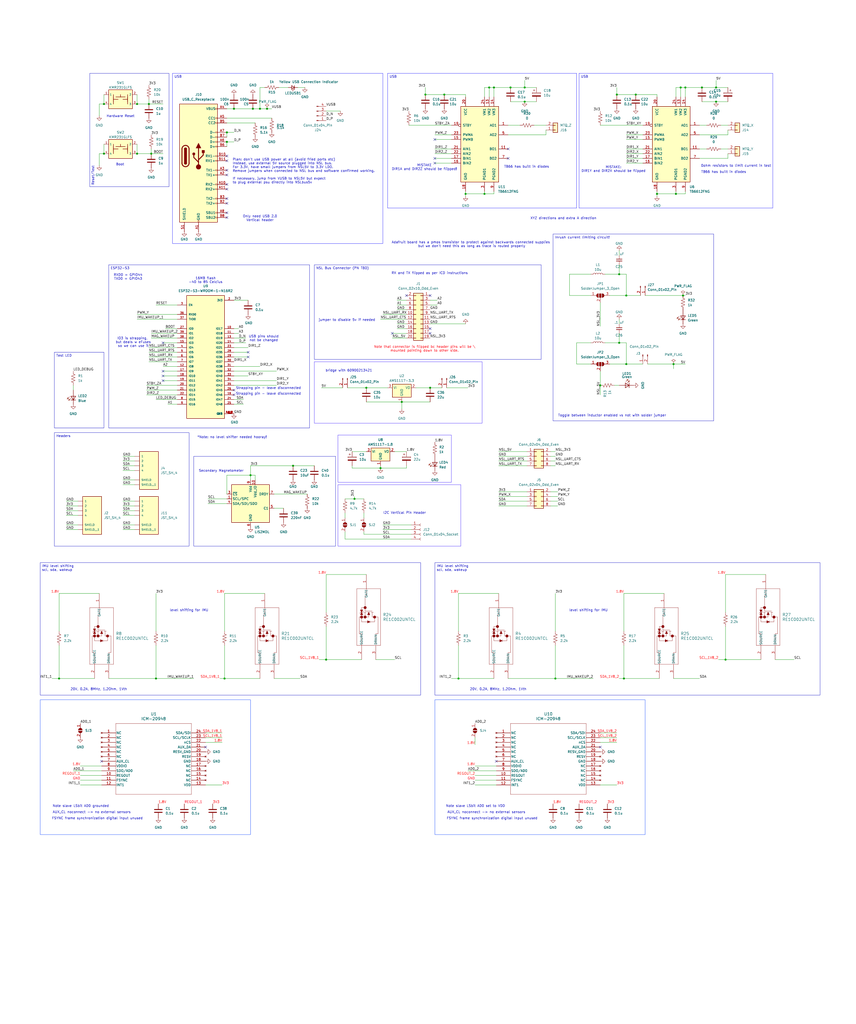
<source format=kicad_sch>
(kicad_sch
	(version 20231120)
	(generator "eeschema")
	(generator_version "8.0")
	(uuid "53aea41b-f065-4f40-b11d-3971277d1f6c")
	(paper "User" 460 550)
	(title_block
		(title "CHARM-Sat")
		(date "2024-11-14")
		(company "Irishsat")
		(comment 1 "The University of Notre Dame")
	)
	(lib_symbols
		(symbol "Connector:Conn_01x02_Pin"
			(pin_names
				(offset 1.016) hide)
			(exclude_from_sim no)
			(in_bom yes)
			(on_board yes)
			(property "Reference" "J"
				(at 0 2.54 0)
				(effects
					(font
						(size 1.27 1.27)
					)
				)
			)
			(property "Value" "Conn_01x02_Pin"
				(at 0 -5.08 0)
				(effects
					(font
						(size 1.27 1.27)
					)
				)
			)
			(property "Footprint" ""
				(at 0 0 0)
				(effects
					(font
						(size 1.27 1.27)
					)
					(hide yes)
				)
			)
			(property "Datasheet" "~"
				(at 0 0 0)
				(effects
					(font
						(size 1.27 1.27)
					)
					(hide yes)
				)
			)
			(property "Description" "Generic connector, single row, 01x02, script generated"
				(at 0 0 0)
				(effects
					(font
						(size 1.27 1.27)
					)
					(hide yes)
				)
			)
			(property "ki_locked" ""
				(at 0 0 0)
				(effects
					(font
						(size 1.27 1.27)
					)
				)
			)
			(property "ki_keywords" "connector"
				(at 0 0 0)
				(effects
					(font
						(size 1.27 1.27)
					)
					(hide yes)
				)
			)
			(property "ki_fp_filters" "Connector*:*_1x??_*"
				(at 0 0 0)
				(effects
					(font
						(size 1.27 1.27)
					)
					(hide yes)
				)
			)
			(symbol "Conn_01x02_Pin_1_1"
				(polyline
					(pts
						(xy 1.27 -2.54) (xy 0.8636 -2.54)
					)
					(stroke
						(width 0.1524)
						(type default)
					)
					(fill
						(type none)
					)
				)
				(polyline
					(pts
						(xy 1.27 0) (xy 0.8636 0)
					)
					(stroke
						(width 0.1524)
						(type default)
					)
					(fill
						(type none)
					)
				)
				(rectangle
					(start 0.8636 -2.413)
					(end 0 -2.667)
					(stroke
						(width 0.1524)
						(type default)
					)
					(fill
						(type outline)
					)
				)
				(rectangle
					(start 0.8636 0.127)
					(end 0 -0.127)
					(stroke
						(width 0.1524)
						(type default)
					)
					(fill
						(type outline)
					)
				)
				(pin passive line
					(at 5.08 0 180)
					(length 3.81)
					(name "Pin_1"
						(effects
							(font
								(size 1.27 1.27)
							)
						)
					)
					(number "1"
						(effects
							(font
								(size 1.27 1.27)
							)
						)
					)
				)
				(pin passive line
					(at 5.08 -2.54 180)
					(length 3.81)
					(name "Pin_2"
						(effects
							(font
								(size 1.27 1.27)
							)
						)
					)
					(number "2"
						(effects
							(font
								(size 1.27 1.27)
							)
						)
					)
				)
			)
		)
		(symbol "Connector:Conn_01x04_Pin"
			(pin_names
				(offset 1.016) hide)
			(exclude_from_sim no)
			(in_bom yes)
			(on_board yes)
			(property "Reference" "J"
				(at 0 5.08 0)
				(effects
					(font
						(size 1.27 1.27)
					)
				)
			)
			(property "Value" "Conn_01x04_Pin"
				(at 0 -7.62 0)
				(effects
					(font
						(size 1.27 1.27)
					)
				)
			)
			(property "Footprint" ""
				(at 0 0 0)
				(effects
					(font
						(size 1.27 1.27)
					)
					(hide yes)
				)
			)
			(property "Datasheet" "~"
				(at 0 0 0)
				(effects
					(font
						(size 1.27 1.27)
					)
					(hide yes)
				)
			)
			(property "Description" "Generic connector, single row, 01x04, script generated"
				(at 0 0 0)
				(effects
					(font
						(size 1.27 1.27)
					)
					(hide yes)
				)
			)
			(property "ki_locked" ""
				(at 0 0 0)
				(effects
					(font
						(size 1.27 1.27)
					)
				)
			)
			(property "ki_keywords" "connector"
				(at 0 0 0)
				(effects
					(font
						(size 1.27 1.27)
					)
					(hide yes)
				)
			)
			(property "ki_fp_filters" "Connector*:*_1x??_*"
				(at 0 0 0)
				(effects
					(font
						(size 1.27 1.27)
					)
					(hide yes)
				)
			)
			(symbol "Conn_01x04_Pin_1_1"
				(polyline
					(pts
						(xy 1.27 -5.08) (xy 0.8636 -5.08)
					)
					(stroke
						(width 0.1524)
						(type default)
					)
					(fill
						(type none)
					)
				)
				(polyline
					(pts
						(xy 1.27 -2.54) (xy 0.8636 -2.54)
					)
					(stroke
						(width 0.1524)
						(type default)
					)
					(fill
						(type none)
					)
				)
				(polyline
					(pts
						(xy 1.27 0) (xy 0.8636 0)
					)
					(stroke
						(width 0.1524)
						(type default)
					)
					(fill
						(type none)
					)
				)
				(polyline
					(pts
						(xy 1.27 2.54) (xy 0.8636 2.54)
					)
					(stroke
						(width 0.1524)
						(type default)
					)
					(fill
						(type none)
					)
				)
				(rectangle
					(start 0.8636 -4.953)
					(end 0 -5.207)
					(stroke
						(width 0.1524)
						(type default)
					)
					(fill
						(type outline)
					)
				)
				(rectangle
					(start 0.8636 -2.413)
					(end 0 -2.667)
					(stroke
						(width 0.1524)
						(type default)
					)
					(fill
						(type outline)
					)
				)
				(rectangle
					(start 0.8636 0.127)
					(end 0 -0.127)
					(stroke
						(width 0.1524)
						(type default)
					)
					(fill
						(type outline)
					)
				)
				(rectangle
					(start 0.8636 2.667)
					(end 0 2.413)
					(stroke
						(width 0.1524)
						(type default)
					)
					(fill
						(type outline)
					)
				)
				(pin passive line
					(at 5.08 2.54 180)
					(length 3.81)
					(name "Pin_1"
						(effects
							(font
								(size 1.27 1.27)
							)
						)
					)
					(number "1"
						(effects
							(font
								(size 1.27 1.27)
							)
						)
					)
				)
				(pin passive line
					(at 5.08 0 180)
					(length 3.81)
					(name "Pin_2"
						(effects
							(font
								(size 1.27 1.27)
							)
						)
					)
					(number "2"
						(effects
							(font
								(size 1.27 1.27)
							)
						)
					)
				)
				(pin passive line
					(at 5.08 -2.54 180)
					(length 3.81)
					(name "Pin_3"
						(effects
							(font
								(size 1.27 1.27)
							)
						)
					)
					(number "3"
						(effects
							(font
								(size 1.27 1.27)
							)
						)
					)
				)
				(pin passive line
					(at 5.08 -5.08 180)
					(length 3.81)
					(name "Pin_4"
						(effects
							(font
								(size 1.27 1.27)
							)
						)
					)
					(number "4"
						(effects
							(font
								(size 1.27 1.27)
							)
						)
					)
				)
			)
		)
		(symbol "Connector:Conn_01x04_Socket"
			(pin_names
				(offset 1.016) hide)
			(exclude_from_sim no)
			(in_bom yes)
			(on_board yes)
			(property "Reference" "J"
				(at 0 5.08 0)
				(effects
					(font
						(size 1.27 1.27)
					)
				)
			)
			(property "Value" "Conn_01x04_Socket"
				(at 0 -7.62 0)
				(effects
					(font
						(size 1.27 1.27)
					)
				)
			)
			(property "Footprint" ""
				(at 0 0 0)
				(effects
					(font
						(size 1.27 1.27)
					)
					(hide yes)
				)
			)
			(property "Datasheet" "~"
				(at 0 0 0)
				(effects
					(font
						(size 1.27 1.27)
					)
					(hide yes)
				)
			)
			(property "Description" "Generic connector, single row, 01x04, script generated"
				(at 0 0 0)
				(effects
					(font
						(size 1.27 1.27)
					)
					(hide yes)
				)
			)
			(property "ki_locked" ""
				(at 0 0 0)
				(effects
					(font
						(size 1.27 1.27)
					)
				)
			)
			(property "ki_keywords" "connector"
				(at 0 0 0)
				(effects
					(font
						(size 1.27 1.27)
					)
					(hide yes)
				)
			)
			(property "ki_fp_filters" "Connector*:*_1x??_*"
				(at 0 0 0)
				(effects
					(font
						(size 1.27 1.27)
					)
					(hide yes)
				)
			)
			(symbol "Conn_01x04_Socket_1_1"
				(arc
					(start 0 -4.572)
					(mid -0.5058 -5.08)
					(end 0 -5.588)
					(stroke
						(width 0.1524)
						(type default)
					)
					(fill
						(type none)
					)
				)
				(arc
					(start 0 -2.032)
					(mid -0.5058 -2.54)
					(end 0 -3.048)
					(stroke
						(width 0.1524)
						(type default)
					)
					(fill
						(type none)
					)
				)
				(polyline
					(pts
						(xy -1.27 -5.08) (xy -0.508 -5.08)
					)
					(stroke
						(width 0.1524)
						(type default)
					)
					(fill
						(type none)
					)
				)
				(polyline
					(pts
						(xy -1.27 -2.54) (xy -0.508 -2.54)
					)
					(stroke
						(width 0.1524)
						(type default)
					)
					(fill
						(type none)
					)
				)
				(polyline
					(pts
						(xy -1.27 0) (xy -0.508 0)
					)
					(stroke
						(width 0.1524)
						(type default)
					)
					(fill
						(type none)
					)
				)
				(polyline
					(pts
						(xy -1.27 2.54) (xy -0.508 2.54)
					)
					(stroke
						(width 0.1524)
						(type default)
					)
					(fill
						(type none)
					)
				)
				(arc
					(start 0 0.508)
					(mid -0.5058 0)
					(end 0 -0.508)
					(stroke
						(width 0.1524)
						(type default)
					)
					(fill
						(type none)
					)
				)
				(arc
					(start 0 3.048)
					(mid -0.5058 2.54)
					(end 0 2.032)
					(stroke
						(width 0.1524)
						(type default)
					)
					(fill
						(type none)
					)
				)
				(pin passive line
					(at -5.08 2.54 0)
					(length 3.81)
					(name "Pin_1"
						(effects
							(font
								(size 1.27 1.27)
							)
						)
					)
					(number "1"
						(effects
							(font
								(size 1.27 1.27)
							)
						)
					)
				)
				(pin passive line
					(at -5.08 0 0)
					(length 3.81)
					(name "Pin_2"
						(effects
							(font
								(size 1.27 1.27)
							)
						)
					)
					(number "2"
						(effects
							(font
								(size 1.27 1.27)
							)
						)
					)
				)
				(pin passive line
					(at -5.08 -2.54 0)
					(length 3.81)
					(name "Pin_3"
						(effects
							(font
								(size 1.27 1.27)
							)
						)
					)
					(number "3"
						(effects
							(font
								(size 1.27 1.27)
							)
						)
					)
				)
				(pin passive line
					(at -5.08 -5.08 0)
					(length 3.81)
					(name "Pin_4"
						(effects
							(font
								(size 1.27 1.27)
							)
						)
					)
					(number "4"
						(effects
							(font
								(size 1.27 1.27)
							)
						)
					)
				)
			)
		)
		(symbol "Connector:USB_C_Receptacle"
			(pin_names
				(offset 1.016)
			)
			(exclude_from_sim no)
			(in_bom yes)
			(on_board yes)
			(property "Reference" "J"
				(at -10.16 29.21 0)
				(effects
					(font
						(size 1.27 1.27)
					)
					(justify left)
				)
			)
			(property "Value" "USB_C_Receptacle"
				(at 10.16 29.21 0)
				(effects
					(font
						(size 1.27 1.27)
					)
					(justify right)
				)
			)
			(property "Footprint" ""
				(at 3.81 0 0)
				(effects
					(font
						(size 1.27 1.27)
					)
					(hide yes)
				)
			)
			(property "Datasheet" "https://www.usb.org/sites/default/files/documents/usb_type-c.zip"
				(at 3.81 0 0)
				(effects
					(font
						(size 1.27 1.27)
					)
					(hide yes)
				)
			)
			(property "Description" "USB Full-Featured Type-C Receptacle connector"
				(at 0 0 0)
				(effects
					(font
						(size 1.27 1.27)
					)
					(hide yes)
				)
			)
			(property "ki_keywords" "usb universal serial bus type-C full-featured"
				(at 0 0 0)
				(effects
					(font
						(size 1.27 1.27)
					)
					(hide yes)
				)
			)
			(property "ki_fp_filters" "USB*C*Receptacle*"
				(at 0 0 0)
				(effects
					(font
						(size 1.27 1.27)
					)
					(hide yes)
				)
			)
			(symbol "USB_C_Receptacle_0_0"
				(rectangle
					(start -0.254 -35.56)
					(end 0.254 -34.544)
					(stroke
						(width 0)
						(type default)
					)
					(fill
						(type none)
					)
				)
				(rectangle
					(start 10.16 -32.766)
					(end 9.144 -33.274)
					(stroke
						(width 0)
						(type default)
					)
					(fill
						(type none)
					)
				)
				(rectangle
					(start 10.16 -30.226)
					(end 9.144 -30.734)
					(stroke
						(width 0)
						(type default)
					)
					(fill
						(type none)
					)
				)
				(rectangle
					(start 10.16 -25.146)
					(end 9.144 -25.654)
					(stroke
						(width 0)
						(type default)
					)
					(fill
						(type none)
					)
				)
				(rectangle
					(start 10.16 -22.606)
					(end 9.144 -23.114)
					(stroke
						(width 0)
						(type default)
					)
					(fill
						(type none)
					)
				)
				(rectangle
					(start 10.16 -17.526)
					(end 9.144 -18.034)
					(stroke
						(width 0)
						(type default)
					)
					(fill
						(type none)
					)
				)
				(rectangle
					(start 10.16 -14.986)
					(end 9.144 -15.494)
					(stroke
						(width 0)
						(type default)
					)
					(fill
						(type none)
					)
				)
				(rectangle
					(start 10.16 -9.906)
					(end 9.144 -10.414)
					(stroke
						(width 0)
						(type default)
					)
					(fill
						(type none)
					)
				)
				(rectangle
					(start 10.16 -7.366)
					(end 9.144 -7.874)
					(stroke
						(width 0)
						(type default)
					)
					(fill
						(type none)
					)
				)
				(rectangle
					(start 10.16 -2.286)
					(end 9.144 -2.794)
					(stroke
						(width 0)
						(type default)
					)
					(fill
						(type none)
					)
				)
				(rectangle
					(start 10.16 0.254)
					(end 9.144 -0.254)
					(stroke
						(width 0)
						(type default)
					)
					(fill
						(type none)
					)
				)
				(rectangle
					(start 10.16 5.334)
					(end 9.144 4.826)
					(stroke
						(width 0)
						(type default)
					)
					(fill
						(type none)
					)
				)
				(rectangle
					(start 10.16 7.874)
					(end 9.144 7.366)
					(stroke
						(width 0)
						(type default)
					)
					(fill
						(type none)
					)
				)
				(rectangle
					(start 10.16 10.414)
					(end 9.144 9.906)
					(stroke
						(width 0)
						(type default)
					)
					(fill
						(type none)
					)
				)
				(rectangle
					(start 10.16 12.954)
					(end 9.144 12.446)
					(stroke
						(width 0)
						(type default)
					)
					(fill
						(type none)
					)
				)
				(rectangle
					(start 10.16 18.034)
					(end 9.144 17.526)
					(stroke
						(width 0)
						(type default)
					)
					(fill
						(type none)
					)
				)
				(rectangle
					(start 10.16 20.574)
					(end 9.144 20.066)
					(stroke
						(width 0)
						(type default)
					)
					(fill
						(type none)
					)
				)
				(rectangle
					(start 10.16 25.654)
					(end 9.144 25.146)
					(stroke
						(width 0)
						(type default)
					)
					(fill
						(type none)
					)
				)
			)
			(symbol "USB_C_Receptacle_0_1"
				(rectangle
					(start -10.16 27.94)
					(end 10.16 -35.56)
					(stroke
						(width 0.254)
						(type default)
					)
					(fill
						(type background)
					)
				)
				(arc
					(start -8.89 -3.81)
					(mid -6.985 -5.7067)
					(end -5.08 -3.81)
					(stroke
						(width 0.508)
						(type default)
					)
					(fill
						(type none)
					)
				)
				(arc
					(start -7.62 -3.81)
					(mid -6.985 -4.4423)
					(end -6.35 -3.81)
					(stroke
						(width 0.254)
						(type default)
					)
					(fill
						(type none)
					)
				)
				(arc
					(start -7.62 -3.81)
					(mid -6.985 -4.4423)
					(end -6.35 -3.81)
					(stroke
						(width 0.254)
						(type default)
					)
					(fill
						(type outline)
					)
				)
				(rectangle
					(start -7.62 -3.81)
					(end -6.35 3.81)
					(stroke
						(width 0.254)
						(type default)
					)
					(fill
						(type outline)
					)
				)
				(arc
					(start -6.35 3.81)
					(mid -6.985 4.4423)
					(end -7.62 3.81)
					(stroke
						(width 0.254)
						(type default)
					)
					(fill
						(type none)
					)
				)
				(arc
					(start -6.35 3.81)
					(mid -6.985 4.4423)
					(end -7.62 3.81)
					(stroke
						(width 0.254)
						(type default)
					)
					(fill
						(type outline)
					)
				)
				(arc
					(start -5.08 3.81)
					(mid -6.985 5.7067)
					(end -8.89 3.81)
					(stroke
						(width 0.508)
						(type default)
					)
					(fill
						(type none)
					)
				)
				(polyline
					(pts
						(xy -8.89 -3.81) (xy -8.89 3.81)
					)
					(stroke
						(width 0.508)
						(type default)
					)
					(fill
						(type none)
					)
				)
				(polyline
					(pts
						(xy -5.08 3.81) (xy -5.08 -3.81)
					)
					(stroke
						(width 0.508)
						(type default)
					)
					(fill
						(type none)
					)
				)
			)
			(symbol "USB_C_Receptacle_1_1"
				(circle
					(center -2.54 1.143)
					(radius 0.635)
					(stroke
						(width 0.254)
						(type default)
					)
					(fill
						(type outline)
					)
				)
				(circle
					(center 0 -5.842)
					(radius 1.27)
					(stroke
						(width 0)
						(type default)
					)
					(fill
						(type outline)
					)
				)
				(polyline
					(pts
						(xy 0 -5.842) (xy 0 4.318)
					)
					(stroke
						(width 0.508)
						(type default)
					)
					(fill
						(type none)
					)
				)
				(polyline
					(pts
						(xy 0 -3.302) (xy -2.54 -0.762) (xy -2.54 0.508)
					)
					(stroke
						(width 0.508)
						(type default)
					)
					(fill
						(type none)
					)
				)
				(polyline
					(pts
						(xy 0 -2.032) (xy 2.54 0.508) (xy 2.54 1.778)
					)
					(stroke
						(width 0.508)
						(type default)
					)
					(fill
						(type none)
					)
				)
				(polyline
					(pts
						(xy -1.27 4.318) (xy 0 6.858) (xy 1.27 4.318) (xy -1.27 4.318)
					)
					(stroke
						(width 0.254)
						(type default)
					)
					(fill
						(type outline)
					)
				)
				(rectangle
					(start 1.905 1.778)
					(end 3.175 3.048)
					(stroke
						(width 0.254)
						(type default)
					)
					(fill
						(type outline)
					)
				)
				(pin passive line
					(at 0 -40.64 90)
					(length 5.08)
					(name "GND"
						(effects
							(font
								(size 1.27 1.27)
							)
						)
					)
					(number "A1"
						(effects
							(font
								(size 1.27 1.27)
							)
						)
					)
				)
				(pin bidirectional line
					(at 15.24 -15.24 180)
					(length 5.08)
					(name "RX2-"
						(effects
							(font
								(size 1.27 1.27)
							)
						)
					)
					(number "A10"
						(effects
							(font
								(size 1.27 1.27)
							)
						)
					)
				)
				(pin bidirectional line
					(at 15.24 -17.78 180)
					(length 5.08)
					(name "RX2+"
						(effects
							(font
								(size 1.27 1.27)
							)
						)
					)
					(number "A11"
						(effects
							(font
								(size 1.27 1.27)
							)
						)
					)
				)
				(pin passive line
					(at 0 -40.64 90)
					(length 5.08) hide
					(name "GND"
						(effects
							(font
								(size 1.27 1.27)
							)
						)
					)
					(number "A12"
						(effects
							(font
								(size 1.27 1.27)
							)
						)
					)
				)
				(pin bidirectional line
					(at 15.24 -10.16 180)
					(length 5.08)
					(name "TX1+"
						(effects
							(font
								(size 1.27 1.27)
							)
						)
					)
					(number "A2"
						(effects
							(font
								(size 1.27 1.27)
							)
						)
					)
				)
				(pin bidirectional line
					(at 15.24 -7.62 180)
					(length 5.08)
					(name "TX1-"
						(effects
							(font
								(size 1.27 1.27)
							)
						)
					)
					(number "A3"
						(effects
							(font
								(size 1.27 1.27)
							)
						)
					)
				)
				(pin passive line
					(at 15.24 25.4 180)
					(length 5.08)
					(name "VBUS"
						(effects
							(font
								(size 1.27 1.27)
							)
						)
					)
					(number "A4"
						(effects
							(font
								(size 1.27 1.27)
							)
						)
					)
				)
				(pin bidirectional line
					(at 15.24 20.32 180)
					(length 5.08)
					(name "CC1"
						(effects
							(font
								(size 1.27 1.27)
							)
						)
					)
					(number "A5"
						(effects
							(font
								(size 1.27 1.27)
							)
						)
					)
				)
				(pin bidirectional line
					(at 15.24 7.62 180)
					(length 5.08)
					(name "D+"
						(effects
							(font
								(size 1.27 1.27)
							)
						)
					)
					(number "A6"
						(effects
							(font
								(size 1.27 1.27)
							)
						)
					)
				)
				(pin bidirectional line
					(at 15.24 12.7 180)
					(length 5.08)
					(name "D-"
						(effects
							(font
								(size 1.27 1.27)
							)
						)
					)
					(number "A7"
						(effects
							(font
								(size 1.27 1.27)
							)
						)
					)
				)
				(pin bidirectional line
					(at 15.24 -30.48 180)
					(length 5.08)
					(name "SBU1"
						(effects
							(font
								(size 1.27 1.27)
							)
						)
					)
					(number "A8"
						(effects
							(font
								(size 1.27 1.27)
							)
						)
					)
				)
				(pin passive line
					(at 15.24 25.4 180)
					(length 5.08) hide
					(name "VBUS"
						(effects
							(font
								(size 1.27 1.27)
							)
						)
					)
					(number "A9"
						(effects
							(font
								(size 1.27 1.27)
							)
						)
					)
				)
				(pin passive line
					(at 0 -40.64 90)
					(length 5.08) hide
					(name "GND"
						(effects
							(font
								(size 1.27 1.27)
							)
						)
					)
					(number "B1"
						(effects
							(font
								(size 1.27 1.27)
							)
						)
					)
				)
				(pin bidirectional line
					(at 15.24 0 180)
					(length 5.08)
					(name "RX1-"
						(effects
							(font
								(size 1.27 1.27)
							)
						)
					)
					(number "B10"
						(effects
							(font
								(size 1.27 1.27)
							)
						)
					)
				)
				(pin bidirectional line
					(at 15.24 -2.54 180)
					(length 5.08)
					(name "RX1+"
						(effects
							(font
								(size 1.27 1.27)
							)
						)
					)
					(number "B11"
						(effects
							(font
								(size 1.27 1.27)
							)
						)
					)
				)
				(pin passive line
					(at 0 -40.64 90)
					(length 5.08) hide
					(name "GND"
						(effects
							(font
								(size 1.27 1.27)
							)
						)
					)
					(number "B12"
						(effects
							(font
								(size 1.27 1.27)
							)
						)
					)
				)
				(pin bidirectional line
					(at 15.24 -25.4 180)
					(length 5.08)
					(name "TX2+"
						(effects
							(font
								(size 1.27 1.27)
							)
						)
					)
					(number "B2"
						(effects
							(font
								(size 1.27 1.27)
							)
						)
					)
				)
				(pin bidirectional line
					(at 15.24 -22.86 180)
					(length 5.08)
					(name "TX2-"
						(effects
							(font
								(size 1.27 1.27)
							)
						)
					)
					(number "B3"
						(effects
							(font
								(size 1.27 1.27)
							)
						)
					)
				)
				(pin passive line
					(at 15.24 25.4 180)
					(length 5.08) hide
					(name "VBUS"
						(effects
							(font
								(size 1.27 1.27)
							)
						)
					)
					(number "B4"
						(effects
							(font
								(size 1.27 1.27)
							)
						)
					)
				)
				(pin bidirectional line
					(at 15.24 17.78 180)
					(length 5.08)
					(name "CC2"
						(effects
							(font
								(size 1.27 1.27)
							)
						)
					)
					(number "B5"
						(effects
							(font
								(size 1.27 1.27)
							)
						)
					)
				)
				(pin bidirectional line
					(at 15.24 5.08 180)
					(length 5.08)
					(name "D+"
						(effects
							(font
								(size 1.27 1.27)
							)
						)
					)
					(number "B6"
						(effects
							(font
								(size 1.27 1.27)
							)
						)
					)
				)
				(pin bidirectional line
					(at 15.24 10.16 180)
					(length 5.08)
					(name "D-"
						(effects
							(font
								(size 1.27 1.27)
							)
						)
					)
					(number "B7"
						(effects
							(font
								(size 1.27 1.27)
							)
						)
					)
				)
				(pin bidirectional line
					(at 15.24 -33.02 180)
					(length 5.08)
					(name "SBU2"
						(effects
							(font
								(size 1.27 1.27)
							)
						)
					)
					(number "B8"
						(effects
							(font
								(size 1.27 1.27)
							)
						)
					)
				)
				(pin passive line
					(at 15.24 25.4 180)
					(length 5.08) hide
					(name "VBUS"
						(effects
							(font
								(size 1.27 1.27)
							)
						)
					)
					(number "B9"
						(effects
							(font
								(size 1.27 1.27)
							)
						)
					)
				)
				(pin passive line
					(at -7.62 -40.64 90)
					(length 5.08)
					(name "SHIELD"
						(effects
							(font
								(size 1.27 1.27)
							)
						)
					)
					(number "S1"
						(effects
							(font
								(size 1.27 1.27)
							)
						)
					)
				)
			)
		)
		(symbol "Connector_Generic:Conn_01x02"
			(pin_names
				(offset 1.016) hide)
			(exclude_from_sim no)
			(in_bom yes)
			(on_board yes)
			(property "Reference" "J"
				(at 0 2.54 0)
				(effects
					(font
						(size 1.27 1.27)
					)
				)
			)
			(property "Value" "Conn_01x02"
				(at 0 -5.08 0)
				(effects
					(font
						(size 1.27 1.27)
					)
				)
			)
			(property "Footprint" ""
				(at 0 0 0)
				(effects
					(font
						(size 1.27 1.27)
					)
					(hide yes)
				)
			)
			(property "Datasheet" "~"
				(at 0 0 0)
				(effects
					(font
						(size 1.27 1.27)
					)
					(hide yes)
				)
			)
			(property "Description" "Generic connector, single row, 01x02, script generated (kicad-library-utils/schlib/autogen/connector/)"
				(at 0 0 0)
				(effects
					(font
						(size 1.27 1.27)
					)
					(hide yes)
				)
			)
			(property "ki_keywords" "connector"
				(at 0 0 0)
				(effects
					(font
						(size 1.27 1.27)
					)
					(hide yes)
				)
			)
			(property "ki_fp_filters" "Connector*:*_1x??_*"
				(at 0 0 0)
				(effects
					(font
						(size 1.27 1.27)
					)
					(hide yes)
				)
			)
			(symbol "Conn_01x02_1_1"
				(rectangle
					(start -1.27 -2.413)
					(end 0 -2.667)
					(stroke
						(width 0.1524)
						(type default)
					)
					(fill
						(type none)
					)
				)
				(rectangle
					(start -1.27 0.127)
					(end 0 -0.127)
					(stroke
						(width 0.1524)
						(type default)
					)
					(fill
						(type none)
					)
				)
				(rectangle
					(start -1.27 1.27)
					(end 1.27 -3.81)
					(stroke
						(width 0.254)
						(type default)
					)
					(fill
						(type background)
					)
				)
				(pin passive line
					(at -5.08 0 0)
					(length 3.81)
					(name "Pin_1"
						(effects
							(font
								(size 1.27 1.27)
							)
						)
					)
					(number "1"
						(effects
							(font
								(size 1.27 1.27)
							)
						)
					)
				)
				(pin passive line
					(at -5.08 -2.54 0)
					(length 3.81)
					(name "Pin_2"
						(effects
							(font
								(size 1.27 1.27)
							)
						)
					)
					(number "2"
						(effects
							(font
								(size 1.27 1.27)
							)
						)
					)
				)
			)
		)
		(symbol "Connector_Generic:Conn_02x04_Odd_Even"
			(pin_names
				(offset 1.016) hide)
			(exclude_from_sim no)
			(in_bom yes)
			(on_board yes)
			(property "Reference" "J"
				(at 1.27 5.08 0)
				(effects
					(font
						(size 1.27 1.27)
					)
				)
			)
			(property "Value" "Conn_02x04_Odd_Even"
				(at 1.27 -7.62 0)
				(effects
					(font
						(size 1.27 1.27)
					)
				)
			)
			(property "Footprint" ""
				(at 0 0 0)
				(effects
					(font
						(size 1.27 1.27)
					)
					(hide yes)
				)
			)
			(property "Datasheet" "~"
				(at 0 0 0)
				(effects
					(font
						(size 1.27 1.27)
					)
					(hide yes)
				)
			)
			(property "Description" "Generic connector, double row, 02x04, odd/even pin numbering scheme (row 1 odd numbers, row 2 even numbers), script generated (kicad-library-utils/schlib/autogen/connector/)"
				(at 0 0 0)
				(effects
					(font
						(size 1.27 1.27)
					)
					(hide yes)
				)
			)
			(property "ki_keywords" "connector"
				(at 0 0 0)
				(effects
					(font
						(size 1.27 1.27)
					)
					(hide yes)
				)
			)
			(property "ki_fp_filters" "Connector*:*_2x??_*"
				(at 0 0 0)
				(effects
					(font
						(size 1.27 1.27)
					)
					(hide yes)
				)
			)
			(symbol "Conn_02x04_Odd_Even_1_1"
				(rectangle
					(start -1.27 -4.953)
					(end 0 -5.207)
					(stroke
						(width 0.1524)
						(type default)
					)
					(fill
						(type none)
					)
				)
				(rectangle
					(start -1.27 -2.413)
					(end 0 -2.667)
					(stroke
						(width 0.1524)
						(type default)
					)
					(fill
						(type none)
					)
				)
				(rectangle
					(start -1.27 0.127)
					(end 0 -0.127)
					(stroke
						(width 0.1524)
						(type default)
					)
					(fill
						(type none)
					)
				)
				(rectangle
					(start -1.27 2.667)
					(end 0 2.413)
					(stroke
						(width 0.1524)
						(type default)
					)
					(fill
						(type none)
					)
				)
				(rectangle
					(start -1.27 3.81)
					(end 3.81 -6.35)
					(stroke
						(width 0.254)
						(type default)
					)
					(fill
						(type background)
					)
				)
				(rectangle
					(start 3.81 -4.953)
					(end 2.54 -5.207)
					(stroke
						(width 0.1524)
						(type default)
					)
					(fill
						(type none)
					)
				)
				(rectangle
					(start 3.81 -2.413)
					(end 2.54 -2.667)
					(stroke
						(width 0.1524)
						(type default)
					)
					(fill
						(type none)
					)
				)
				(rectangle
					(start 3.81 0.127)
					(end 2.54 -0.127)
					(stroke
						(width 0.1524)
						(type default)
					)
					(fill
						(type none)
					)
				)
				(rectangle
					(start 3.81 2.667)
					(end 2.54 2.413)
					(stroke
						(width 0.1524)
						(type default)
					)
					(fill
						(type none)
					)
				)
				(pin passive line
					(at -5.08 2.54 0)
					(length 3.81)
					(name "Pin_1"
						(effects
							(font
								(size 1.27 1.27)
							)
						)
					)
					(number "1"
						(effects
							(font
								(size 1.27 1.27)
							)
						)
					)
				)
				(pin passive line
					(at 7.62 2.54 180)
					(length 3.81)
					(name "Pin_2"
						(effects
							(font
								(size 1.27 1.27)
							)
						)
					)
					(number "2"
						(effects
							(font
								(size 1.27 1.27)
							)
						)
					)
				)
				(pin passive line
					(at -5.08 0 0)
					(length 3.81)
					(name "Pin_3"
						(effects
							(font
								(size 1.27 1.27)
							)
						)
					)
					(number "3"
						(effects
							(font
								(size 1.27 1.27)
							)
						)
					)
				)
				(pin passive line
					(at 7.62 0 180)
					(length 3.81)
					(name "Pin_4"
						(effects
							(font
								(size 1.27 1.27)
							)
						)
					)
					(number "4"
						(effects
							(font
								(size 1.27 1.27)
							)
						)
					)
				)
				(pin passive line
					(at -5.08 -2.54 0)
					(length 3.81)
					(name "Pin_5"
						(effects
							(font
								(size 1.27 1.27)
							)
						)
					)
					(number "5"
						(effects
							(font
								(size 1.27 1.27)
							)
						)
					)
				)
				(pin passive line
					(at 7.62 -2.54 180)
					(length 3.81)
					(name "Pin_6"
						(effects
							(font
								(size 1.27 1.27)
							)
						)
					)
					(number "6"
						(effects
							(font
								(size 1.27 1.27)
							)
						)
					)
				)
				(pin passive line
					(at -5.08 -5.08 0)
					(length 3.81)
					(name "Pin_7"
						(effects
							(font
								(size 1.27 1.27)
							)
						)
					)
					(number "7"
						(effects
							(font
								(size 1.27 1.27)
							)
						)
					)
				)
				(pin passive line
					(at 7.62 -5.08 180)
					(length 3.81)
					(name "Pin_8"
						(effects
							(font
								(size 1.27 1.27)
							)
						)
					)
					(number "8"
						(effects
							(font
								(size 1.27 1.27)
							)
						)
					)
				)
			)
		)
		(symbol "Connector_Generic:Conn_02x10_Odd_Even"
			(pin_names
				(offset 1.016) hide)
			(exclude_from_sim no)
			(in_bom yes)
			(on_board yes)
			(property "Reference" "J"
				(at 1.27 12.7 0)
				(effects
					(font
						(size 1.27 1.27)
					)
				)
			)
			(property "Value" "Conn_02x10_Odd_Even"
				(at 1.27 -15.24 0)
				(effects
					(font
						(size 1.27 1.27)
					)
				)
			)
			(property "Footprint" ""
				(at 0 0 0)
				(effects
					(font
						(size 1.27 1.27)
					)
					(hide yes)
				)
			)
			(property "Datasheet" "~"
				(at 0 0 0)
				(effects
					(font
						(size 1.27 1.27)
					)
					(hide yes)
				)
			)
			(property "Description" "Generic connector, double row, 02x10, odd/even pin numbering scheme (row 1 odd numbers, row 2 even numbers), script generated (kicad-library-utils/schlib/autogen/connector/)"
				(at 0 0 0)
				(effects
					(font
						(size 1.27 1.27)
					)
					(hide yes)
				)
			)
			(property "ki_keywords" "connector"
				(at 0 0 0)
				(effects
					(font
						(size 1.27 1.27)
					)
					(hide yes)
				)
			)
			(property "ki_fp_filters" "Connector*:*_2x??_*"
				(at 0 0 0)
				(effects
					(font
						(size 1.27 1.27)
					)
					(hide yes)
				)
			)
			(symbol "Conn_02x10_Odd_Even_1_1"
				(rectangle
					(start -1.27 -12.573)
					(end 0 -12.827)
					(stroke
						(width 0.1524)
						(type default)
					)
					(fill
						(type none)
					)
				)
				(rectangle
					(start -1.27 -10.033)
					(end 0 -10.287)
					(stroke
						(width 0.1524)
						(type default)
					)
					(fill
						(type none)
					)
				)
				(rectangle
					(start -1.27 -7.493)
					(end 0 -7.747)
					(stroke
						(width 0.1524)
						(type default)
					)
					(fill
						(type none)
					)
				)
				(rectangle
					(start -1.27 -4.953)
					(end 0 -5.207)
					(stroke
						(width 0.1524)
						(type default)
					)
					(fill
						(type none)
					)
				)
				(rectangle
					(start -1.27 -2.413)
					(end 0 -2.667)
					(stroke
						(width 0.1524)
						(type default)
					)
					(fill
						(type none)
					)
				)
				(rectangle
					(start -1.27 0.127)
					(end 0 -0.127)
					(stroke
						(width 0.1524)
						(type default)
					)
					(fill
						(type none)
					)
				)
				(rectangle
					(start -1.27 2.667)
					(end 0 2.413)
					(stroke
						(width 0.1524)
						(type default)
					)
					(fill
						(type none)
					)
				)
				(rectangle
					(start -1.27 5.207)
					(end 0 4.953)
					(stroke
						(width 0.1524)
						(type default)
					)
					(fill
						(type none)
					)
				)
				(rectangle
					(start -1.27 7.747)
					(end 0 7.493)
					(stroke
						(width 0.1524)
						(type default)
					)
					(fill
						(type none)
					)
				)
				(rectangle
					(start -1.27 10.287)
					(end 0 10.033)
					(stroke
						(width 0.1524)
						(type default)
					)
					(fill
						(type none)
					)
				)
				(rectangle
					(start -1.27 11.43)
					(end 3.81 -13.97)
					(stroke
						(width 0.254)
						(type default)
					)
					(fill
						(type background)
					)
				)
				(rectangle
					(start 3.81 -12.573)
					(end 2.54 -12.827)
					(stroke
						(width 0.1524)
						(type default)
					)
					(fill
						(type none)
					)
				)
				(rectangle
					(start 3.81 -10.033)
					(end 2.54 -10.287)
					(stroke
						(width 0.1524)
						(type default)
					)
					(fill
						(type none)
					)
				)
				(rectangle
					(start 3.81 -7.493)
					(end 2.54 -7.747)
					(stroke
						(width 0.1524)
						(type default)
					)
					(fill
						(type none)
					)
				)
				(rectangle
					(start 3.81 -4.953)
					(end 2.54 -5.207)
					(stroke
						(width 0.1524)
						(type default)
					)
					(fill
						(type none)
					)
				)
				(rectangle
					(start 3.81 -2.413)
					(end 2.54 -2.667)
					(stroke
						(width 0.1524)
						(type default)
					)
					(fill
						(type none)
					)
				)
				(rectangle
					(start 3.81 0.127)
					(end 2.54 -0.127)
					(stroke
						(width 0.1524)
						(type default)
					)
					(fill
						(type none)
					)
				)
				(rectangle
					(start 3.81 2.667)
					(end 2.54 2.413)
					(stroke
						(width 0.1524)
						(type default)
					)
					(fill
						(type none)
					)
				)
				(rectangle
					(start 3.81 5.207)
					(end 2.54 4.953)
					(stroke
						(width 0.1524)
						(type default)
					)
					(fill
						(type none)
					)
				)
				(rectangle
					(start 3.81 7.747)
					(end 2.54 7.493)
					(stroke
						(width 0.1524)
						(type default)
					)
					(fill
						(type none)
					)
				)
				(rectangle
					(start 3.81 10.287)
					(end 2.54 10.033)
					(stroke
						(width 0.1524)
						(type default)
					)
					(fill
						(type none)
					)
				)
				(pin passive line
					(at -5.08 10.16 0)
					(length 3.81)
					(name "Pin_1"
						(effects
							(font
								(size 1.27 1.27)
							)
						)
					)
					(number "1"
						(effects
							(font
								(size 1.27 1.27)
							)
						)
					)
				)
				(pin passive line
					(at 7.62 0 180)
					(length 3.81)
					(name "Pin_10"
						(effects
							(font
								(size 1.27 1.27)
							)
						)
					)
					(number "10"
						(effects
							(font
								(size 1.27 1.27)
							)
						)
					)
				)
				(pin passive line
					(at -5.08 -2.54 0)
					(length 3.81)
					(name "Pin_11"
						(effects
							(font
								(size 1.27 1.27)
							)
						)
					)
					(number "11"
						(effects
							(font
								(size 1.27 1.27)
							)
						)
					)
				)
				(pin passive line
					(at 7.62 -2.54 180)
					(length 3.81)
					(name "Pin_12"
						(effects
							(font
								(size 1.27 1.27)
							)
						)
					)
					(number "12"
						(effects
							(font
								(size 1.27 1.27)
							)
						)
					)
				)
				(pin passive line
					(at -5.08 -5.08 0)
					(length 3.81)
					(name "Pin_13"
						(effects
							(font
								(size 1.27 1.27)
							)
						)
					)
					(number "13"
						(effects
							(font
								(size 1.27 1.27)
							)
						)
					)
				)
				(pin passive line
					(at 7.62 -5.08 180)
					(length 3.81)
					(name "Pin_14"
						(effects
							(font
								(size 1.27 1.27)
							)
						)
					)
					(number "14"
						(effects
							(font
								(size 1.27 1.27)
							)
						)
					)
				)
				(pin passive line
					(at -5.08 -7.62 0)
					(length 3.81)
					(name "Pin_15"
						(effects
							(font
								(size 1.27 1.27)
							)
						)
					)
					(number "15"
						(effects
							(font
								(size 1.27 1.27)
							)
						)
					)
				)
				(pin passive line
					(at 7.62 -7.62 180)
					(length 3.81)
					(name "Pin_16"
						(effects
							(font
								(size 1.27 1.27)
							)
						)
					)
					(number "16"
						(effects
							(font
								(size 1.27 1.27)
							)
						)
					)
				)
				(pin passive line
					(at -5.08 -10.16 0)
					(length 3.81)
					(name "Pin_17"
						(effects
							(font
								(size 1.27 1.27)
							)
						)
					)
					(number "17"
						(effects
							(font
								(size 1.27 1.27)
							)
						)
					)
				)
				(pin passive line
					(at 7.62 -10.16 180)
					(length 3.81)
					(name "Pin_18"
						(effects
							(font
								(size 1.27 1.27)
							)
						)
					)
					(number "18"
						(effects
							(font
								(size 1.27 1.27)
							)
						)
					)
				)
				(pin passive line
					(at -5.08 -12.7 0)
					(length 3.81)
					(name "Pin_19"
						(effects
							(font
								(size 1.27 1.27)
							)
						)
					)
					(number "19"
						(effects
							(font
								(size 1.27 1.27)
							)
						)
					)
				)
				(pin passive line
					(at 7.62 10.16 180)
					(length 3.81)
					(name "Pin_2"
						(effects
							(font
								(size 1.27 1.27)
							)
						)
					)
					(number "2"
						(effects
							(font
								(size 1.27 1.27)
							)
						)
					)
				)
				(pin passive line
					(at 7.62 -12.7 180)
					(length 3.81)
					(name "Pin_20"
						(effects
							(font
								(size 1.27 1.27)
							)
						)
					)
					(number "20"
						(effects
							(font
								(size 1.27 1.27)
							)
						)
					)
				)
				(pin passive line
					(at -5.08 7.62 0)
					(length 3.81)
					(name "Pin_3"
						(effects
							(font
								(size 1.27 1.27)
							)
						)
					)
					(number "3"
						(effects
							(font
								(size 1.27 1.27)
							)
						)
					)
				)
				(pin passive line
					(at 7.62 7.62 180)
					(length 3.81)
					(name "Pin_4"
						(effects
							(font
								(size 1.27 1.27)
							)
						)
					)
					(number "4"
						(effects
							(font
								(size 1.27 1.27)
							)
						)
					)
				)
				(pin passive line
					(at -5.08 5.08 0)
					(length 3.81)
					(name "Pin_5"
						(effects
							(font
								(size 1.27 1.27)
							)
						)
					)
					(number "5"
						(effects
							(font
								(size 1.27 1.27)
							)
						)
					)
				)
				(pin passive line
					(at 7.62 5.08 180)
					(length 3.81)
					(name "Pin_6"
						(effects
							(font
								(size 1.27 1.27)
							)
						)
					)
					(number "6"
						(effects
							(font
								(size 1.27 1.27)
							)
						)
					)
				)
				(pin passive line
					(at -5.08 2.54 0)
					(length 3.81)
					(name "Pin_7"
						(effects
							(font
								(size 1.27 1.27)
							)
						)
					)
					(number "7"
						(effects
							(font
								(size 1.27 1.27)
							)
						)
					)
				)
				(pin passive line
					(at 7.62 2.54 180)
					(length 3.81)
					(name "Pin_8"
						(effects
							(font
								(size 1.27 1.27)
							)
						)
					)
					(number "8"
						(effects
							(font
								(size 1.27 1.27)
							)
						)
					)
				)
				(pin passive line
					(at -5.08 0 0)
					(length 3.81)
					(name "Pin_9"
						(effects
							(font
								(size 1.27 1.27)
							)
						)
					)
					(number "9"
						(effects
							(font
								(size 1.27 1.27)
							)
						)
					)
				)
			)
		)
		(symbol "Device:C"
			(pin_numbers hide)
			(pin_names
				(offset 0.254)
			)
			(exclude_from_sim no)
			(in_bom yes)
			(on_board yes)
			(property "Reference" "C"
				(at 0.635 2.54 0)
				(effects
					(font
						(size 1.27 1.27)
					)
					(justify left)
				)
			)
			(property "Value" "C"
				(at 0.635 -2.54 0)
				(effects
					(font
						(size 1.27 1.27)
					)
					(justify left)
				)
			)
			(property "Footprint" ""
				(at 0.9652 -3.81 0)
				(effects
					(font
						(size 1.27 1.27)
					)
					(hide yes)
				)
			)
			(property "Datasheet" "~"
				(at 0 0 0)
				(effects
					(font
						(size 1.27 1.27)
					)
					(hide yes)
				)
			)
			(property "Description" "Unpolarized capacitor"
				(at 0 0 0)
				(effects
					(font
						(size 1.27 1.27)
					)
					(hide yes)
				)
			)
			(property "ki_keywords" "cap capacitor"
				(at 0 0 0)
				(effects
					(font
						(size 1.27 1.27)
					)
					(hide yes)
				)
			)
			(property "ki_fp_filters" "C_*"
				(at 0 0 0)
				(effects
					(font
						(size 1.27 1.27)
					)
					(hide yes)
				)
			)
			(symbol "C_0_1"
				(polyline
					(pts
						(xy -2.032 -0.762) (xy 2.032 -0.762)
					)
					(stroke
						(width 0.508)
						(type default)
					)
					(fill
						(type none)
					)
				)
				(polyline
					(pts
						(xy -2.032 0.762) (xy 2.032 0.762)
					)
					(stroke
						(width 0.508)
						(type default)
					)
					(fill
						(type none)
					)
				)
			)
			(symbol "C_1_1"
				(pin passive line
					(at 0 3.81 270)
					(length 2.794)
					(name "~"
						(effects
							(font
								(size 1.27 1.27)
							)
						)
					)
					(number "1"
						(effects
							(font
								(size 1.27 1.27)
							)
						)
					)
				)
				(pin passive line
					(at 0 -3.81 90)
					(length 2.794)
					(name "~"
						(effects
							(font
								(size 1.27 1.27)
							)
						)
					)
					(number "2"
						(effects
							(font
								(size 1.27 1.27)
							)
						)
					)
				)
			)
		)
		(symbol "Device:C_Polarized"
			(pin_numbers hide)
			(pin_names
				(offset 0.254)
			)
			(exclude_from_sim no)
			(in_bom yes)
			(on_board yes)
			(property "Reference" "C"
				(at 0.635 2.54 0)
				(effects
					(font
						(size 1.27 1.27)
					)
					(justify left)
				)
			)
			(property "Value" "C_Polarized"
				(at 0.635 -2.54 0)
				(effects
					(font
						(size 1.27 1.27)
					)
					(justify left)
				)
			)
			(property "Footprint" ""
				(at 0.9652 -3.81 0)
				(effects
					(font
						(size 1.27 1.27)
					)
					(hide yes)
				)
			)
			(property "Datasheet" "~"
				(at 0 0 0)
				(effects
					(font
						(size 1.27 1.27)
					)
					(hide yes)
				)
			)
			(property "Description" "Polarized capacitor"
				(at 0 0 0)
				(effects
					(font
						(size 1.27 1.27)
					)
					(hide yes)
				)
			)
			(property "ki_keywords" "cap capacitor"
				(at 0 0 0)
				(effects
					(font
						(size 1.27 1.27)
					)
					(hide yes)
				)
			)
			(property "ki_fp_filters" "CP_*"
				(at 0 0 0)
				(effects
					(font
						(size 1.27 1.27)
					)
					(hide yes)
				)
			)
			(symbol "C_Polarized_0_1"
				(rectangle
					(start -2.286 0.508)
					(end 2.286 1.016)
					(stroke
						(width 0)
						(type default)
					)
					(fill
						(type none)
					)
				)
				(polyline
					(pts
						(xy -1.778 2.286) (xy -0.762 2.286)
					)
					(stroke
						(width 0)
						(type default)
					)
					(fill
						(type none)
					)
				)
				(polyline
					(pts
						(xy -1.27 2.794) (xy -1.27 1.778)
					)
					(stroke
						(width 0)
						(type default)
					)
					(fill
						(type none)
					)
				)
				(rectangle
					(start 2.286 -0.508)
					(end -2.286 -1.016)
					(stroke
						(width 0)
						(type default)
					)
					(fill
						(type outline)
					)
				)
			)
			(symbol "C_Polarized_1_1"
				(pin passive line
					(at 0 3.81 270)
					(length 2.794)
					(name "~"
						(effects
							(font
								(size 1.27 1.27)
							)
						)
					)
					(number "1"
						(effects
							(font
								(size 1.27 1.27)
							)
						)
					)
				)
				(pin passive line
					(at 0 -3.81 90)
					(length 2.794)
					(name "~"
						(effects
							(font
								(size 1.27 1.27)
							)
						)
					)
					(number "2"
						(effects
							(font
								(size 1.27 1.27)
							)
						)
					)
				)
			)
		)
		(symbol "Device:C_Small"
			(pin_numbers hide)
			(pin_names
				(offset 0.254) hide)
			(exclude_from_sim no)
			(in_bom yes)
			(on_board yes)
			(property "Reference" "C"
				(at 0.254 1.778 0)
				(effects
					(font
						(size 1.27 1.27)
					)
					(justify left)
				)
			)
			(property "Value" "C_Small"
				(at 0.254 -2.032 0)
				(effects
					(font
						(size 1.27 1.27)
					)
					(justify left)
				)
			)
			(property "Footprint" ""
				(at 0 0 0)
				(effects
					(font
						(size 1.27 1.27)
					)
					(hide yes)
				)
			)
			(property "Datasheet" "~"
				(at 0 0 0)
				(effects
					(font
						(size 1.27 1.27)
					)
					(hide yes)
				)
			)
			(property "Description" "Unpolarized capacitor, small symbol"
				(at 0 0 0)
				(effects
					(font
						(size 1.27 1.27)
					)
					(hide yes)
				)
			)
			(property "ki_keywords" "capacitor cap"
				(at 0 0 0)
				(effects
					(font
						(size 1.27 1.27)
					)
					(hide yes)
				)
			)
			(property "ki_fp_filters" "C_*"
				(at 0 0 0)
				(effects
					(font
						(size 1.27 1.27)
					)
					(hide yes)
				)
			)
			(symbol "C_Small_0_1"
				(polyline
					(pts
						(xy -1.524 -0.508) (xy 1.524 -0.508)
					)
					(stroke
						(width 0.3302)
						(type default)
					)
					(fill
						(type none)
					)
				)
				(polyline
					(pts
						(xy -1.524 0.508) (xy 1.524 0.508)
					)
					(stroke
						(width 0.3048)
						(type default)
					)
					(fill
						(type none)
					)
				)
			)
			(symbol "C_Small_1_1"
				(pin passive line
					(at 0 2.54 270)
					(length 2.032)
					(name "~"
						(effects
							(font
								(size 1.27 1.27)
							)
						)
					)
					(number "1"
						(effects
							(font
								(size 1.27 1.27)
							)
						)
					)
				)
				(pin passive line
					(at 0 -2.54 90)
					(length 2.032)
					(name "~"
						(effects
							(font
								(size 1.27 1.27)
							)
						)
					)
					(number "2"
						(effects
							(font
								(size 1.27 1.27)
							)
						)
					)
				)
			)
		)
		(symbol "Device:L"
			(pin_numbers hide)
			(pin_names
				(offset 1.016) hide)
			(exclude_from_sim no)
			(in_bom yes)
			(on_board yes)
			(property "Reference" "L"
				(at -1.27 0 90)
				(effects
					(font
						(size 1.27 1.27)
					)
				)
			)
			(property "Value" "L"
				(at 1.905 0 90)
				(effects
					(font
						(size 1.27 1.27)
					)
				)
			)
			(property "Footprint" ""
				(at 0 0 0)
				(effects
					(font
						(size 1.27 1.27)
					)
					(hide yes)
				)
			)
			(property "Datasheet" "~"
				(at 0 0 0)
				(effects
					(font
						(size 1.27 1.27)
					)
					(hide yes)
				)
			)
			(property "Description" "Inductor"
				(at 0 0 0)
				(effects
					(font
						(size 1.27 1.27)
					)
					(hide yes)
				)
			)
			(property "ki_keywords" "inductor choke coil reactor magnetic"
				(at 0 0 0)
				(effects
					(font
						(size 1.27 1.27)
					)
					(hide yes)
				)
			)
			(property "ki_fp_filters" "Choke_* *Coil* Inductor_* L_*"
				(at 0 0 0)
				(effects
					(font
						(size 1.27 1.27)
					)
					(hide yes)
				)
			)
			(symbol "L_0_1"
				(arc
					(start 0 -2.54)
					(mid 0.6323 -1.905)
					(end 0 -1.27)
					(stroke
						(width 0)
						(type default)
					)
					(fill
						(type none)
					)
				)
				(arc
					(start 0 -1.27)
					(mid 0.6323 -0.635)
					(end 0 0)
					(stroke
						(width 0)
						(type default)
					)
					(fill
						(type none)
					)
				)
				(arc
					(start 0 0)
					(mid 0.6323 0.635)
					(end 0 1.27)
					(stroke
						(width 0)
						(type default)
					)
					(fill
						(type none)
					)
				)
				(arc
					(start 0 1.27)
					(mid 0.6323 1.905)
					(end 0 2.54)
					(stroke
						(width 0)
						(type default)
					)
					(fill
						(type none)
					)
				)
			)
			(symbol "L_1_1"
				(pin passive line
					(at 0 3.81 270)
					(length 1.27)
					(name "1"
						(effects
							(font
								(size 1.27 1.27)
							)
						)
					)
					(number "1"
						(effects
							(font
								(size 1.27 1.27)
							)
						)
					)
				)
				(pin passive line
					(at 0 -3.81 90)
					(length 1.27)
					(name "2"
						(effects
							(font
								(size 1.27 1.27)
							)
						)
					)
					(number "2"
						(effects
							(font
								(size 1.27 1.27)
							)
						)
					)
				)
			)
		)
		(symbol "Device:LED_Small"
			(pin_numbers hide)
			(pin_names
				(offset 0.254) hide)
			(exclude_from_sim no)
			(in_bom yes)
			(on_board yes)
			(property "Reference" "D"
				(at -1.27 3.175 0)
				(effects
					(font
						(size 1.27 1.27)
					)
					(justify left)
				)
			)
			(property "Value" "LED_Small"
				(at -4.445 -2.54 0)
				(effects
					(font
						(size 1.27 1.27)
					)
					(justify left)
				)
			)
			(property "Footprint" ""
				(at 0 0 90)
				(effects
					(font
						(size 1.27 1.27)
					)
					(hide yes)
				)
			)
			(property "Datasheet" "~"
				(at 0 0 90)
				(effects
					(font
						(size 1.27 1.27)
					)
					(hide yes)
				)
			)
			(property "Description" "Light emitting diode, small symbol"
				(at 0 0 0)
				(effects
					(font
						(size 1.27 1.27)
					)
					(hide yes)
				)
			)
			(property "ki_keywords" "LED diode light-emitting-diode"
				(at 0 0 0)
				(effects
					(font
						(size 1.27 1.27)
					)
					(hide yes)
				)
			)
			(property "ki_fp_filters" "LED* LED_SMD:* LED_THT:*"
				(at 0 0 0)
				(effects
					(font
						(size 1.27 1.27)
					)
					(hide yes)
				)
			)
			(symbol "LED_Small_0_1"
				(polyline
					(pts
						(xy -0.762 -1.016) (xy -0.762 1.016)
					)
					(stroke
						(width 0.254)
						(type default)
					)
					(fill
						(type none)
					)
				)
				(polyline
					(pts
						(xy 1.016 0) (xy -0.762 0)
					)
					(stroke
						(width 0)
						(type default)
					)
					(fill
						(type none)
					)
				)
				(polyline
					(pts
						(xy 0.762 -1.016) (xy -0.762 0) (xy 0.762 1.016) (xy 0.762 -1.016)
					)
					(stroke
						(width 0.254)
						(type default)
					)
					(fill
						(type none)
					)
				)
				(polyline
					(pts
						(xy 0 0.762) (xy -0.508 1.27) (xy -0.254 1.27) (xy -0.508 1.27) (xy -0.508 1.016)
					)
					(stroke
						(width 0)
						(type default)
					)
					(fill
						(type none)
					)
				)
				(polyline
					(pts
						(xy 0.508 1.27) (xy 0 1.778) (xy 0.254 1.778) (xy 0 1.778) (xy 0 1.524)
					)
					(stroke
						(width 0)
						(type default)
					)
					(fill
						(type none)
					)
				)
			)
			(symbol "LED_Small_1_1"
				(pin passive line
					(at -2.54 0 0)
					(length 1.778)
					(name "K"
						(effects
							(font
								(size 1.27 1.27)
							)
						)
					)
					(number "1"
						(effects
							(font
								(size 1.27 1.27)
							)
						)
					)
				)
				(pin passive line
					(at 2.54 0 180)
					(length 1.778)
					(name "A"
						(effects
							(font
								(size 1.27 1.27)
							)
						)
					)
					(number "2"
						(effects
							(font
								(size 1.27 1.27)
							)
						)
					)
				)
			)
		)
		(symbol "Device:R_US"
			(pin_numbers hide)
			(pin_names
				(offset 0)
			)
			(exclude_from_sim no)
			(in_bom yes)
			(on_board yes)
			(property "Reference" "R"
				(at 2.54 0 90)
				(effects
					(font
						(size 1.27 1.27)
					)
				)
			)
			(property "Value" "R_US"
				(at -2.54 0 90)
				(effects
					(font
						(size 1.27 1.27)
					)
				)
			)
			(property "Footprint" ""
				(at 1.016 -0.254 90)
				(effects
					(font
						(size 1.27 1.27)
					)
					(hide yes)
				)
			)
			(property "Datasheet" "~"
				(at 0 0 0)
				(effects
					(font
						(size 1.27 1.27)
					)
					(hide yes)
				)
			)
			(property "Description" "Resistor, US symbol"
				(at 0 0 0)
				(effects
					(font
						(size 1.27 1.27)
					)
					(hide yes)
				)
			)
			(property "ki_keywords" "R res resistor"
				(at 0 0 0)
				(effects
					(font
						(size 1.27 1.27)
					)
					(hide yes)
				)
			)
			(property "ki_fp_filters" "R_*"
				(at 0 0 0)
				(effects
					(font
						(size 1.27 1.27)
					)
					(hide yes)
				)
			)
			(symbol "R_US_0_1"
				(polyline
					(pts
						(xy 0 -2.286) (xy 0 -2.54)
					)
					(stroke
						(width 0)
						(type default)
					)
					(fill
						(type none)
					)
				)
				(polyline
					(pts
						(xy 0 2.286) (xy 0 2.54)
					)
					(stroke
						(width 0)
						(type default)
					)
					(fill
						(type none)
					)
				)
				(polyline
					(pts
						(xy 0 -0.762) (xy 1.016 -1.143) (xy 0 -1.524) (xy -1.016 -1.905) (xy 0 -2.286)
					)
					(stroke
						(width 0)
						(type default)
					)
					(fill
						(type none)
					)
				)
				(polyline
					(pts
						(xy 0 0.762) (xy 1.016 0.381) (xy 0 0) (xy -1.016 -0.381) (xy 0 -0.762)
					)
					(stroke
						(width 0)
						(type default)
					)
					(fill
						(type none)
					)
				)
				(polyline
					(pts
						(xy 0 2.286) (xy 1.016 1.905) (xy 0 1.524) (xy -1.016 1.143) (xy 0 0.762)
					)
					(stroke
						(width 0)
						(type default)
					)
					(fill
						(type none)
					)
				)
			)
			(symbol "R_US_1_1"
				(pin passive line
					(at 0 3.81 270)
					(length 1.27)
					(name "~"
						(effects
							(font
								(size 1.27 1.27)
							)
						)
					)
					(number "1"
						(effects
							(font
								(size 1.27 1.27)
							)
						)
					)
				)
				(pin passive line
					(at 0 -3.81 90)
					(length 1.27)
					(name "~"
						(effects
							(font
								(size 1.27 1.27)
							)
						)
					)
					(number "2"
						(effects
							(font
								(size 1.27 1.27)
							)
						)
					)
				)
			)
		)
		(symbol "Driver_Motor:TB6612FNG"
			(pin_names
				(offset 1.016)
			)
			(exclude_from_sim no)
			(in_bom yes)
			(on_board yes)
			(property "Reference" "U"
				(at 11.43 17.78 0)
				(effects
					(font
						(size 1.27 1.27)
					)
					(justify left)
				)
			)
			(property "Value" "TB6612FNG"
				(at 11.43 15.24 0)
				(effects
					(font
						(size 1.27 1.27)
					)
					(justify left)
				)
			)
			(property "Footprint" "Package_SO:SSOP-24_5.3x8.2mm_P0.65mm"
				(at 33.02 -22.86 0)
				(effects
					(font
						(size 1.27 1.27)
					)
					(hide yes)
				)
			)
			(property "Datasheet" "https://toshiba.semicon-storage.com/us/product/linear/motordriver/detail.TB6612FNG.html"
				(at 11.43 15.24 0)
				(effects
					(font
						(size 1.27 1.27)
					)
					(hide yes)
				)
			)
			(property "Description" "Driver IC for Dual DC motor, SSOP-24"
				(at 0 0 0)
				(effects
					(font
						(size 1.27 1.27)
					)
					(hide yes)
				)
			)
			(property "ki_keywords" "H-bridge motor driver"
				(at 0 0 0)
				(effects
					(font
						(size 1.27 1.27)
					)
					(hide yes)
				)
			)
			(property "ki_fp_filters" "SSOP-24*5.3x8.2mm*P0.65mm*"
				(at 0 0 0)
				(effects
					(font
						(size 1.27 1.27)
					)
					(hide yes)
				)
			)
			(symbol "TB6612FNG_0_1"
				(rectangle
					(start -10.16 20.32)
					(end 10.16 -20.32)
					(stroke
						(width 0.254)
						(type default)
					)
					(fill
						(type background)
					)
				)
			)
			(symbol "TB6612FNG_1_1"
				(pin output line
					(at 15.24 10.16 180)
					(length 5.08)
					(name "AO1"
						(effects
							(font
								(size 1.27 1.27)
							)
						)
					)
					(number "1"
						(effects
							(font
								(size 1.27 1.27)
							)
						)
					)
				)
				(pin passive line
					(at 7.62 -25.4 90)
					(length 5.08) hide
					(name "PGND2"
						(effects
							(font
								(size 1.27 1.27)
							)
						)
					)
					(number "10"
						(effects
							(font
								(size 1.27 1.27)
							)
						)
					)
				)
				(pin output line
					(at 15.24 -2.54 180)
					(length 5.08)
					(name "BO1"
						(effects
							(font
								(size 1.27 1.27)
							)
						)
					)
					(number "11"
						(effects
							(font
								(size 1.27 1.27)
							)
						)
					)
				)
				(pin passive line
					(at 15.24 -2.54 180)
					(length 5.08) hide
					(name "BO1"
						(effects
							(font
								(size 1.27 1.27)
							)
						)
					)
					(number "12"
						(effects
							(font
								(size 1.27 1.27)
							)
						)
					)
				)
				(pin power_in line
					(at 5.08 25.4 270)
					(length 5.08)
					(name "VM2"
						(effects
							(font
								(size 1.27 1.27)
							)
						)
					)
					(number "13"
						(effects
							(font
								(size 1.27 1.27)
							)
						)
					)
				)
				(pin power_in line
					(at 7.62 25.4 270)
					(length 5.08)
					(name "VM3"
						(effects
							(font
								(size 1.27 1.27)
							)
						)
					)
					(number "14"
						(effects
							(font
								(size 1.27 1.27)
							)
						)
					)
				)
				(pin input line
					(at -15.24 2.54 0)
					(length 5.08)
					(name "PWMB"
						(effects
							(font
								(size 1.27 1.27)
							)
						)
					)
					(number "15"
						(effects
							(font
								(size 1.27 1.27)
							)
						)
					)
				)
				(pin input line
					(at -15.24 -10.16 0)
					(length 5.08)
					(name "BIN2"
						(effects
							(font
								(size 1.27 1.27)
							)
						)
					)
					(number "16"
						(effects
							(font
								(size 1.27 1.27)
							)
						)
					)
				)
				(pin input line
					(at -15.24 -7.62 0)
					(length 5.08)
					(name "BIN1"
						(effects
							(font
								(size 1.27 1.27)
							)
						)
					)
					(number "17"
						(effects
							(font
								(size 1.27 1.27)
							)
						)
					)
				)
				(pin power_in line
					(at -7.62 -25.4 90)
					(length 5.08)
					(name "GND"
						(effects
							(font
								(size 1.27 1.27)
							)
						)
					)
					(number "18"
						(effects
							(font
								(size 1.27 1.27)
							)
						)
					)
				)
				(pin input inverted
					(at -15.24 10.16 0)
					(length 5.08)
					(name "STBY"
						(effects
							(font
								(size 1.27 1.27)
							)
						)
					)
					(number "19"
						(effects
							(font
								(size 1.27 1.27)
							)
						)
					)
				)
				(pin passive line
					(at 15.24 10.16 180)
					(length 5.08) hide
					(name "AO1"
						(effects
							(font
								(size 1.27 1.27)
							)
						)
					)
					(number "2"
						(effects
							(font
								(size 1.27 1.27)
							)
						)
					)
				)
				(pin power_in line
					(at -7.62 25.4 270)
					(length 5.08)
					(name "VCC"
						(effects
							(font
								(size 1.27 1.27)
							)
						)
					)
					(number "20"
						(effects
							(font
								(size 1.27 1.27)
							)
						)
					)
				)
				(pin input line
					(at -15.24 -2.54 0)
					(length 5.08)
					(name "AIN1"
						(effects
							(font
								(size 1.27 1.27)
							)
						)
					)
					(number "21"
						(effects
							(font
								(size 1.27 1.27)
							)
						)
					)
				)
				(pin input line
					(at -15.24 -5.08 0)
					(length 5.08)
					(name "AIN2"
						(effects
							(font
								(size 1.27 1.27)
							)
						)
					)
					(number "22"
						(effects
							(font
								(size 1.27 1.27)
							)
						)
					)
				)
				(pin input line
					(at -15.24 5.08 0)
					(length 5.08)
					(name "PWMA"
						(effects
							(font
								(size 1.27 1.27)
							)
						)
					)
					(number "23"
						(effects
							(font
								(size 1.27 1.27)
							)
						)
					)
				)
				(pin power_in line
					(at 2.54 25.4 270)
					(length 5.08)
					(name "VM1"
						(effects
							(font
								(size 1.27 1.27)
							)
						)
					)
					(number "24"
						(effects
							(font
								(size 1.27 1.27)
							)
						)
					)
				)
				(pin power_in line
					(at 2.54 -25.4 90)
					(length 5.08)
					(name "PGND1"
						(effects
							(font
								(size 1.27 1.27)
							)
						)
					)
					(number "3"
						(effects
							(font
								(size 1.27 1.27)
							)
						)
					)
				)
				(pin passive line
					(at 2.54 -25.4 90)
					(length 5.08) hide
					(name "PGND1"
						(effects
							(font
								(size 1.27 1.27)
							)
						)
					)
					(number "4"
						(effects
							(font
								(size 1.27 1.27)
							)
						)
					)
				)
				(pin output line
					(at 15.24 5.08 180)
					(length 5.08)
					(name "AO2"
						(effects
							(font
								(size 1.27 1.27)
							)
						)
					)
					(number "5"
						(effects
							(font
								(size 1.27 1.27)
							)
						)
					)
				)
				(pin passive line
					(at 15.24 5.08 180)
					(length 5.08) hide
					(name "AO2"
						(effects
							(font
								(size 1.27 1.27)
							)
						)
					)
					(number "6"
						(effects
							(font
								(size 1.27 1.27)
							)
						)
					)
				)
				(pin output line
					(at 15.24 -7.62 180)
					(length 5.08)
					(name "BO2"
						(effects
							(font
								(size 1.27 1.27)
							)
						)
					)
					(number "7"
						(effects
							(font
								(size 1.27 1.27)
							)
						)
					)
				)
				(pin passive line
					(at 15.24 -7.62 180)
					(length 5.08) hide
					(name "BO2"
						(effects
							(font
								(size 1.27 1.27)
							)
						)
					)
					(number "8"
						(effects
							(font
								(size 1.27 1.27)
							)
						)
					)
				)
				(pin power_in line
					(at 7.62 -25.4 90)
					(length 5.08)
					(name "PGND2"
						(effects
							(font
								(size 1.27 1.27)
							)
						)
					)
					(number "9"
						(effects
							(font
								(size 1.27 1.27)
							)
						)
					)
				)
			)
		)
		(symbol "IMU Level Shifting:RE1C002UNTCL"
			(pin_names
				(offset 0.254)
			)
			(exclude_from_sim no)
			(in_bom yes)
			(on_board yes)
			(property "Reference" "R"
				(at 22.86 12.7 0)
				(effects
					(font
						(size 1.524 1.524)
					)
				)
			)
			(property "Value" "RE1C002UNTCL"
				(at 22.86 10.16 0)
				(effects
					(font
						(size 1.524 1.524)
					)
				)
			)
			(property "Footprint" "DIO_RB558WMF_ROM"
				(at 0 0 0)
				(effects
					(font
						(size 1.27 1.27)
						(italic yes)
					)
					(hide yes)
				)
			)
			(property "Datasheet" "RE1C002UNTCL"
				(at 0 0 0)
				(effects
					(font
						(size 1.27 1.27)
						(italic yes)
					)
					(hide yes)
				)
			)
			(property "Description" ""
				(at 0 0 0)
				(effects
					(font
						(size 1.27 1.27)
					)
					(hide yes)
				)
			)
			(property "ki_locked" ""
				(at 0 0 0)
				(effects
					(font
						(size 1.27 1.27)
					)
				)
			)
			(property "ki_keywords" "RE1C002UNTCL"
				(at 0 0 0)
				(effects
					(font
						(size 1.27 1.27)
					)
					(hide yes)
				)
			)
			(property "ki_fp_filters" "DIO_RB558WMF_ROM DIO_RB558WMF_ROM-M DIO_RB558WMF_ROM-L"
				(at 0 0 0)
				(effects
					(font
						(size 1.27 1.27)
					)
					(hide yes)
				)
			)
			(symbol "RE1C002UNTCL_0_1"
				(polyline
					(pts
						(xy 7.62 -5.08) (xy 38.1 -5.08)
					)
					(stroke
						(width 0.127)
						(type default)
					)
					(fill
						(type none)
					)
				)
				(polyline
					(pts
						(xy 7.62 7.62) (xy 7.62 -5.08)
					)
					(stroke
						(width 0.127)
						(type default)
					)
					(fill
						(type none)
					)
				)
				(polyline
					(pts
						(xy 11.43 -0.635) (xy 11.43 0)
					)
					(stroke
						(width 0.127)
						(type default)
					)
					(fill
						(type none)
					)
				)
				(polyline
					(pts
						(xy 11.43 0) (xy 7.62 0)
					)
					(stroke
						(width 0.127)
						(type default)
					)
					(fill
						(type none)
					)
				)
				(polyline
					(pts
						(xy 17.78 -2.54) (xy 25.4 -2.54)
					)
					(stroke
						(width 0.127)
						(type default)
					)
					(fill
						(type none)
					)
				)
				(polyline
					(pts
						(xy 17.78 -0.635) (xy 17.78 -2.54)
					)
					(stroke
						(width 0.127)
						(type default)
					)
					(fill
						(type none)
					)
				)
				(polyline
					(pts
						(xy 19.05 -3.175) (xy 20.32 -2.54)
					)
					(stroke
						(width 0.127)
						(type default)
					)
					(fill
						(type none)
					)
				)
				(polyline
					(pts
						(xy 19.05 -1.905) (xy 19.05 -3.175)
					)
					(stroke
						(width 0.127)
						(type default)
					)
					(fill
						(type none)
					)
				)
				(polyline
					(pts
						(xy 19.685 -0.635) (xy 11.43 -0.635)
					)
					(stroke
						(width 0.127)
						(type default)
					)
					(fill
						(type none)
					)
				)
				(polyline
					(pts
						(xy 19.685 3.175) (xy 19.685 -0.635)
					)
					(stroke
						(width 0.127)
						(type default)
					)
					(fill
						(type none)
					)
				)
				(polyline
					(pts
						(xy 20.32 -3.175) (xy 20.955 -3.4925)
					)
					(stroke
						(width 0.127)
						(type default)
					)
					(fill
						(type none)
					)
				)
				(polyline
					(pts
						(xy 20.32 -2.54) (xy 19.05 -1.905)
					)
					(stroke
						(width 0.127)
						(type default)
					)
					(fill
						(type none)
					)
				)
				(polyline
					(pts
						(xy 20.32 -2.54) (xy 21.59 -1.905)
					)
					(stroke
						(width 0.127)
						(type default)
					)
					(fill
						(type none)
					)
				)
				(polyline
					(pts
						(xy 20.32 -1.905) (xy 19.685 -1.5875)
					)
					(stroke
						(width 0.127)
						(type default)
					)
					(fill
						(type none)
					)
				)
				(polyline
					(pts
						(xy 20.32 -1.905) (xy 20.32 -3.175)
					)
					(stroke
						(width 0.127)
						(type default)
					)
					(fill
						(type none)
					)
				)
				(polyline
					(pts
						(xy 20.32 -0.635) (xy 22.86 -0.635)
					)
					(stroke
						(width 0.127)
						(type default)
					)
					(fill
						(type none)
					)
				)
				(polyline
					(pts
						(xy 20.32 0) (xy 20.32 -1.27)
					)
					(stroke
						(width 0.127)
						(type default)
					)
					(fill
						(type none)
					)
				)
				(polyline
					(pts
						(xy 20.32 1.27) (xy 21.59 1.905)
					)
					(stroke
						(width 0.127)
						(type default)
					)
					(fill
						(type none)
					)
				)
				(polyline
					(pts
						(xy 20.32 1.905) (xy 20.32 0.635)
					)
					(stroke
						(width 0.127)
						(type default)
					)
					(fill
						(type none)
					)
				)
				(polyline
					(pts
						(xy 20.32 2.54) (xy 20.32 3.81)
					)
					(stroke
						(width 0.127)
						(type default)
					)
					(fill
						(type none)
					)
				)
				(polyline
					(pts
						(xy 20.32 3.175) (xy 22.86 3.175)
					)
					(stroke
						(width 0.127)
						(type default)
					)
					(fill
						(type none)
					)
				)
				(polyline
					(pts
						(xy 21.59 -3.175) (xy 20.32 -2.54)
					)
					(stroke
						(width 0.127)
						(type default)
					)
					(fill
						(type none)
					)
				)
				(polyline
					(pts
						(xy 21.59 -1.905) (xy 21.59 -3.175)
					)
					(stroke
						(width 0.127)
						(type default)
					)
					(fill
						(type none)
					)
				)
				(polyline
					(pts
						(xy 21.59 0.635) (xy 20.32 1.27)
					)
					(stroke
						(width 0.127)
						(type default)
					)
					(fill
						(type none)
					)
				)
				(polyline
					(pts
						(xy 21.59 1.905) (xy 21.59 0.635)
					)
					(stroke
						(width 0.127)
						(type default)
					)
					(fill
						(type none)
					)
				)
				(polyline
					(pts
						(xy 22.86 1.27) (xy 20.32 1.27)
					)
					(stroke
						(width 0.127)
						(type default)
					)
					(fill
						(type none)
					)
				)
				(polyline
					(pts
						(xy 22.86 1.27) (xy 22.86 -3.81)
					)
					(stroke
						(width 0.127)
						(type default)
					)
					(fill
						(type none)
					)
				)
				(polyline
					(pts
						(xy 22.86 3.175) (xy 22.86 6.35)
					)
					(stroke
						(width 0.127)
						(type default)
					)
					(fill
						(type none)
					)
				)
				(polyline
					(pts
						(xy 22.86 4.445) (xy 25.4 4.445)
					)
					(stroke
						(width 0.127)
						(type default)
					)
					(fill
						(type none)
					)
				)
				(polyline
					(pts
						(xy 22.86 6.35) (xy 31.75 6.35)
					)
					(stroke
						(width 0.127)
						(type default)
					)
					(fill
						(type none)
					)
				)
				(polyline
					(pts
						(xy 24.765 0.635) (xy 26.035 0.635)
					)
					(stroke
						(width 0.127)
						(type default)
					)
					(fill
						(type none)
					)
				)
				(polyline
					(pts
						(xy 24.765 1.905) (xy 26.035 1.905)
					)
					(stroke
						(width 0.127)
						(type default)
					)
					(fill
						(type none)
					)
				)
				(polyline
					(pts
						(xy 25.4 -2.54) (xy 25.4 4.445)
					)
					(stroke
						(width 0.127)
						(type default)
					)
					(fill
						(type none)
					)
				)
				(polyline
					(pts
						(xy 25.4 1.905) (xy 24.765 0.635)
					)
					(stroke
						(width 0.127)
						(type default)
					)
					(fill
						(type none)
					)
				)
				(polyline
					(pts
						(xy 26.035 0.635) (xy 25.4 1.905)
					)
					(stroke
						(width 0.127)
						(type default)
					)
					(fill
						(type none)
					)
				)
				(polyline
					(pts
						(xy 31.75 -3.81) (xy 22.86 -3.81)
					)
					(stroke
						(width 0.127)
						(type default)
					)
					(fill
						(type none)
					)
				)
				(polyline
					(pts
						(xy 31.75 -2.54) (xy 31.75 -3.81)
					)
					(stroke
						(width 0.127)
						(type default)
					)
					(fill
						(type none)
					)
				)
				(polyline
					(pts
						(xy 31.75 5.08) (xy 37.465 5.08)
					)
					(stroke
						(width 0.127)
						(type default)
					)
					(fill
						(type none)
					)
				)
				(polyline
					(pts
						(xy 31.75 6.35) (xy 31.75 5.08)
					)
					(stroke
						(width 0.127)
						(type default)
					)
					(fill
						(type none)
					)
				)
				(polyline
					(pts
						(xy 38.1 -5.08) (xy 38.1 7.62)
					)
					(stroke
						(width 0.127)
						(type default)
					)
					(fill
						(type none)
					)
				)
				(polyline
					(pts
						(xy 38.1 -2.54) (xy 31.75 -2.54)
					)
					(stroke
						(width 0.127)
						(type default)
					)
					(fill
						(type none)
					)
				)
				(polyline
					(pts
						(xy 38.1 7.62) (xy 7.62 7.62)
					)
					(stroke
						(width 0.127)
						(type default)
					)
					(fill
						(type none)
					)
				)
				(polyline
					(pts
						(xy 20.32 1.27) (xy 21.59 1.905) (xy 21.59 0.635)
					)
					(stroke
						(width 0)
						(type default)
					)
					(fill
						(type outline)
					)
				)
				(polyline
					(pts
						(xy 24.765 0.635) (xy 26.035 0.635) (xy 25.4 1.905)
					)
					(stroke
						(width 0)
						(type default)
					)
					(fill
						(type outline)
					)
				)
				(polyline
					(pts
						(xy 19.05 -1.905) (xy 19.05 -3.175) (xy 21.59 -1.905) (xy 21.59 -3.175)
					)
					(stroke
						(width 0)
						(type default)
					)
					(fill
						(type outline)
					)
				)
				(circle
					(center 17.78 -0.635)
					(radius 0.127)
					(stroke
						(width 0.635)
						(type default)
					)
					(fill
						(type none)
					)
				)
				(circle
					(center 22.86 -2.54)
					(radius 0.127)
					(stroke
						(width 0.635)
						(type default)
					)
					(fill
						(type none)
					)
				)
				(circle
					(center 22.86 -0.635)
					(radius 0.127)
					(stroke
						(width 0.635)
						(type default)
					)
					(fill
						(type none)
					)
				)
				(circle
					(center 22.86 4.445)
					(radius 0.127)
					(stroke
						(width 0.635)
						(type default)
					)
					(fill
						(type none)
					)
				)
				(pin unspecified line
					(at 0 0 0)
					(length 7.62)
					(name "GATE"
						(effects
							(font
								(size 1.27 1.27)
							)
						)
					)
					(number "1"
						(effects
							(font
								(size 1.27 1.27)
							)
						)
					)
				)
				(pin unspecified line
					(at 45.72 -2.54 180)
					(length 7.62)
					(name "SOURCE"
						(effects
							(font
								(size 1.27 1.27)
							)
						)
					)
					(number "2"
						(effects
							(font
								(size 1.27 1.27)
							)
						)
					)
				)
				(pin unspecified line
					(at 45.72 5.08 180)
					(length 7.62)
					(name "DRAIN"
						(effects
							(font
								(size 1.27 1.27)
							)
						)
					)
					(number "3"
						(effects
							(font
								(size 1.27 1.27)
							)
						)
					)
				)
			)
		)
		(symbol "IMU:ICM-20948"
			(pin_names
				(offset 0.254)
			)
			(exclude_from_sim no)
			(in_bom yes)
			(on_board yes)
			(property "Reference" "U"
				(at 27.94 10.16 0)
				(effects
					(font
						(size 1.524 1.524)
					)
				)
			)
			(property "Value" "ICM-20948"
				(at 27.94 7.62 0)
				(effects
					(font
						(size 1.524 1.524)
					)
				)
			)
			(property "Footprint" "QFN24_3X3X0P9_IVS"
				(at 0 0 0)
				(effects
					(font
						(size 1.27 1.27)
						(italic yes)
					)
					(hide yes)
				)
			)
			(property "Datasheet" "ICM-20948"
				(at 0 0 0)
				(effects
					(font
						(size 1.27 1.27)
						(italic yes)
					)
					(hide yes)
				)
			)
			(property "Description" ""
				(at 0 0 0)
				(effects
					(font
						(size 1.27 1.27)
					)
					(hide yes)
				)
			)
			(property "ki_locked" ""
				(at 0 0 0)
				(effects
					(font
						(size 1.27 1.27)
					)
				)
			)
			(property "ki_keywords" "ICM-20948"
				(at 0 0 0)
				(effects
					(font
						(size 1.27 1.27)
					)
					(hide yes)
				)
			)
			(property "ki_fp_filters" "QFN24_3X3X0P9_IVS QFN24_3X3X0P9_IVS-M QFN24_3X3X0P9_IVS-L"
				(at 0 0 0)
				(effects
					(font
						(size 1.27 1.27)
					)
					(hide yes)
				)
			)
			(symbol "ICM-20948_0_1"
				(polyline
					(pts
						(xy 7.62 -33.02) (xy 48.26 -33.02)
					)
					(stroke
						(width 0.127)
						(type default)
					)
					(fill
						(type none)
					)
				)
				(polyline
					(pts
						(xy 7.62 5.08) (xy 7.62 -33.02)
					)
					(stroke
						(width 0.127)
						(type default)
					)
					(fill
						(type none)
					)
				)
				(polyline
					(pts
						(xy 48.26 -33.02) (xy 48.26 5.08)
					)
					(stroke
						(width 0.127)
						(type default)
					)
					(fill
						(type none)
					)
				)
				(polyline
					(pts
						(xy 48.26 5.08) (xy 7.62 5.08)
					)
					(stroke
						(width 0.127)
						(type default)
					)
					(fill
						(type none)
					)
				)
				(pin no_connect line
					(at 0 0 0)
					(length 7.62)
					(name "NC"
						(effects
							(font
								(size 1.27 1.27)
							)
						)
					)
					(number "1"
						(effects
							(font
								(size 1.27 1.27)
							)
						)
					)
				)
				(pin output line
					(at 0 -22.86 0)
					(length 7.62)
					(name "REGOUT"
						(effects
							(font
								(size 1.27 1.27)
							)
						)
					)
					(number "10"
						(effects
							(font
								(size 1.27 1.27)
							)
						)
					)
				)
				(pin input line
					(at 0 -25.4 0)
					(length 7.62)
					(name "FSYNC"
						(effects
							(font
								(size 1.27 1.27)
							)
						)
					)
					(number "11"
						(effects
							(font
								(size 1.27 1.27)
							)
						)
					)
				)
				(pin output line
					(at 0 -27.94 0)
					(length 7.62)
					(name "INT1"
						(effects
							(font
								(size 1.27 1.27)
							)
						)
					)
					(number "12"
						(effects
							(font
								(size 1.27 1.27)
							)
						)
					)
				)
				(pin power_in line
					(at 55.88 -27.94 180)
					(length 7.62)
					(name "VDD"
						(effects
							(font
								(size 1.27 1.27)
							)
						)
					)
					(number "13"
						(effects
							(font
								(size 1.27 1.27)
							)
						)
					)
				)
				(pin no_connect line
					(at 55.88 -25.4 180)
					(length 7.62)
					(name "NC"
						(effects
							(font
								(size 1.27 1.27)
							)
						)
					)
					(number "14"
						(effects
							(font
								(size 1.27 1.27)
							)
						)
					)
				)
				(pin no_connect line
					(at 55.88 -22.86 180)
					(length 7.62)
					(name "NC"
						(effects
							(font
								(size 1.27 1.27)
							)
						)
					)
					(number "15"
						(effects
							(font
								(size 1.27 1.27)
							)
						)
					)
				)
				(pin no_connect line
					(at 55.88 -20.32 180)
					(length 7.62)
					(name "NC"
						(effects
							(font
								(size 1.27 1.27)
							)
						)
					)
					(number "16"
						(effects
							(font
								(size 1.27 1.27)
							)
						)
					)
				)
				(pin no_connect line
					(at 55.88 -17.78 180)
					(length 7.62)
					(name "NC"
						(effects
							(font
								(size 1.27 1.27)
							)
						)
					)
					(number "17"
						(effects
							(font
								(size 1.27 1.27)
							)
						)
					)
				)
				(pin power_out line
					(at 55.88 -15.24 180)
					(length 7.62)
					(name "GND"
						(effects
							(font
								(size 1.27 1.27)
							)
						)
					)
					(number "18"
						(effects
							(font
								(size 1.27 1.27)
							)
						)
					)
				)
				(pin no_connect line
					(at 55.88 -12.7 180)
					(length 7.62)
					(name "RESV"
						(effects
							(font
								(size 1.27 1.27)
							)
						)
					)
					(number "19"
						(effects
							(font
								(size 1.27 1.27)
							)
						)
					)
				)
				(pin no_connect line
					(at 0 -2.54 0)
					(length 7.62)
					(name "NC"
						(effects
							(font
								(size 1.27 1.27)
							)
						)
					)
					(number "2"
						(effects
							(font
								(size 1.27 1.27)
							)
						)
					)
				)
				(pin power_out line
					(at 55.88 -10.16 180)
					(length 7.62)
					(name "RESV_GND"
						(effects
							(font
								(size 1.27 1.27)
							)
						)
					)
					(number "20"
						(effects
							(font
								(size 1.27 1.27)
							)
						)
					)
				)
				(pin unspecified line
					(at 55.88 -7.62 180)
					(length 7.62)
					(name "AUX_DA"
						(effects
							(font
								(size 1.27 1.27)
							)
						)
					)
					(number "21"
						(effects
							(font
								(size 1.27 1.27)
							)
						)
					)
				)
				(pin input line
					(at 55.88 -5.08 180)
					(length 7.62)
					(name "nCS"
						(effects
							(font
								(size 1.27 1.27)
							)
						)
					)
					(number "22"
						(effects
							(font
								(size 1.27 1.27)
							)
						)
					)
				)
				(pin input line
					(at 55.88 -2.54 180)
					(length 7.62)
					(name "SCL/SCLK"
						(effects
							(font
								(size 1.27 1.27)
							)
						)
					)
					(number "23"
						(effects
							(font
								(size 1.27 1.27)
							)
						)
					)
				)
				(pin input line
					(at 55.88 0 180)
					(length 7.62)
					(name "SDA/SDI"
						(effects
							(font
								(size 1.27 1.27)
							)
						)
					)
					(number "24"
						(effects
							(font
								(size 1.27 1.27)
							)
						)
					)
				)
				(pin no_connect line
					(at 0 -5.08 0)
					(length 7.62)
					(name "NC"
						(effects
							(font
								(size 1.27 1.27)
							)
						)
					)
					(number "3"
						(effects
							(font
								(size 1.27 1.27)
							)
						)
					)
				)
				(pin no_connect line
					(at 0 -7.62 0)
					(length 7.62)
					(name "NC"
						(effects
							(font
								(size 1.27 1.27)
							)
						)
					)
					(number "4"
						(effects
							(font
								(size 1.27 1.27)
							)
						)
					)
				)
				(pin no_connect line
					(at 0 -10.16 0)
					(length 7.62)
					(name "NC"
						(effects
							(font
								(size 1.27 1.27)
							)
						)
					)
					(number "5"
						(effects
							(font
								(size 1.27 1.27)
							)
						)
					)
				)
				(pin no_connect line
					(at 0 -12.7 0)
					(length 7.62)
					(name "NC"
						(effects
							(font
								(size 1.27 1.27)
							)
						)
					)
					(number "6"
						(effects
							(font
								(size 1.27 1.27)
							)
						)
					)
				)
				(pin unspecified line
					(at 0 -15.24 0)
					(length 7.62)
					(name "AUX_CL"
						(effects
							(font
								(size 1.27 1.27)
							)
						)
					)
					(number "7"
						(effects
							(font
								(size 1.27 1.27)
							)
						)
					)
				)
				(pin power_in line
					(at 0 -17.78 0)
					(length 7.62)
					(name "VDDIO"
						(effects
							(font
								(size 1.27 1.27)
							)
						)
					)
					(number "8"
						(effects
							(font
								(size 1.27 1.27)
							)
						)
					)
				)
				(pin bidirectional line
					(at 0 -20.32 0)
					(length 7.62)
					(name "SDO/AD0"
						(effects
							(font
								(size 1.27 1.27)
							)
						)
					)
					(number "9"
						(effects
							(font
								(size 1.27 1.27)
							)
						)
					)
				)
			)
		)
		(symbol "Jumper:SolderJumper_3_Open"
			(pin_names
				(offset 0) hide)
			(exclude_from_sim yes)
			(in_bom no)
			(on_board yes)
			(property "Reference" "JP"
				(at -2.54 -2.54 0)
				(effects
					(font
						(size 1.27 1.27)
					)
				)
			)
			(property "Value" "SolderJumper_3_Open"
				(at 0 2.794 0)
				(effects
					(font
						(size 1.27 1.27)
					)
				)
			)
			(property "Footprint" ""
				(at 0 0 0)
				(effects
					(font
						(size 1.27 1.27)
					)
					(hide yes)
				)
			)
			(property "Datasheet" "~"
				(at 0 0 0)
				(effects
					(font
						(size 1.27 1.27)
					)
					(hide yes)
				)
			)
			(property "Description" "Solder Jumper, 3-pole, open"
				(at 0 0 0)
				(effects
					(font
						(size 1.27 1.27)
					)
					(hide yes)
				)
			)
			(property "ki_keywords" "Solder Jumper SPDT"
				(at 0 0 0)
				(effects
					(font
						(size 1.27 1.27)
					)
					(hide yes)
				)
			)
			(property "ki_fp_filters" "SolderJumper*Open*"
				(at 0 0 0)
				(effects
					(font
						(size 1.27 1.27)
					)
					(hide yes)
				)
			)
			(symbol "SolderJumper_3_Open_0_1"
				(arc
					(start -1.016 1.016)
					(mid -2.0276 0)
					(end -1.016 -1.016)
					(stroke
						(width 0)
						(type default)
					)
					(fill
						(type none)
					)
				)
				(arc
					(start -1.016 1.016)
					(mid -2.0276 0)
					(end -1.016 -1.016)
					(stroke
						(width 0)
						(type default)
					)
					(fill
						(type outline)
					)
				)
				(rectangle
					(start -0.508 1.016)
					(end 0.508 -1.016)
					(stroke
						(width 0)
						(type default)
					)
					(fill
						(type outline)
					)
				)
				(polyline
					(pts
						(xy -2.54 0) (xy -2.032 0)
					)
					(stroke
						(width 0)
						(type default)
					)
					(fill
						(type none)
					)
				)
				(polyline
					(pts
						(xy -1.016 1.016) (xy -1.016 -1.016)
					)
					(stroke
						(width 0)
						(type default)
					)
					(fill
						(type none)
					)
				)
				(polyline
					(pts
						(xy 0 -1.27) (xy 0 -1.016)
					)
					(stroke
						(width 0)
						(type default)
					)
					(fill
						(type none)
					)
				)
				(polyline
					(pts
						(xy 1.016 1.016) (xy 1.016 -1.016)
					)
					(stroke
						(width 0)
						(type default)
					)
					(fill
						(type none)
					)
				)
				(polyline
					(pts
						(xy 2.54 0) (xy 2.032 0)
					)
					(stroke
						(width 0)
						(type default)
					)
					(fill
						(type none)
					)
				)
				(arc
					(start 1.016 -1.016)
					(mid 2.0276 0)
					(end 1.016 1.016)
					(stroke
						(width 0)
						(type default)
					)
					(fill
						(type none)
					)
				)
				(arc
					(start 1.016 -1.016)
					(mid 2.0276 0)
					(end 1.016 1.016)
					(stroke
						(width 0)
						(type default)
					)
					(fill
						(type outline)
					)
				)
			)
			(symbol "SolderJumper_3_Open_1_1"
				(pin passive line
					(at -5.08 0 0)
					(length 2.54)
					(name "A"
						(effects
							(font
								(size 1.27 1.27)
							)
						)
					)
					(number "1"
						(effects
							(font
								(size 1.27 1.27)
							)
						)
					)
				)
				(pin passive line
					(at 0 -3.81 90)
					(length 2.54)
					(name "C"
						(effects
							(font
								(size 1.27 1.27)
							)
						)
					)
					(number "2"
						(effects
							(font
								(size 1.27 1.27)
							)
						)
					)
				)
				(pin passive line
					(at 5.08 0 180)
					(length 2.54)
					(name "B"
						(effects
							(font
								(size 1.27 1.27)
							)
						)
					)
					(number "3"
						(effects
							(font
								(size 1.27 1.27)
							)
						)
					)
				)
			)
		)
		(symbol "Regulator_Linear:AMS1117-1.8"
			(exclude_from_sim no)
			(in_bom yes)
			(on_board yes)
			(property "Reference" "U"
				(at -3.81 3.175 0)
				(effects
					(font
						(size 1.27 1.27)
					)
				)
			)
			(property "Value" "AMS1117-1.8"
				(at 0 3.175 0)
				(effects
					(font
						(size 1.27 1.27)
					)
					(justify left)
				)
			)
			(property "Footprint" "Package_TO_SOT_SMD:SOT-223-3_TabPin2"
				(at 0 5.08 0)
				(effects
					(font
						(size 1.27 1.27)
					)
					(hide yes)
				)
			)
			(property "Datasheet" "http://www.advanced-monolithic.com/pdf/ds1117.pdf"
				(at 2.54 -6.35 0)
				(effects
					(font
						(size 1.27 1.27)
					)
					(hide yes)
				)
			)
			(property "Description" "1A Low Dropout regulator, positive, 1.8V fixed output, SOT-223"
				(at 0 0 0)
				(effects
					(font
						(size 1.27 1.27)
					)
					(hide yes)
				)
			)
			(property "ki_keywords" "linear regulator ldo fixed positive"
				(at 0 0 0)
				(effects
					(font
						(size 1.27 1.27)
					)
					(hide yes)
				)
			)
			(property "ki_fp_filters" "SOT?223*TabPin2*"
				(at 0 0 0)
				(effects
					(font
						(size 1.27 1.27)
					)
					(hide yes)
				)
			)
			(symbol "AMS1117-1.8_0_1"
				(rectangle
					(start -5.08 -5.08)
					(end 5.08 1.905)
					(stroke
						(width 0.254)
						(type default)
					)
					(fill
						(type background)
					)
				)
			)
			(symbol "AMS1117-1.8_1_1"
				(pin power_in line
					(at 0 -7.62 90)
					(length 2.54)
					(name "GND"
						(effects
							(font
								(size 1.27 1.27)
							)
						)
					)
					(number "1"
						(effects
							(font
								(size 1.27 1.27)
							)
						)
					)
				)
				(pin power_out line
					(at 7.62 0 180)
					(length 2.54)
					(name "VO"
						(effects
							(font
								(size 1.27 1.27)
							)
						)
					)
					(number "2"
						(effects
							(font
								(size 1.27 1.27)
							)
						)
					)
				)
				(pin power_in line
					(at -7.62 0 0)
					(length 2.54)
					(name "VI"
						(effects
							(font
								(size 1.27 1.27)
							)
						)
					)
					(number "3"
						(effects
							(font
								(size 1.27 1.27)
							)
						)
					)
				)
			)
		)
		(symbol "Regulator_Linear:AMS1117-3.3"
			(exclude_from_sim no)
			(in_bom yes)
			(on_board yes)
			(property "Reference" "U"
				(at -3.81 3.175 0)
				(effects
					(font
						(size 1.27 1.27)
					)
				)
			)
			(property "Value" "AMS1117-3.3"
				(at 0 3.175 0)
				(effects
					(font
						(size 1.27 1.27)
					)
					(justify left)
				)
			)
			(property "Footprint" "Package_TO_SOT_SMD:SOT-223-3_TabPin2"
				(at 0 5.08 0)
				(effects
					(font
						(size 1.27 1.27)
					)
					(hide yes)
				)
			)
			(property "Datasheet" "http://www.advanced-monolithic.com/pdf/ds1117.pdf"
				(at 2.54 -6.35 0)
				(effects
					(font
						(size 1.27 1.27)
					)
					(hide yes)
				)
			)
			(property "Description" "1A Low Dropout regulator, positive, 3.3V fixed output, SOT-223"
				(at 0 0 0)
				(effects
					(font
						(size 1.27 1.27)
					)
					(hide yes)
				)
			)
			(property "ki_keywords" "linear regulator ldo fixed positive"
				(at 0 0 0)
				(effects
					(font
						(size 1.27 1.27)
					)
					(hide yes)
				)
			)
			(property "ki_fp_filters" "SOT?223*TabPin2*"
				(at 0 0 0)
				(effects
					(font
						(size 1.27 1.27)
					)
					(hide yes)
				)
			)
			(symbol "AMS1117-3.3_0_1"
				(rectangle
					(start -5.08 -5.08)
					(end 5.08 1.905)
					(stroke
						(width 0.254)
						(type default)
					)
					(fill
						(type background)
					)
				)
			)
			(symbol "AMS1117-3.3_1_1"
				(pin power_in line
					(at 0 -7.62 90)
					(length 2.54)
					(name "GND"
						(effects
							(font
								(size 1.27 1.27)
							)
						)
					)
					(number "1"
						(effects
							(font
								(size 1.27 1.27)
							)
						)
					)
				)
				(pin power_out line
					(at 7.62 0 180)
					(length 2.54)
					(name "VO"
						(effects
							(font
								(size 1.27 1.27)
							)
						)
					)
					(number "2"
						(effects
							(font
								(size 1.27 1.27)
							)
						)
					)
				)
				(pin power_in line
					(at -7.62 0 0)
					(length 2.54)
					(name "VI"
						(effects
							(font
								(size 1.27 1.27)
							)
						)
					)
					(number "3"
						(effects
							(font
								(size 1.27 1.27)
							)
						)
					)
				)
			)
		)
		(symbol "Sensor_Magnetic:LIS2MDL"
			(exclude_from_sim no)
			(in_bom yes)
			(on_board yes)
			(property "Reference" "U"
				(at -8.89 11.43 0)
				(effects
					(font
						(size 1.27 1.27)
					)
				)
			)
			(property "Value" "LIS2MDL"
				(at 7.62 11.43 0)
				(effects
					(font
						(size 1.27 1.27)
					)
				)
			)
			(property "Footprint" "Package_LGA:LGA-12_2x2mm_P0.5mm"
				(at 30.48 -7.62 0)
				(effects
					(font
						(size 1.27 1.27)
					)
					(hide yes)
				)
			)
			(property "Datasheet" "https://www.st.com/resource/en/datasheet/lis2mdl.pdf"
				(at 38.1 -10.16 0)
				(effects
					(font
						(size 1.27 1.27)
					)
					(hide yes)
				)
			)
			(property "Description" "Ultra-low-power, 3-axis digital output magnetometer, LGA-12"
				(at 0 0 0)
				(effects
					(font
						(size 1.27 1.27)
					)
					(hide yes)
				)
			)
			(property "ki_keywords" "digital magnetometer"
				(at 0 0 0)
				(effects
					(font
						(size 1.27 1.27)
					)
					(hide yes)
				)
			)
			(property "ki_fp_filters" "LGA*2x2mm*P0.5mm*"
				(at 0 0 0)
				(effects
					(font
						(size 1.27 1.27)
					)
					(hide yes)
				)
			)
			(symbol "LIS2MDL_0_1"
				(rectangle
					(start -10.16 10.16)
					(end 10.16 -10.16)
					(stroke
						(width 0.254)
						(type default)
					)
					(fill
						(type background)
					)
				)
			)
			(symbol "LIS2MDL_1_1"
				(pin input line
					(at -12.7 2.54 0)
					(length 2.54)
					(name "SCL/SPC"
						(effects
							(font
								(size 1.27 1.27)
							)
						)
					)
					(number "1"
						(effects
							(font
								(size 1.27 1.27)
							)
						)
					)
				)
				(pin power_in line
					(at 2.54 12.7 270)
					(length 2.54)
					(name "Vdd_IO"
						(effects
							(font
								(size 1.27 1.27)
							)
						)
					)
					(number "10"
						(effects
							(font
								(size 1.27 1.27)
							)
						)
					)
				)
				(pin no_connect line
					(at -10.16 -7.62 0)
					(length 2.54) hide
					(name "NC"
						(effects
							(font
								(size 1.27 1.27)
							)
						)
					)
					(number "11"
						(effects
							(font
								(size 1.27 1.27)
							)
						)
					)
				)
				(pin no_connect line
					(at 10.16 -7.62 180)
					(length 2.54) hide
					(name "NC"
						(effects
							(font
								(size 1.27 1.27)
							)
						)
					)
					(number "12"
						(effects
							(font
								(size 1.27 1.27)
							)
						)
					)
				)
				(pin no_connect line
					(at -10.16 -5.08 0)
					(length 2.54) hide
					(name "NC"
						(effects
							(font
								(size 1.27 1.27)
							)
						)
					)
					(number "2"
						(effects
							(font
								(size 1.27 1.27)
							)
						)
					)
				)
				(pin input line
					(at -12.7 5.08 0)
					(length 2.54)
					(name "~{CS}"
						(effects
							(font
								(size 1.27 1.27)
							)
						)
					)
					(number "3"
						(effects
							(font
								(size 1.27 1.27)
							)
						)
					)
				)
				(pin bidirectional line
					(at -12.7 0 0)
					(length 2.54)
					(name "SDA/SDI/SDO"
						(effects
							(font
								(size 1.27 1.27)
							)
						)
					)
					(number "4"
						(effects
							(font
								(size 1.27 1.27)
							)
						)
					)
				)
				(pin power_out line
					(at 12.7 -2.54 180)
					(length 2.54)
					(name "C1"
						(effects
							(font
								(size 1.27 1.27)
							)
						)
					)
					(number "5"
						(effects
							(font
								(size 1.27 1.27)
							)
						)
					)
				)
				(pin power_in line
					(at 0 -12.7 90)
					(length 2.54)
					(name "GND"
						(effects
							(font
								(size 1.27 1.27)
							)
						)
					)
					(number "6"
						(effects
							(font
								(size 1.27 1.27)
							)
						)
					)
				)
				(pin output line
					(at 12.7 5.08 180)
					(length 2.54)
					(name "DRDY"
						(effects
							(font
								(size 1.27 1.27)
							)
						)
					)
					(number "7"
						(effects
							(font
								(size 1.27 1.27)
							)
						)
					)
					(alternate "INT" output line)
					(alternate "SDO" output line)
				)
				(pin passive line
					(at 0 -12.7 90)
					(length 2.54) hide
					(name "GND"
						(effects
							(font
								(size 1.27 1.27)
							)
						)
					)
					(number "8"
						(effects
							(font
								(size 1.27 1.27)
							)
						)
					)
				)
				(pin power_in line
					(at 0 12.7 270)
					(length 2.54)
					(name "Vdd"
						(effects
							(font
								(size 1.27 1.27)
							)
						)
					)
					(number "9"
						(effects
							(font
								(size 1.27 1.27)
							)
						)
					)
				)
			)
		)
		(symbol "StockLib:JST_SH_4"
			(pin_numbers hide)
			(pin_names
				(offset 1.016)
			)
			(exclude_from_sim no)
			(in_bom yes)
			(on_board yes)
			(property "Reference" "J"
				(at -5.08 8.1534 0)
				(effects
					(font
						(size 1.27 1.27)
					)
					(justify left bottom)
				)
			)
			(property "Value" "JST_SH_4"
				(at -5.08 -14.5034 0)
				(effects
					(font
						(size 1.27 1.27)
					)
					(justify left bottom)
				)
			)
			(property "Footprint" "Stock:JST04_1MM_RA"
				(at -4.572 -16.002 0)
				(effects
					(font
						(size 1.27 1.27)
					)
					(justify left bottom)
					(hide yes)
				)
			)
			(property "Datasheet" ""
				(at 0 0 0)
				(effects
					(font
						(size 1.27 1.27)
					)
					(justify left bottom)
					(hide yes)
				)
			)
			(property "Description" ""
				(at 0 0 0)
				(effects
					(font
						(size 1.27 1.27)
					)
					(hide yes)
				)
			)
			(property "STANDARD" ""
				(at 0 0 0)
				(effects
					(font
						(size 1.27 1.27)
					)
					(justify left bottom)
					(hide yes)
				)
			)
			(symbol "JST_SH_4_0_0"
				(rectangle
					(start -5.08 -12.7)
					(end 5.08 7.62)
					(stroke
						(width 0.254)
						(type solid)
					)
					(fill
						(type background)
					)
				)
				(pin passive line
					(at -7.62 5.08 0)
					(length 2.54)
					(name "1"
						(effects
							(font
								(size 1.016 1.016)
							)
						)
					)
					(number "1"
						(effects
							(font
								(size 1.016 1.016)
							)
						)
					)
				)
				(pin passive line
					(at -7.62 2.54 0)
					(length 2.54)
					(name "2"
						(effects
							(font
								(size 1.016 1.016)
							)
						)
					)
					(number "2"
						(effects
							(font
								(size 1.016 1.016)
							)
						)
					)
				)
				(pin passive line
					(at -7.62 0 0)
					(length 2.54)
					(name "3"
						(effects
							(font
								(size 1.016 1.016)
							)
						)
					)
					(number "3"
						(effects
							(font
								(size 1.016 1.016)
							)
						)
					)
				)
				(pin passive line
					(at -7.62 -2.54 0)
					(length 2.54)
					(name "4"
						(effects
							(font
								(size 1.016 1.016)
							)
						)
					)
					(number "4"
						(effects
							(font
								(size 1.016 1.016)
							)
						)
					)
				)
				(pin passive line
					(at -7.62 -7.62 0)
					(length 2.54)
					(name "SHIELD"
						(effects
							(font
								(size 1.016 1.016)
							)
						)
					)
					(number "S1"
						(effects
							(font
								(size 1.016 1.016)
							)
						)
					)
				)
				(pin passive line
					(at -7.62 -10.16 0)
					(length 2.54)
					(name "SHIELD__1"
						(effects
							(font
								(size 1.016 1.016)
							)
						)
					)
					(number "S2"
						(effects
							(font
								(size 1.016 1.016)
							)
						)
					)
				)
			)
		)
		(symbol "StockLib:LED"
			(pin_numbers hide)
			(pin_names
				(offset 1.016) hide)
			(exclude_from_sim no)
			(in_bom yes)
			(on_board yes)
			(property "Reference" "LED"
				(at -3.81 -2.54 0)
				(effects
					(font
						(size 1.27 1.27)
					)
					(justify left bottom)
				)
			)
			(property "Value" "color"
				(at -3.81 1.27 0)
				(effects
					(font
						(size 1.27 1.27)
					)
					(justify left bottom)
				)
			)
			(property "Footprint" ""
				(at -5.842 4.318 0)
				(effects
					(font
						(size 1.27 1.27)
					)
					(justify left bottom)
					(hide yes)
				)
			)
			(property "Datasheet" ""
				(at 0 0 90)
				(effects
					(font
						(size 1.27 1.27)
					)
					(justify left bottom)
					(hide yes)
				)
			)
			(property "Description" ""
				(at 0 0 0)
				(effects
					(font
						(size 1.27 1.27)
					)
					(hide yes)
				)
			)
			(symbol "LED_0_0"
				(polyline
					(pts
						(xy -0.254 -1.27) (xy -0.254 0)
					)
					(stroke
						(width 0.254)
						(type solid)
					)
					(fill
						(type none)
					)
				)
				(polyline
					(pts
						(xy -0.254 0) (xy 1.778 1.27)
					)
					(stroke
						(width 0.254)
						(type solid)
					)
					(fill
						(type none)
					)
				)
				(polyline
					(pts
						(xy 0.762 1.27) (xy -0.127 2.159)
					)
					(stroke
						(width 0.1524)
						(type solid)
					)
					(fill
						(type none)
					)
				)
				(polyline
					(pts
						(xy 1.524 2.032) (xy 0.635 2.921)
					)
					(stroke
						(width 0.1524)
						(type solid)
					)
					(fill
						(type none)
					)
				)
				(polyline
					(pts
						(xy 1.778 -1.27) (xy -0.254 0)
					)
					(stroke
						(width 0.254)
						(type solid)
					)
					(fill
						(type none)
					)
				)
				(polyline
					(pts
						(xy 1.778 -1.27) (xy 1.778 1.27)
					)
					(stroke
						(width 0.254)
						(type solid)
					)
					(fill
						(type none)
					)
				)
				(polyline
					(pts
						(xy 0.254 2.286) (xy -0.508 2.54) (xy -0.254 1.778) (xy 0.254 2.286)
					)
					(stroke
						(width 0.1524)
						(type solid)
					)
					(fill
						(type background)
					)
				)
				(polyline
					(pts
						(xy 1.016 3.048) (xy 0.254 3.302) (xy 0.508 2.54) (xy 1.016 3.048)
					)
					(stroke
						(width 0.1524)
						(type solid)
					)
					(fill
						(type background)
					)
				)
			)
			(symbol "LED_1_0"
				(polyline
					(pts
						(xy -0.254 0) (xy -0.254 1.27)
					)
					(stroke
						(width 0.254)
						(type solid)
					)
					(fill
						(type none)
					)
				)
				(pin passive line
					(at -2.54 0 0)
					(length 2.54)
					(name "C"
						(effects
							(font
								(size 1.016 1.016)
							)
						)
					)
					(number "1"
						(effects
							(font
								(size 1.016 1.016)
							)
						)
					)
				)
				(pin passive line
					(at 5.08 0 180)
					(length 5.08)
					(name "A"
						(effects
							(font
								(size 1.016 1.016)
							)
						)
					)
					(number "2"
						(effects
							(font
								(size 1.016 1.016)
							)
						)
					)
				)
			)
		)
		(symbol "StockLib:PB4x2"
			(exclude_from_sim no)
			(in_bom yes)
			(on_board yes)
			(property "Reference" "SW"
				(at -0.508 6.604 0)
				(effects
					(font
						(size 1.27 1.27)
					)
				)
			)
			(property "Value" ""
				(at 0 0 0)
				(effects
					(font
						(size 1.27 1.27)
					)
				)
			)
			(property "Footprint" "Stock:KMR_2"
				(at 1.016 12.446 0)
				(effects
					(font
						(size 1.27 1.27)
					)
					(hide yes)
				)
			)
			(property "Datasheet" ""
				(at 0 0 0)
				(effects
					(font
						(size 1.27 1.27)
					)
					(hide yes)
				)
			)
			(property "Description" "C&K KMR2 KMR4"
				(at 0 10.16 0)
				(effects
					(font
						(size 1.27 1.27)
					)
					(hide yes)
				)
			)
			(symbol "PB4x2_0_0"
				(rectangle
					(start -6.35 5.08)
					(end 6.35 -5.08)
					(stroke
						(width 0.254)
						(type default)
					)
					(fill
						(type background)
					)
				)
				(polyline
					(pts
						(xy -3.81 0) (xy -1.27 0)
					)
					(stroke
						(width 0.254)
						(type default)
					)
					(fill
						(type none)
					)
				)
				(polyline
					(pts
						(xy -3.81 1.27) (xy -3.81 0)
					)
					(stroke
						(width 0.254)
						(type default)
					)
					(fill
						(type none)
					)
				)
				(polyline
					(pts
						(xy -2.54 1.27) (xy 0 1.27)
					)
					(stroke
						(width 0.254)
						(type default)
					)
					(fill
						(type none)
					)
				)
				(polyline
					(pts
						(xy 0 1.27) (xy 0 2.54)
					)
					(stroke
						(width 0.254)
						(type default)
					)
					(fill
						(type none)
					)
				)
				(polyline
					(pts
						(xy 0 1.27) (xy 2.54 1.27)
					)
					(stroke
						(width 0.254)
						(type default)
					)
					(fill
						(type none)
					)
				)
				(polyline
					(pts
						(xy 3.81 0) (xy 1.27 0)
					)
					(stroke
						(width 0.254)
						(type default)
					)
					(fill
						(type none)
					)
				)
				(polyline
					(pts
						(xy 3.81 0) (xy 3.81 -1.27)
					)
					(stroke
						(width 0.254)
						(type default)
					)
					(fill
						(type none)
					)
				)
				(polyline
					(pts
						(xy 3.81 1.27) (xy 3.81 0)
					)
					(stroke
						(width 0.254)
						(type default)
					)
					(fill
						(type none)
					)
				)
			)
			(symbol "PB4x2_1_0"
				(polyline
					(pts
						(xy -3.81 0) (xy -3.81 -1.27)
					)
					(stroke
						(width 0.254)
						(type default)
					)
					(fill
						(type none)
					)
				)
				(pin passive line
					(at -8.89 2.54 0)
					(length 2.54)
					(name "1"
						(effects
							(font
								(size 1.016 1.016)
							)
						)
					)
					(number "1"
						(effects
							(font
								(size 1.016 1.016)
							)
						)
					)
				)
				(pin passive line
					(at 8.89 2.54 180)
					(length 2.54)
					(name "2"
						(effects
							(font
								(size 1.016 1.016)
							)
						)
					)
					(number "2"
						(effects
							(font
								(size 1.016 1.016)
							)
						)
					)
				)
				(pin passive line
					(at 8.89 -2.54 180)
					(length 2.54)
					(name "3"
						(effects
							(font
								(size 1.016 1.016)
							)
						)
					)
					(number "3"
						(effects
							(font
								(size 1.016 1.016)
							)
						)
					)
				)
				(pin passive line
					(at -8.89 -2.54 0)
					(length 2.52)
					(name "4"
						(effects
							(font
								(size 1.016 1.016)
							)
						)
					)
					(number "4"
						(effects
							(font
								(size 1.016 1.016)
							)
						)
					)
				)
			)
			(symbol "PB4x2_1_1"
				(polyline
					(pts
						(xy -3.81 2.54) (xy -3.81 -2.54)
					)
					(stroke
						(width 0.254)
						(type default)
					)
					(fill
						(type none)
					)
				)
				(polyline
					(pts
						(xy 3.81 2.54) (xy 3.81 -2.54)
					)
					(stroke
						(width 0.254)
						(type default)
					)
					(fill
						(type none)
					)
				)
			)
		)
		(symbol "StockLib:SolderJumper"
			(pin_names hide)
			(exclude_from_sim no)
			(in_bom yes)
			(on_board yes)
			(property "Reference" "SJ"
				(at 0 2.54 0)
				(effects
					(font
						(size 1.27 1.27)
					)
				)
			)
			(property "Value" "DNP"
				(at 0.254 -2.286 0)
				(effects
					(font
						(size 1.27 1.27)
					)
					(hide yes)
				)
			)
			(property "Footprint" "Stock:Jumper_NO_Small"
				(at 0.508 6.858 0)
				(effects
					(font
						(size 1.27 1.27)
					)
					(hide yes)
				)
			)
			(property "Datasheet" ""
				(at 0 0 0)
				(effects
					(font
						(size 1.27 1.27)
					)
					(hide yes)
				)
			)
			(property "Description" ""
				(at 0 0 0)
				(effects
					(font
						(size 1.27 1.27)
					)
					(hide yes)
				)
			)
			(symbol "SolderJumper_0_1"
				(arc
					(start -0.254 1.016)
					(mid -1.2656 0)
					(end -0.254 -1.016)
					(stroke
						(width 0)
						(type default)
					)
					(fill
						(type none)
					)
				)
				(arc
					(start -0.254 1.016)
					(mid -1.2656 0)
					(end -0.254 -1.016)
					(stroke
						(width 0)
						(type default)
					)
					(fill
						(type outline)
					)
				)
				(polyline
					(pts
						(xy -0.254 1.016) (xy -0.254 -1.016)
					)
					(stroke
						(width 0)
						(type default)
					)
					(fill
						(type none)
					)
				)
				(polyline
					(pts
						(xy 0.254 1.016) (xy 0.254 -1.016)
					)
					(stroke
						(width 0)
						(type default)
					)
					(fill
						(type none)
					)
				)
				(arc
					(start 0.254 -1.016)
					(mid 1.2656 0)
					(end 0.254 1.016)
					(stroke
						(width 0)
						(type default)
					)
					(fill
						(type none)
					)
				)
				(arc
					(start 0.254 -1.016)
					(mid 1.2656 0)
					(end 0.254 1.016)
					(stroke
						(width 0)
						(type default)
					)
					(fill
						(type outline)
					)
				)
			)
			(symbol "SolderJumper_1_1"
				(pin passive line
					(at -3.81 0 0)
					(length 2.54)
					(name "A"
						(effects
							(font
								(size 1.27 1.27)
							)
						)
					)
					(number "1"
						(effects
							(font
								(size 1.27 1.27)
							)
						)
					)
				)
				(pin passive line
					(at 3.81 0 180)
					(length 2.54)
					(name "B"
						(effects
							(font
								(size 1.27 1.27)
							)
						)
					)
					(number "2"
						(effects
							(font
								(size 1.27 1.27)
							)
						)
					)
				)
			)
		)
		(symbol "esp32-s3:ESP32-S3-WROOM-1-N16R2"
			(pin_names
				(offset 1.016)
			)
			(exclude_from_sim no)
			(in_bom yes)
			(on_board yes)
			(property "Reference" "U"
				(at -10.16 34.1122 0)
				(effects
					(font
						(size 1.27 1.27)
					)
					(justify left bottom)
				)
			)
			(property "Value" "ESP32-S3-WROOM-1-N16R2"
				(at -10.16 -35.56 0)
				(effects
					(font
						(size 1.27 1.27)
					)
					(justify left bottom)
				)
			)
			(property "Footprint" "ESP32-S3-WROOM-1-N16R2:XCVR_ESP32-S3-WROOM-1-N16R2"
				(at 0 0 0)
				(effects
					(font
						(size 1.27 1.27)
					)
					(justify bottom)
					(hide yes)
				)
			)
			(property "Datasheet" ""
				(at 0 0 0)
				(effects
					(font
						(size 1.27 1.27)
					)
					(hide yes)
				)
			)
			(property "Description" ""
				(at 0 0 0)
				(effects
					(font
						(size 1.27 1.27)
					)
					(hide yes)
				)
			)
			(property "MF" "Espressif Systems"
				(at 0 0 0)
				(effects
					(font
						(size 1.27 1.27)
					)
					(justify bottom)
					(hide yes)
				)
			)
			(property "MAXIMUM_PACKAGE_HEIGHT" "3.25mm"
				(at 0 0 0)
				(effects
					(font
						(size 1.27 1.27)
					)
					(justify bottom)
					(hide yes)
				)
			)
			(property "Package" "NON STANDARD Espressif Systems"
				(at 0 0 0)
				(effects
					(font
						(size 1.27 1.27)
					)
					(justify bottom)
					(hide yes)
				)
			)
			(property "Price" "None"
				(at 0 0 0)
				(effects
					(font
						(size 1.27 1.27)
					)
					(justify bottom)
					(hide yes)
				)
			)
			(property "Check_prices" "https://www.snapeda.com/parts/ESP32-S3-WROOM-1-N16R2/Espressif+Systems/view-part/?ref=eda"
				(at 0 0 0)
				(effects
					(font
						(size 1.27 1.27)
					)
					(justify bottom)
					(hide yes)
				)
			)
			(property "STANDARD" "Manufacturer Recommendations"
				(at 0 0 0)
				(effects
					(font
						(size 1.27 1.27)
					)
					(justify bottom)
					(hide yes)
				)
			)
			(property "PARTREV" "v1.0"
				(at 0 0 0)
				(effects
					(font
						(size 1.27 1.27)
					)
					(justify bottom)
					(hide yes)
				)
			)
			(property "SnapEDA_Link" "https://www.snapeda.com/parts/ESP32-S3-WROOM-1-N16R2/Espressif+Systems/view-part/?ref=snap"
				(at 0 0 0)
				(effects
					(font
						(size 1.27 1.27)
					)
					(justify bottom)
					(hide yes)
				)
			)
			(property "MP" "ESP32-S3-WROOM-1-N16R2"
				(at 0 0 0)
				(effects
					(font
						(size 1.27 1.27)
					)
					(justify bottom)
					(hide yes)
				)
			)
			(property "Description_1" "\n                        \n                            Bluetooth, WiFi 802.11b/g/n, Bluetooth v5.0 Transceiver Module 2.4GHz PCB Trace Surface Mount\n                        \n"
				(at 0 0 0)
				(effects
					(font
						(size 1.27 1.27)
					)
					(justify bottom)
					(hide yes)
				)
			)
			(property "Availability" "In Stock"
				(at 0 0 0)
				(effects
					(font
						(size 1.27 1.27)
					)
					(justify bottom)
					(hide yes)
				)
			)
			(property "MANUFACTURER" "Espressif"
				(at 0 0 0)
				(effects
					(font
						(size 1.27 1.27)
					)
					(justify bottom)
					(hide yes)
				)
			)
			(symbol "ESP32-S3-WROOM-1-N16R2_0_0"
				(rectangle
					(start -10.16 -33.02)
					(end 10.16 33.02)
					(stroke
						(width 0.254)
						(type default)
					)
					(fill
						(type background)
					)
				)
				(pin power_in line
					(at 15.24 -30.48 180)
					(length 5.08)
					(name "GND"
						(effects
							(font
								(size 1.016 1.016)
							)
						)
					)
					(number "1"
						(effects
							(font
								(size 1.016 1.016)
							)
						)
					)
				)
				(pin bidirectional line
					(at 15.24 15.24 180)
					(length 5.08)
					(name "IO17"
						(effects
							(font
								(size 1.016 1.016)
							)
						)
					)
					(number "10"
						(effects
							(font
								(size 1.016 1.016)
							)
						)
					)
				)
				(pin bidirectional line
					(at 15.24 12.7 180)
					(length 5.08)
					(name "IO18"
						(effects
							(font
								(size 1.016 1.016)
							)
						)
					)
					(number "11"
						(effects
							(font
								(size 1.016 1.016)
							)
						)
					)
				)
				(pin bidirectional line
					(at -15.24 -5.08 0)
					(length 5.08)
					(name "IO8"
						(effects
							(font
								(size 1.016 1.016)
							)
						)
					)
					(number "12"
						(effects
							(font
								(size 1.016 1.016)
							)
						)
					)
				)
				(pin bidirectional line
					(at 15.24 10.16 180)
					(length 5.08)
					(name "IO19"
						(effects
							(font
								(size 1.016 1.016)
							)
						)
					)
					(number "13"
						(effects
							(font
								(size 1.016 1.016)
							)
						)
					)
				)
				(pin bidirectional line
					(at 15.24 7.62 180)
					(length 5.08)
					(name "IO20"
						(effects
							(font
								(size 1.016 1.016)
							)
						)
					)
					(number "14"
						(effects
							(font
								(size 1.016 1.016)
							)
						)
					)
				)
				(pin bidirectional line
					(at -15.24 7.62 0)
					(length 5.08)
					(name "IO3"
						(effects
							(font
								(size 1.016 1.016)
							)
						)
					)
					(number "15"
						(effects
							(font
								(size 1.016 1.016)
							)
						)
					)
				)
				(pin bidirectional line
					(at 15.24 -20.32 180)
					(length 5.08)
					(name "IO46"
						(effects
							(font
								(size 1.016 1.016)
							)
						)
					)
					(number "16"
						(effects
							(font
								(size 1.016 1.016)
							)
						)
					)
				)
				(pin bidirectional line
					(at -15.24 -7.62 0)
					(length 5.08)
					(name "IO9"
						(effects
							(font
								(size 1.016 1.016)
							)
						)
					)
					(number "17"
						(effects
							(font
								(size 1.016 1.016)
							)
						)
					)
				)
				(pin bidirectional line
					(at -15.24 -10.16 0)
					(length 5.08)
					(name "IO10"
						(effects
							(font
								(size 1.016 1.016)
							)
						)
					)
					(number "18"
						(effects
							(font
								(size 1.016 1.016)
							)
						)
					)
				)
				(pin bidirectional line
					(at -15.24 -12.7 0)
					(length 5.08)
					(name "IO11"
						(effects
							(font
								(size 1.016 1.016)
							)
						)
					)
					(number "19"
						(effects
							(font
								(size 1.016 1.016)
							)
						)
					)
				)
				(pin power_in line
					(at 15.24 30.48 180)
					(length 5.08)
					(name "3V3"
						(effects
							(font
								(size 1.016 1.016)
							)
						)
					)
					(number "2"
						(effects
							(font
								(size 1.016 1.016)
							)
						)
					)
				)
				(pin bidirectional line
					(at -15.24 -15.24 0)
					(length 5.08)
					(name "IO12"
						(effects
							(font
								(size 1.016 1.016)
							)
						)
					)
					(number "20"
						(effects
							(font
								(size 1.016 1.016)
							)
						)
					)
				)
				(pin bidirectional line
					(at -15.24 -17.78 0)
					(length 5.08)
					(name "IO13"
						(effects
							(font
								(size 1.016 1.016)
							)
						)
					)
					(number "21"
						(effects
							(font
								(size 1.016 1.016)
							)
						)
					)
				)
				(pin bidirectional line
					(at -15.24 -20.32 0)
					(length 5.08)
					(name "IO14"
						(effects
							(font
								(size 1.016 1.016)
							)
						)
					)
					(number "22"
						(effects
							(font
								(size 1.016 1.016)
							)
						)
					)
				)
				(pin bidirectional line
					(at 15.24 5.08 180)
					(length 5.08)
					(name "IO21"
						(effects
							(font
								(size 1.016 1.016)
							)
						)
					)
					(number "23"
						(effects
							(font
								(size 1.016 1.016)
							)
						)
					)
				)
				(pin bidirectional line
					(at 15.24 -22.86 180)
					(length 5.08)
					(name "IO47"
						(effects
							(font
								(size 1.016 1.016)
							)
						)
					)
					(number "24"
						(effects
							(font
								(size 1.016 1.016)
							)
						)
					)
				)
				(pin bidirectional line
					(at 15.24 -25.4 180)
					(length 5.08)
					(name "IO48"
						(effects
							(font
								(size 1.016 1.016)
							)
						)
					)
					(number "25"
						(effects
							(font
								(size 1.016 1.016)
							)
						)
					)
				)
				(pin bidirectional line
					(at 15.24 -17.78 180)
					(length 5.08)
					(name "IO45"
						(effects
							(font
								(size 1.016 1.016)
							)
						)
					)
					(number "26"
						(effects
							(font
								(size 1.016 1.016)
							)
						)
					)
				)
				(pin bidirectional line
					(at -15.24 15.24 0)
					(length 5.08)
					(name "IO0"
						(effects
							(font
								(size 1.016 1.016)
							)
						)
					)
					(number "27"
						(effects
							(font
								(size 1.016 1.016)
							)
						)
					)
				)
				(pin bidirectional line
					(at 15.24 2.54 180)
					(length 5.08)
					(name "IO35"
						(effects
							(font
								(size 1.016 1.016)
							)
						)
					)
					(number "28"
						(effects
							(font
								(size 1.016 1.016)
							)
						)
					)
				)
				(pin bidirectional line
					(at 15.24 0 180)
					(length 5.08)
					(name "IO36"
						(effects
							(font
								(size 1.016 1.016)
							)
						)
					)
					(number "29"
						(effects
							(font
								(size 1.016 1.016)
							)
						)
					)
				)
				(pin input line
					(at -15.24 27.94 0)
					(length 5.08)
					(name "EN"
						(effects
							(font
								(size 1.016 1.016)
							)
						)
					)
					(number "3"
						(effects
							(font
								(size 1.016 1.016)
							)
						)
					)
				)
				(pin bidirectional line
					(at 15.24 -2.54 180)
					(length 5.08)
					(name "IO37"
						(effects
							(font
								(size 1.016 1.016)
							)
						)
					)
					(number "30"
						(effects
							(font
								(size 1.016 1.016)
							)
						)
					)
				)
				(pin bidirectional line
					(at 15.24 -5.08 180)
					(length 5.08)
					(name "IO38"
						(effects
							(font
								(size 1.016 1.016)
							)
						)
					)
					(number "31"
						(effects
							(font
								(size 1.016 1.016)
							)
						)
					)
				)
				(pin bidirectional line
					(at 15.24 -7.62 180)
					(length 5.08)
					(name "IO39"
						(effects
							(font
								(size 1.016 1.016)
							)
						)
					)
					(number "32"
						(effects
							(font
								(size 1.016 1.016)
							)
						)
					)
				)
				(pin bidirectional line
					(at 15.24 -10.16 180)
					(length 5.08)
					(name "IO40"
						(effects
							(font
								(size 1.016 1.016)
							)
						)
					)
					(number "33"
						(effects
							(font
								(size 1.016 1.016)
							)
						)
					)
				)
				(pin bidirectional line
					(at 15.24 -12.7 180)
					(length 5.08)
					(name "IO41"
						(effects
							(font
								(size 1.016 1.016)
							)
						)
					)
					(number "34"
						(effects
							(font
								(size 1.016 1.016)
							)
						)
					)
				)
				(pin bidirectional line
					(at 15.24 -15.24 180)
					(length 5.08)
					(name "IO42"
						(effects
							(font
								(size 1.016 1.016)
							)
						)
					)
					(number "35"
						(effects
							(font
								(size 1.016 1.016)
							)
						)
					)
				)
				(pin bidirectional line
					(at -15.24 22.86 0)
					(length 5.08)
					(name "RXD0"
						(effects
							(font
								(size 1.016 1.016)
							)
						)
					)
					(number "36"
						(effects
							(font
								(size 1.016 1.016)
							)
						)
					)
				)
				(pin bidirectional line
					(at -15.24 20.32 0)
					(length 5.08)
					(name "TXD0"
						(effects
							(font
								(size 1.016 1.016)
							)
						)
					)
					(number "37"
						(effects
							(font
								(size 1.016 1.016)
							)
						)
					)
				)
				(pin bidirectional line
					(at -15.24 10.16 0)
					(length 5.08)
					(name "IO2"
						(effects
							(font
								(size 1.016 1.016)
							)
						)
					)
					(number "38"
						(effects
							(font
								(size 1.016 1.016)
							)
						)
					)
				)
				(pin bidirectional line
					(at -15.24 12.7 0)
					(length 5.08)
					(name "IO1"
						(effects
							(font
								(size 1.016 1.016)
							)
						)
					)
					(number "39"
						(effects
							(font
								(size 1.016 1.016)
							)
						)
					)
				)
				(pin bidirectional line
					(at -15.24 5.08 0)
					(length 5.08)
					(name "IO4"
						(effects
							(font
								(size 1.016 1.016)
							)
						)
					)
					(number "4"
						(effects
							(font
								(size 1.016 1.016)
							)
						)
					)
				)
				(pin power_in line
					(at 15.24 -30.48 180)
					(length 5.08)
					(name "GND"
						(effects
							(font
								(size 1.016 1.016)
							)
						)
					)
					(number "40"
						(effects
							(font
								(size 1.016 1.016)
							)
						)
					)
				)
				(pin power_in line
					(at 15.24 -30.48 180)
					(length 5.08)
					(name "GND"
						(effects
							(font
								(size 1.016 1.016)
							)
						)
					)
					(number "41_1"
						(effects
							(font
								(size 1.016 1.016)
							)
						)
					)
				)
				(pin power_in line
					(at 15.24 -30.48 180)
					(length 5.08)
					(name "GND"
						(effects
							(font
								(size 1.016 1.016)
							)
						)
					)
					(number "41_2"
						(effects
							(font
								(size 1.016 1.016)
							)
						)
					)
				)
				(pin power_in line
					(at 15.24 -30.48 180)
					(length 5.08)
					(name "GND"
						(effects
							(font
								(size 1.016 1.016)
							)
						)
					)
					(number "41_3"
						(effects
							(font
								(size 1.016 1.016)
							)
						)
					)
				)
				(pin power_in line
					(at 15.24 -30.48 180)
					(length 5.08)
					(name "GND"
						(effects
							(font
								(size 1.016 1.016)
							)
						)
					)
					(number "41_4"
						(effects
							(font
								(size 1.016 1.016)
							)
						)
					)
				)
				(pin power_in line
					(at 15.24 -30.48 180)
					(length 5.08)
					(name "GND"
						(effects
							(font
								(size 1.016 1.016)
							)
						)
					)
					(number "41_5"
						(effects
							(font
								(size 1.016 1.016)
							)
						)
					)
				)
				(pin power_in line
					(at 15.24 -30.48 180)
					(length 5.08)
					(name "GND"
						(effects
							(font
								(size 1.016 1.016)
							)
						)
					)
					(number "41_6"
						(effects
							(font
								(size 1.016 1.016)
							)
						)
					)
				)
				(pin power_in line
					(at 15.24 -30.48 180)
					(length 5.08)
					(name "GND"
						(effects
							(font
								(size 1.016 1.016)
							)
						)
					)
					(number "41_7"
						(effects
							(font
								(size 1.016 1.016)
							)
						)
					)
				)
				(pin power_in line
					(at 15.24 -30.48 180)
					(length 5.08)
					(name "GND"
						(effects
							(font
								(size 1.016 1.016)
							)
						)
					)
					(number "41_8"
						(effects
							(font
								(size 1.016 1.016)
							)
						)
					)
				)
				(pin power_in line
					(at 15.24 -30.48 180)
					(length 5.08)
					(name "GND"
						(effects
							(font
								(size 1.016 1.016)
							)
						)
					)
					(number "41_9"
						(effects
							(font
								(size 1.016 1.016)
							)
						)
					)
				)
				(pin bidirectional line
					(at -15.24 2.54 0)
					(length 5.08)
					(name "IO5"
						(effects
							(font
								(size 1.016 1.016)
							)
						)
					)
					(number "5"
						(effects
							(font
								(size 1.016 1.016)
							)
						)
					)
				)
				(pin bidirectional line
					(at -15.24 0 0)
					(length 5.08)
					(name "IO6"
						(effects
							(font
								(size 1.016 1.016)
							)
						)
					)
					(number "6"
						(effects
							(font
								(size 1.016 1.016)
							)
						)
					)
				)
				(pin bidirectional line
					(at -15.24 -2.54 0)
					(length 5.08)
					(name "IO7"
						(effects
							(font
								(size 1.016 1.016)
							)
						)
					)
					(number "7"
						(effects
							(font
								(size 1.016 1.016)
							)
						)
					)
				)
				(pin bidirectional line
					(at -15.24 -22.86 0)
					(length 5.08)
					(name "IO15"
						(effects
							(font
								(size 1.016 1.016)
							)
						)
					)
					(number "8"
						(effects
							(font
								(size 1.016 1.016)
							)
						)
					)
				)
				(pin bidirectional line
					(at -15.24 -25.4 0)
					(length 5.08)
					(name "IO16"
						(effects
							(font
								(size 1.016 1.016)
							)
						)
					)
					(number "9"
						(effects
							(font
								(size 1.016 1.016)
							)
						)
					)
				)
			)
		)
		(symbol "power:GND"
			(power)
			(pin_numbers hide)
			(pin_names
				(offset 0) hide)
			(exclude_from_sim no)
			(in_bom yes)
			(on_board yes)
			(property "Reference" "#PWR"
				(at 0 -6.35 0)
				(effects
					(font
						(size 1.27 1.27)
					)
					(hide yes)
				)
			)
			(property "Value" "GND"
				(at 0 -3.81 0)
				(effects
					(font
						(size 1.27 1.27)
					)
				)
			)
			(property "Footprint" ""
				(at 0 0 0)
				(effects
					(font
						(size 1.27 1.27)
					)
					(hide yes)
				)
			)
			(property "Datasheet" ""
				(at 0 0 0)
				(effects
					(font
						(size 1.27 1.27)
					)
					(hide yes)
				)
			)
			(property "Description" "Power symbol creates a global label with name \"GND\" , ground"
				(at 0 0 0)
				(effects
					(font
						(size 1.27 1.27)
					)
					(hide yes)
				)
			)
			(property "ki_keywords" "global power"
				(at 0 0 0)
				(effects
					(font
						(size 1.27 1.27)
					)
					(hide yes)
				)
			)
			(symbol "GND_0_1"
				(polyline
					(pts
						(xy 0 0) (xy 0 -1.27) (xy 1.27 -1.27) (xy 0 -2.54) (xy -1.27 -1.27) (xy 0 -1.27)
					)
					(stroke
						(width 0)
						(type default)
					)
					(fill
						(type none)
					)
				)
			)
			(symbol "GND_1_1"
				(pin power_in line
					(at 0 0 270)
					(length 0)
					(name "~"
						(effects
							(font
								(size 1.27 1.27)
							)
						)
					)
					(number "1"
						(effects
							(font
								(size 1.27 1.27)
							)
						)
					)
				)
			)
		)
		(symbol "power:PWR_FLAG"
			(power)
			(pin_numbers hide)
			(pin_names
				(offset 0) hide)
			(exclude_from_sim no)
			(in_bom yes)
			(on_board yes)
			(property "Reference" "#FLG"
				(at 0 1.905 0)
				(effects
					(font
						(size 1.27 1.27)
					)
					(hide yes)
				)
			)
			(property "Value" "PWR_FLAG"
				(at 0 3.81 0)
				(effects
					(font
						(size 1.27 1.27)
					)
				)
			)
			(property "Footprint" ""
				(at 0 0 0)
				(effects
					(font
						(size 1.27 1.27)
					)
					(hide yes)
				)
			)
			(property "Datasheet" "~"
				(at 0 0 0)
				(effects
					(font
						(size 1.27 1.27)
					)
					(hide yes)
				)
			)
			(property "Description" "Special symbol for telling ERC where power comes from"
				(at 0 0 0)
				(effects
					(font
						(size 1.27 1.27)
					)
					(hide yes)
				)
			)
			(property "ki_keywords" "flag power"
				(at 0 0 0)
				(effects
					(font
						(size 1.27 1.27)
					)
					(hide yes)
				)
			)
			(symbol "PWR_FLAG_0_0"
				(pin power_out line
					(at 0 0 90)
					(length 0)
					(name "~"
						(effects
							(font
								(size 1.27 1.27)
							)
						)
					)
					(number "1"
						(effects
							(font
								(size 1.27 1.27)
							)
						)
					)
				)
			)
			(symbol "PWR_FLAG_0_1"
				(polyline
					(pts
						(xy 0 0) (xy 0 1.27) (xy -1.016 1.905) (xy 0 2.54) (xy 1.016 1.905) (xy 0 1.27)
					)
					(stroke
						(width 0)
						(type default)
					)
					(fill
						(type none)
					)
				)
			)
		)
	)
	(junction
		(at 341.63 50.8)
		(diameter 0)
		(color 0 0 0 0)
		(uuid "07006f6a-5d09-4483-ab26-81b06dad1569")
	)
	(junction
		(at 125.73 58.42)
		(diameter 0)
		(color 0 0 0 0)
		(uuid "07bf3640-1bfa-4653-ace2-b610867958bf")
	)
	(junction
		(at 175.26 354.33)
		(diameter 0)
		(color 0 0 0 0)
		(uuid "0de29be7-3013-4ed3-beb5-ae27734fffc0")
	)
	(junction
		(at 331.47 50.8)
		(diameter 0)
		(color 0 0 0 0)
		(uuid "0f981020-630f-4086-bcd4-b3dc1e5fc8af")
	)
	(junction
		(at 274.32 46.99)
		(diameter 0)
		(color 0 0 0 0)
		(uuid "10c3d60c-f8de-4c96-9d79-649473af393e")
	)
	(junction
		(at 135.89 58.42)
		(diameter 0)
		(color 0 0 0 0)
		(uuid "1ebce794-0233-4c2e-898f-01341b31edcf")
	)
	(junction
		(at 335.28 364.49)
		(diameter 0)
		(color 0 0 0 0)
		(uuid "1f91e245-9376-49da-af7a-56f762f28817")
	)
	(junction
		(at 215.9 215.9)
		(diameter 0)
		(color 0 0 0 0)
		(uuid "219aa0e9-e19f-48f2-b8f9-65c44654de4e")
	)
	(junction
		(at 139.7 58.42)
		(diameter 0)
		(color 0 0 0 0)
		(uuid "293a97ff-3bf6-46bf-a8ed-3586ebf766fa")
	)
	(junction
		(at 121.92 71.12)
		(diameter 0)
		(color 0 0 0 0)
		(uuid "309df0f1-f93d-4aa1-928b-c0432415e8e6")
	)
	(junction
		(at 55.88 82.55)
		(diameter 0)
		(color 0 0 0 0)
		(uuid "3207ebe0-6a25-45e1-b87d-2663f2729cfe")
	)
	(junction
		(at 83.82 364.49)
		(diameter 0)
		(color 0 0 0 0)
		(uuid "36d9d53a-79e7-44ac-939d-1198c51f7d6f")
	)
	(junction
		(at 332.74 184.15)
		(diameter 0)
		(color 0 0 0 0)
		(uuid "3cbcc5ea-f363-406e-a2f9-ee478bb8467f")
	)
	(junction
		(at 384.81 54.61)
		(diameter 0)
		(color 0 0 0 0)
		(uuid "446fbdee-3889-4272-8f73-55482a0554f5")
	)
	(junction
		(at 262.89 46.99)
		(diameter 0)
		(color 0 0 0 0)
		(uuid "46e4c09f-143e-40fd-8d74-e2e5ae5abeb9")
	)
	(junction
		(at 120.65 364.49)
		(diameter 0)
		(color 0 0 0 0)
		(uuid "4720cfca-5dd0-41dc-872f-eae673bc52f6")
	)
	(junction
		(at 281.94 54.61)
		(diameter 0)
		(color 0 0 0 0)
		(uuid "4a72e621-8aeb-41f8-a0bd-884836db2b42")
	)
	(junction
		(at 196.85 208.28)
		(diameter 0)
		(color 0 0 0 0)
		(uuid "4b3b4828-af47-4550-9db3-1469302d0b6c")
	)
	(junction
		(at 80.01 55.88)
		(diameter 0)
		(color 0 0 0 0)
		(uuid "50ce8d93-4e52-48ac-b01b-777f2778f75b")
	)
	(junction
		(at 55.88 55.88)
		(diameter 0)
		(color 0 0 0 0)
		(uuid "57407e5c-b3a8-49d2-bef9-5f8f32413675")
	)
	(junction
		(at 73.66 82.55)
		(diameter 0)
		(color 0 0 0 0)
		(uuid "5a4c8f2e-7849-4df2-b9c8-a5ec232c6d3d")
	)
	(junction
		(at 367.03 158.75)
		(diameter 0)
		(color 0 0 0 0)
		(uuid "68054172-bdf9-4362-93fc-4981856dc426")
	)
	(junction
		(at 332.74 147.32)
		(diameter 0)
		(color 0 0 0 0)
		(uuid "6dfb3ee8-726e-4175-bfc4-ed078fd89d26")
	)
	(junction
		(at 389.89 354.33)
		(diameter 0)
		(color 0 0 0 0)
		(uuid "72f12b75-6cf3-4d80-84aa-60c124cfdbfd")
	)
	(junction
		(at 322.58 207.01)
		(diameter 0)
		(color 0 0 0 0)
		(uuid "79211e4b-19a4-4d4c-b126-bbece7dc7baf")
	)
	(junction
		(at 384.81 46.99)
		(diameter 0)
		(color 0 0 0 0)
		(uuid "7fb382af-763e-47cf-a30f-e3ae387f6f78")
	)
	(junction
		(at 238.76 50.8)
		(diameter 0)
		(color 0 0 0 0)
		(uuid "8243c2fd-ebcf-4e45-8919-5d15ba62661b")
	)
	(junction
		(at 363.22 104.14)
		(diameter 0)
		(color 0 0 0 0)
		(uuid "8835258d-acec-45c8-9c46-9be8dbe3ffc0")
	)
	(junction
		(at 368.3 46.99)
		(diameter 0)
		(color 0 0 0 0)
		(uuid "88952ea6-fa3b-44dd-b23d-66c55db0f80f")
	)
	(junction
		(at 73.66 55.88)
		(diameter 0)
		(color 0 0 0 0)
		(uuid "89ce4c60-70a9-40a7-94d3-054189ead908")
	)
	(junction
		(at 353.06 104.14)
		(diameter 0)
		(color 0 0 0 0)
		(uuid "8bf7a383-9307-4dd8-a5f4-f46b67c7315d")
	)
	(junction
		(at 121.92 76.2)
		(diameter 0)
		(color 0 0 0 0)
		(uuid "90c13280-3369-4cd2-887f-f5896f865e6b")
	)
	(junction
		(at 265.43 46.99)
		(diameter 0)
		(color 0 0 0 0)
		(uuid "94600efe-0abc-434a-82b4-9b32646508c8")
	)
	(junction
		(at 336.55 158.75)
		(diameter 0)
		(color 0 0 0 0)
		(uuid "9a95d603-0a17-4583-a09d-f9346ad59349")
	)
	(junction
		(at 157.48 250.19)
		(diameter 0)
		(color 0 0 0 0)
		(uuid "9c95815f-3944-4696-bf59-2f1ba1825e56")
	)
	(junction
		(at 190.5 267.97)
		(diameter 0)
		(color 0 0 0 0)
		(uuid "a48eddcd-752c-4364-858c-c43a91bb4b4a")
	)
	(junction
		(at 228.6 50.8)
		(diameter 0)
		(color 0 0 0 0)
		(uuid "aa6edb22-01fc-4bd1-ad65-30a7da2b9f9e")
	)
	(junction
		(at 298.45 364.49)
		(diameter 0)
		(color 0 0 0 0)
		(uuid "ad9cfa63-e772-4a94-8031-0860166eade7")
	)
	(junction
		(at 204.47 251.46)
		(diameter 0)
		(color 0 0 0 0)
		(uuid "ade30f0e-144a-46d7-bf6a-3c48fab720f4")
	)
	(junction
		(at 336.55 195.58)
		(diameter 0)
		(color 0 0 0 0)
		(uuid "b3943b2d-1934-4c37-bc52-46253b86db8b")
	)
	(junction
		(at 361.95 195.58)
		(diameter 0)
		(color 0 0 0 0)
		(uuid "bb9b3def-cd7e-42fb-a966-e6811909b0cc")
	)
	(junction
		(at 134.62 255.27)
		(diameter 0)
		(color 0 0 0 0)
		(uuid "bf2f1fa9-4de4-4773-a8d4-37bf50f03e8e")
	)
	(junction
		(at 246.38 364.49)
		(diameter 0)
		(color 0 0 0 0)
		(uuid "d70e0865-7775-4b53-bfba-4ebd50cba9d5")
	)
	(junction
		(at 365.76 46.99)
		(diameter 0)
		(color 0 0 0 0)
		(uuid "d9a4f267-74f7-4b7d-8183-817bae00c23c")
	)
	(junction
		(at 377.19 46.99)
		(diameter 0)
		(color 0 0 0 0)
		(uuid "e359c003-4140-4f98-b451-8909ea41ac4e")
	)
	(junction
		(at 81.28 82.55)
		(diameter 0)
		(color 0 0 0 0)
		(uuid "e375c8b3-344e-449a-aab8-7780b4c0b135")
	)
	(junction
		(at 260.35 104.14)
		(diameter 0)
		(color 0 0 0 0)
		(uuid "ed5a4f58-2d7b-4aa2-a671-cd6cbd7bad10")
	)
	(junction
		(at 31.75 364.49)
		(diameter 0)
		(color 0 0 0 0)
		(uuid "f04629e2-4068-4ef1-b9a1-a40b7f832811")
	)
	(junction
		(at 143.51 58.42)
		(diameter 0)
		(color 0 0 0 0)
		(uuid "f624b686-1cc2-4314-80b4-d1e25073691d")
	)
	(junction
		(at 250.19 104.14)
		(diameter 0)
		(color 0 0 0 0)
		(uuid "f8734332-5af6-4ded-ab0a-99ea2043ee79")
	)
	(junction
		(at 281.94 46.99)
		(diameter 0)
		(color 0 0 0 0)
		(uuid "f8bc824b-acb4-4798-9cd6-8371af0ae10e")
	)
	(junction
		(at 231.14 208.28)
		(diameter 0)
		(color 0 0 0 0)
		(uuid "f8f8ef33-9574-4c5a-ab1b-192ec91f2ad8")
	)
	(no_connect
		(at 125.73 209.55)
		(uuid "09db858d-bde1-48eb-baa1-26c974c3dd5f")
	)
	(no_connect
		(at 133.35 189.23)
		(uuid "0d4d56a0-3b55-4b61-93af-dd03c334891b")
	)
	(no_connect
		(at 231.14 158.75)
		(uuid "1dec89ee-f213-471b-a3b5-ec9287509448")
	)
	(no_connect
		(at 87.63 184.15)
		(uuid "214ea3f7-c003-4b7c-b16b-6247ed6e6487")
	)
	(no_connect
		(at 110.49 401.32)
		(uuid "2804cf1a-d1b0-4b63-b605-3247277cf3f6")
	)
	(no_connect
		(at 125.73 212.09)
		(uuid "2a473ac4-788e-43c5-ad5f-73b904ee311d")
	)
	(no_connect
		(at 233.68 85.09)
		(uuid "3fedfd1f-a6df-4eda-b88b-77157a468abc")
	)
	(no_connect
		(at 210.82 179.07)
		(uuid "51893c17-7af7-43b6-8d4c-2811baf86d3c")
	)
	(no_connect
		(at 121.92 114.3)
		(uuid "665e026e-1775-4a3a-abe8-fd1e14930b91")
	)
	(no_connect
		(at 121.92 109.22)
		(uuid "6986ee3a-8f46-482b-8e49-915fc456445c")
	)
	(no_connect
		(at 322.58 401.32)
		(uuid "757b9462-eed3-4469-a320-9a6c17bb7c83")
	)
	(no_connect
		(at 87.63 201.93)
		(uuid "823ecb67-a919-46b7-bb2a-837c329062ed")
	)
	(no_connect
		(at 133.35 191.77)
		(uuid "83790bc4-2c08-44ce-a1be-680ce51b4b55")
	)
	(no_connect
		(at 54.61 408.94)
		(uuid "883c4d47-5fda-48e6-b91a-3e84a0704beb")
	)
	(no_connect
		(at 121.92 91.44)
		(uuid "9a9bc515-0eae-4323-96bc-9dc2f49e149c")
	)
	(no_connect
		(at 87.63 199.39)
		(uuid "9c4991d8-3a07-481c-847d-772c2840cb5e")
	)
	(no_connect
		(at 231.14 179.07)
		(uuid "9d47a541-636b-4241-9eb1-c4448618a09f")
	)
	(no_connect
		(at 121.92 106.68)
		(uuid "9e49c251-6327-4788-b383-008731230e55")
	)
	(no_connect
		(at 273.05 85.09)
		(uuid "a5648d24-7c3d-4010-aee5-f4836c080412")
	)
	(no_connect
		(at 233.68 74.93)
		(uuid "a6e14618-1640-49c4-b799-4a1300c91fbb")
	)
	(no_connect
		(at 87.63 204.47)
		(uuid "ad048dc0-cca3-4471-89e9-3038364e32b8")
	)
	(no_connect
		(at 233.68 87.63)
		(uuid "bd92396d-83ea-4b77-bc3c-160f8277d528")
	)
	(no_connect
		(at 231.14 176.53)
		(uuid "c2090ebd-bddf-4bf7-bddb-731eae12724a")
	)
	(no_connect
		(at 121.92 101.6)
		(uuid "c2c2d184-9ac9-4e46-8b2e-1cbe8f0345ba")
	)
	(no_connect
		(at 121.92 99.06)
		(uuid "c4d52147-887c-483c-98be-6135c458be26")
	)
	(no_connect
		(at 273.05 80.01)
		(uuid "d12a1a44-08d7-46b8-98ed-e8eff8ca08d1")
	)
	(no_connect
		(at 266.7 408.94)
		(uuid "ddcf4df8-bed8-49d1-b7f3-d396fd87d2bd")
	)
	(no_connect
		(at 121.92 93.98)
		(uuid "e3451027-20bc-4199-b78b-738ac339d569")
	)
	(no_connect
		(at 121.92 83.82)
		(uuid "eb2ba25e-624e-4437-acb7-f878b939fb92")
	)
	(no_connect
		(at 121.92 86.36)
		(uuid "ee360e8e-f5ef-40ff-be91-97cb7dda7c7d")
	)
	(no_connect
		(at 121.92 116.84)
		(uuid "ee4e7e25-69e9-408e-ab41-9e3968baef95")
	)
	(no_connect
		(at 218.44 158.75)
		(uuid "f6e3e3cc-c1e3-409f-b905-cd5b7d521340")
	)
	(wire
		(pts
			(xy 110.49 393.7) (xy 119.38 393.7)
		)
		(stroke
			(width 0)
			(type default)
		)
		(uuid "0115a6af-b614-493c-8d71-3210f5c717d9")
	)
	(wire
		(pts
			(xy 281.94 46.99) (xy 288.29 46.99)
		)
		(stroke
			(width 0)
			(type default)
		)
		(uuid "018a727e-73b7-41e7-8119-c0795bf75f0e")
	)
	(wire
		(pts
			(xy 295.91 269.24) (xy 299.72 269.24)
		)
		(stroke
			(width 0)
			(type default)
		)
		(uuid "01eb5591-9f6e-48f5-9b5f-dfa6a54128a6")
	)
	(wire
		(pts
			(xy 255.27 416.56) (xy 266.7 416.56)
		)
		(stroke
			(width 0)
			(type default)
		)
		(uuid "03f1a8d2-6d41-4b2d-bfa7-7617692fd1d3")
	)
	(wire
		(pts
			(xy 365.76 46.99) (xy 365.76 52.07)
		)
		(stroke
			(width 0)
			(type default)
		)
		(uuid "07df251b-7e8b-4140-b2fa-56810c421d3a")
	)
	(wire
		(pts
			(xy 134.62 250.19) (xy 134.62 255.27)
		)
		(stroke
			(width 0)
			(type default)
		)
		(uuid "0906b238-f982-4c3f-9ed9-08d3e095497b")
	)
	(wire
		(pts
			(xy 88.9 176.53) (xy 95.25 176.53)
		)
		(stroke
			(width 0)
			(type default)
		)
		(uuid "090d424d-474b-4ee3-8d91-467af9f5fc63")
	)
	(wire
		(pts
			(xy 295.91 242.57) (xy 298.45 242.57)
		)
		(stroke
			(width 0)
			(type default)
		)
		(uuid "0d8af97c-8e11-4b48-b083-f2c9ee7da522")
	)
	(wire
		(pts
			(xy 175.26 336.55) (xy 175.26 354.33)
		)
		(stroke
			(width 0)
			(type default)
		)
		(uuid "0ea569c4-77bf-4ee5-a796-1020c8d5e78b")
	)
	(wire
		(pts
			(xy 125.73 191.77) (xy 133.35 191.77)
		)
		(stroke
			(width 0)
			(type default)
		)
		(uuid "0ec1a2c2-13aa-4f9c-bd39-5d85dae36a7d")
	)
	(wire
		(pts
			(xy 134.62 250.19) (xy 157.48 250.19)
		)
		(stroke
			(width 0)
			(type default)
		)
		(uuid "0ef33935-0b52-44b8-accc-b547bbd5fdc4")
	)
	(wire
		(pts
			(xy 66.04 257.81) (xy 72.39 257.81)
		)
		(stroke
			(width 0)
			(type default)
		)
		(uuid "0f513a6b-7e33-47e6-adde-dad04b4b5b2d")
	)
	(wire
		(pts
			(xy 43.18 421.64) (xy 54.61 421.64)
		)
		(stroke
			(width 0)
			(type default)
		)
		(uuid "0fee89d5-1344-401f-93dd-3d01d1afba73")
	)
	(wire
		(pts
			(xy 353.06 104.14) (xy 353.06 102.87)
		)
		(stroke
			(width 0)
			(type default)
		)
		(uuid "107e4988-9dfb-43d6-ae6a-f236f0887798")
	)
	(wire
		(pts
			(xy 39.37 414.02) (xy 54.61 414.02)
		)
		(stroke
			(width 0)
			(type default)
		)
		(uuid "10fe1164-cc8f-429a-8df9-6ee653aa0e8e")
	)
	(wire
		(pts
			(xy 110.49 396.24) (xy 119.38 396.24)
		)
		(stroke
			(width 0)
			(type default)
		)
		(uuid "11ab8281-cb55-4afe-9c45-24f7b1d6d23d")
	)
	(wire
		(pts
			(xy 228.6 50.8) (xy 238.76 50.8)
		)
		(stroke
			(width 0)
			(type default)
		)
		(uuid "11f73dad-9470-49a9-9fe7-db02303abcdf")
	)
	(wire
		(pts
			(xy 120.65 364.49) (xy 139.7 364.49)
		)
		(stroke
			(width 0)
			(type default)
		)
		(uuid "139500eb-27c4-4f5b-88af-e5439c79114e")
	)
	(wire
		(pts
			(xy 322.58 393.7) (xy 331.47 393.7)
		)
		(stroke
			(width 0)
			(type default)
		)
		(uuid "13b71963-a473-4268-9b7c-a1ed823bdc5b")
	)
	(wire
		(pts
			(xy 287.02 67.31) (xy 293.37 67.31)
		)
		(stroke
			(width 0)
			(type default)
		)
		(uuid "14c98c2d-0b9c-4fa6-8f89-7f15e2fb0997")
	)
	(wire
		(pts
			(xy 35.56 269.24) (xy 41.91 269.24)
		)
		(stroke
			(width 0)
			(type default)
		)
		(uuid "18a7eb75-a738-4230-a7b8-887c59e8d6f7")
	)
	(wire
		(pts
			(xy 361.95 195.58) (xy 347.98 195.58)
		)
		(stroke
			(width 0)
			(type default)
		)
		(uuid "18fb9770-06fc-4c9c-aa8a-8904bb465768")
	)
	(wire
		(pts
			(xy 87.63 204.47) (xy 95.25 204.47)
		)
		(stroke
			(width 0)
			(type default)
		)
		(uuid "19efac5e-d424-49b2-bc7c-c9e8591bfb4b")
	)
	(wire
		(pts
			(xy 81.28 82.55) (xy 87.63 82.55)
		)
		(stroke
			(width 0)
			(type default)
		)
		(uuid "1b92817a-8716-493a-abfd-5e86a5a55912")
	)
	(wire
		(pts
			(xy 66.04 281.94) (xy 72.39 281.94)
		)
		(stroke
			(width 0)
			(type default)
		)
		(uuid "1be0ffb1-012f-47a4-b937-6930d493bacc")
	)
	(wire
		(pts
			(xy 66.04 250.19) (xy 72.39 250.19)
		)
		(stroke
			(width 0)
			(type default)
		)
		(uuid "1cc6fc55-3de4-449c-807f-33a1b6b49109")
	)
	(wire
		(pts
			(xy 205.74 284.48) (xy 220.98 284.48)
		)
		(stroke
			(width 0)
			(type default)
		)
		(uuid "1fa608b1-ed31-4d57-b940-07f7b64c70c8")
	)
	(wire
		(pts
			(xy 327.66 158.75) (xy 336.55 158.75)
		)
		(stroke
			(width 0)
			(type default)
		)
		(uuid "1fb603c3-fbef-46f0-9c94-ce3fd42db2cf")
	)
	(wire
		(pts
			(xy 139.7 58.42) (xy 139.7 46.99)
		)
		(stroke
			(width 0)
			(type default)
		)
		(uuid "206cd583-2749-49e2-9408-88bd070b7db5")
	)
	(wire
		(pts
			(xy 125.73 186.69) (xy 133.35 186.69)
		)
		(stroke
			(width 0)
			(type default)
		)
		(uuid "21188812-a731-4466-ba8f-a75077d8d560")
	)
	(wire
		(pts
			(xy 353.06 50.8) (xy 353.06 52.07)
		)
		(stroke
			(width 0)
			(type default)
		)
		(uuid "22fed58c-9615-4846-9417-fe7096eca5da")
	)
	(wire
		(pts
			(xy 336.55 74.93) (xy 345.44 74.93)
		)
		(stroke
			(width 0)
			(type default)
		)
		(uuid "233ab760-36ca-4bdf-87ca-dc3ae304c87d")
	)
	(wire
		(pts
			(xy 66.04 260.35) (xy 72.39 260.35)
		)
		(stroke
			(width 0)
			(type default)
		)
		(uuid "23c2c120-f29d-4c9d-bb0e-15927d833119")
	)
	(wire
		(pts
			(xy 317.5 195.58) (xy 309.88 195.58)
		)
		(stroke
			(width 0)
			(type default)
		)
		(uuid "24165316-9da7-4a43-bc7c-5f026b6aae96")
	)
	(wire
		(pts
			(xy 81.28 179.07) (xy 95.25 179.07)
		)
		(stroke
			(width 0)
			(type default)
		)
		(uuid "24ef0ad3-a728-4045-9379-aec21946557d")
	)
	(wire
		(pts
			(xy 223.52 208.28) (xy 231.14 208.28)
		)
		(stroke
			(width 0)
			(type default)
		)
		(uuid "24ffe1a4-b65a-4558-8952-21f0ccb51ddc")
	)
	(wire
		(pts
			(xy 336.55 72.39) (xy 345.44 72.39)
		)
		(stroke
			(width 0)
			(type default)
		)
		(uuid "253320f4-e628-4283-98b8-2d55825529eb")
	)
	(wire
		(pts
			(xy 125.73 184.15) (xy 132.08 184.15)
		)
		(stroke
			(width 0)
			(type default)
		)
		(uuid "25e21393-b1f8-462b-ad91-1f5debfe7a85")
	)
	(wire
		(pts
			(xy 95.25 199.39) (xy 87.63 199.39)
		)
		(stroke
			(width 0)
			(type default)
		)
		(uuid "27aea4d0-3d5d-4e62-9c46-d57f1236576f")
	)
	(wire
		(pts
			(xy 255.27 419.1) (xy 266.7 419.1)
		)
		(stroke
			(width 0)
			(type default)
		)
		(uuid "29742890-ac77-4b68-9b64-48ccbdee741a")
	)
	(wire
		(pts
			(xy 335.28 364.49) (xy 354.33 364.49)
		)
		(stroke
			(width 0)
			(type default)
		)
		(uuid "2a25b191-e17f-4faa-88c1-87468698a69c")
	)
	(wire
		(pts
			(xy 353.06 105.41) (xy 353.06 104.14)
		)
		(stroke
			(width 0)
			(type default)
		)
		(uuid "2abdd617-c4b1-47e3-b26e-e36625d9564e")
	)
	(wire
		(pts
			(xy 219.71 67.31) (xy 242.57 67.31)
		)
		(stroke
			(width 0)
			(type default)
		)
		(uuid "2ae09b33-f260-4719-9542-31e29828f6fe")
	)
	(wire
		(pts
			(xy 267.97 264.16) (xy 283.21 264.16)
		)
		(stroke
			(width 0)
			(type default)
		)
		(uuid "2c44ef39-329b-4dfd-b577-365dcf282cba")
	)
	(wire
		(pts
			(xy 322.58 421.64) (xy 331.47 421.64)
		)
		(stroke
			(width 0)
			(type default)
		)
		(uuid "30a29872-4c36-466c-9730-4324ea348139")
	)
	(wire
		(pts
			(xy 73.66 77.47) (xy 73.66 82.55)
		)
		(stroke
			(width 0)
			(type default)
		)
		(uuid "31562bf7-98da-4402-bddb-87b6e04f2c93")
	)
	(wire
		(pts
			(xy 251.46 414.02) (xy 266.7 414.02)
		)
		(stroke
			(width 0)
			(type default)
		)
		(uuid "326fa345-ea52-4c93-8c4a-929ff8a08139")
	)
	(wire
		(pts
			(xy 295.91 247.65) (xy 298.45 247.65)
		)
		(stroke
			(width 0)
			(type default)
		)
		(uuid "3311bf5e-49eb-4ca5-8ddb-4f702b23e925")
	)
	(wire
		(pts
			(xy 134.62 255.27) (xy 134.62 257.81)
		)
		(stroke
			(width 0)
			(type default)
		)
		(uuid "342ad65a-d178-40a6-8a26-572c499cf619")
	)
	(wire
		(pts
			(xy 66.04 252.73) (xy 72.39 252.73)
		)
		(stroke
			(width 0)
			(type default)
		)
		(uuid "35771b08-aa18-4a9f-a3ae-ecb698ea14ed")
	)
	(wire
		(pts
			(xy 213.36 166.37) (xy 218.44 166.37)
		)
		(stroke
			(width 0)
			(type default)
		)
		(uuid "364a32cd-96a8-418a-bf27-eab70781fbaa")
	)
	(wire
		(pts
			(xy 121.92 76.2) (xy 125.73 76.2)
		)
		(stroke
			(width 0)
			(type default)
		)
		(uuid "38782290-537c-4dec-abbb-3236c211ce9b")
	)
	(wire
		(pts
			(xy 149.86 46.99) (xy 154.94 46.99)
		)
		(stroke
			(width 0)
			(type default)
		)
		(uuid "38ee55c1-eebc-40aa-87ff-6ae82657412a")
	)
	(wire
		(pts
			(xy 386.08 354.33) (xy 389.89 354.33)
		)
		(stroke
			(width 0)
			(type default)
		)
		(uuid "3954a325-5c74-4b9d-885b-0e1b300999e2")
	)
	(wire
		(pts
			(xy 322.58 398.78) (xy 331.47 398.78)
		)
		(stroke
			(width 0)
			(type default)
		)
		(uuid "39881c66-2a9d-434e-9ef7-85612505a6ba")
	)
	(wire
		(pts
			(xy 53.34 62.23) (xy 53.34 55.88)
		)
		(stroke
			(width 0)
			(type default)
		)
		(uuid "39a45774-b38a-4e42-bfd1-5ab4de3da5d0")
	)
	(wire
		(pts
			(xy 336.55 80.01) (xy 345.44 80.01)
		)
		(stroke
			(width 0)
			(type default)
		)
		(uuid "3d676fb9-848f-49d4-a0f6-bf667a549078")
	)
	(wire
		(pts
			(xy 80.01 194.31) (xy 95.25 194.31)
		)
		(stroke
			(width 0)
			(type default)
		)
		(uuid "3df1bd00-b90b-4c05-8775-33530386583c")
	)
	(wire
		(pts
			(xy 137.16 255.27) (xy 137.16 257.81)
		)
		(stroke
			(width 0)
			(type default)
		)
		(uuid "3f3436f5-75c9-4caa-9b5d-7c80462753dd")
	)
	(wire
		(pts
			(xy 134.62 255.27) (xy 137.16 255.27)
		)
		(stroke
			(width 0)
			(type default)
		)
		(uuid "415271b6-b26c-463c-95f4-497b86c14f85")
	)
	(wire
		(pts
			(xy 81.28 80.01) (xy 81.28 82.55)
		)
		(stroke
			(width 0)
			(type default)
		)
		(uuid "420ffb7a-d148-4b9a-943a-69721439db40")
	)
	(wire
		(pts
			(xy 87.63 196.85) (xy 95.25 196.85)
		)
		(stroke
			(width 0)
			(type default)
		)
		(uuid "4319c940-8fe6-4624-845b-33752417d83b")
	)
	(wire
		(pts
			(xy 31.75 318.77) (xy 53.34 318.77)
		)
		(stroke
			(width 0)
			(type default)
		)
		(uuid "4348cbfc-2013-4893-8ec7-80a7199e6ad9")
	)
	(wire
		(pts
			(xy 186.69 208.28) (xy 196.85 208.28)
		)
		(stroke
			(width 0)
			(type default)
		)
		(uuid "4380b7ec-6db7-4507-8e0b-2a74acac9491")
	)
	(wire
		(pts
			(xy 260.35 46.99) (xy 262.89 46.99)
		)
		(stroke
			(width 0)
			(type default)
		)
		(uuid "43c6d1be-3027-4374-90dd-4b6aed66b7bb")
	)
	(wire
		(pts
			(xy 139.7 46.99) (xy 142.24 46.99)
		)
		(stroke
			(width 0)
			(type default)
		)
		(uuid "43d8daf8-b577-445b-ba90-1418c127810d")
	)
	(wire
		(pts
			(xy 377.19 54.61) (xy 384.81 54.61)
		)
		(stroke
			(width 0)
			(type default)
		)
		(uuid "442327df-656e-4f44-beb5-b1f6f8695fd3")
	)
	(wire
		(pts
			(xy 246.38 364.49) (xy 265.43 364.49)
		)
		(stroke
			(width 0)
			(type default)
		)
		(uuid "4424307f-49e8-4342-ad10-5afb9a8c2e2c")
	)
	(wire
		(pts
			(xy 298.45 364.49) (xy 318.77 364.49)
		)
		(stroke
			(width 0)
			(type default)
		)
		(uuid "4451df09-8208-47f7-a42a-21b9cbe1f9c1")
	)
	(wire
		(pts
			(xy 160.02 46.99) (xy 163.83 46.99)
		)
		(stroke
			(width 0)
			(type default)
		)
		(uuid "45ecdaad-902a-4ac8-a6b1-714c1fd8b69d")
	)
	(wire
		(pts
			(xy 331.47 46.99) (xy 331.47 50.8)
		)
		(stroke
			(width 0)
			(type default)
		)
		(uuid "460b0618-3bf4-4cdd-a8f7-b74e20df157d")
	)
	(wire
		(pts
			(xy 185.42 275.59) (xy 185.42 278.13)
		)
		(stroke
			(width 0)
			(type default)
		)
		(uuid "47545663-8329-44c1-80a3-03a3eb99da5c")
	)
	(wire
		(pts
			(xy 327.66 195.58) (xy 336.55 195.58)
		)
		(stroke
			(width 0)
			(type default)
		)
		(uuid "4794be31-b3dc-4f51-90e7-862026bd7887")
	)
	(wire
		(pts
			(xy 157.48 250.19) (xy 168.91 250.19)
		)
		(stroke
			(width 0)
			(type default)
		)
		(uuid "48c19068-b782-4f5c-8dee-9ad2d3b8478d")
	)
	(wire
		(pts
			(xy 325.12 184.15) (xy 332.74 184.15)
		)
		(stroke
			(width 0)
			(type default)
		)
		(uuid "48c9abea-859b-4eab-9e03-b3a6c30bef90")
	)
	(wire
		(pts
			(xy 73.66 171.45) (xy 95.25 171.45)
		)
		(stroke
			(width 0)
			(type default)
		)
		(uuid "4978d39f-935c-4b0f-8167-67c7ac7c67b4")
	)
	(wire
		(pts
			(xy 73.66 50.8) (xy 73.66 55.88)
		)
		(stroke
			(width 0)
			(type default)
		)
		(uuid "49887a71-2b89-49d6-9d99-9e3e50def0f9")
	)
	(wire
		(pts
			(xy 110.49 421.64) (xy 119.38 421.64)
		)
		(stroke
			(width 0)
			(type default)
		)
		(uuid "4ab65475-8b5d-4525-a4a4-978d00534419")
	)
	(wire
		(pts
			(xy 295.91 264.16) (xy 299.72 264.16)
		)
		(stroke
			(width 0)
			(type default)
		)
		(uuid "4b7ce912-2af6-4014-b4fc-7a54ca8f0646")
	)
	(wire
		(pts
			(xy 341.63 50.8) (xy 353.06 50.8)
		)
		(stroke
			(width 0)
			(type default)
		)
		(uuid "4caba236-e743-4487-a3da-d97ae8b2adf2")
	)
	(wire
		(pts
			(xy 246.38 346.71) (xy 246.38 364.49)
		)
		(stroke
			(width 0)
			(type default)
		)
		(uuid "4cbd4348-2ddd-487a-a481-f2ff231bca26")
	)
	(wire
		(pts
			(xy 332.74 137.16) (xy 332.74 134.62)
		)
		(stroke
			(width 0)
			(type default)
		)
		(uuid "4e231978-b834-4828-b36e-f8207e888edb")
	)
	(wire
		(pts
			(xy 78.74 207.01) (xy 95.25 207.01)
		)
		(stroke
			(width 0)
			(type default)
		)
		(uuid "4e5ca612-b6a3-4dca-8e4b-6821b9f61a72")
	)
	(wire
		(pts
			(xy 336.55 85.09) (xy 345.44 85.09)
		)
		(stroke
			(width 0)
			(type default)
		)
		(uuid "4fe5b10c-8a2d-49ac-a50e-600f296f78c0")
	)
	(wire
		(pts
			(xy 363.22 46.99) (xy 365.76 46.99)
		)
		(stroke
			(width 0)
			(type default)
		)
		(uuid "50c0a121-4cc3-4a3d-a85c-7838c98454a4")
	)
	(wire
		(pts
			(xy 335.28 318.77) (xy 356.87 318.77)
		)
		(stroke
			(width 0)
			(type default)
		)
		(uuid "50c32c82-bfba-494c-a60c-d275d85abd60")
	)
	(wire
		(pts
			(xy 246.38 318.77) (xy 267.97 318.77)
		)
		(stroke
			(width 0)
			(type default)
		)
		(uuid "513d7bb9-d315-4b7b-a55a-0ed279929a8a")
	)
	(wire
		(pts
			(xy 363.22 52.07) (xy 363.22 46.99)
		)
		(stroke
			(width 0)
			(type default)
		)
		(uuid "53a177f5-81cd-41f1-be1a-20d2793f3d15")
	)
	(wire
		(pts
			(xy 195.58 275.59) (xy 195.58 278.13)
		)
		(stroke
			(width 0)
			(type default)
		)
		(uuid "56028d02-4164-48fe-b2f9-838e0fdd7e0d")
	)
	(wire
		(pts
			(xy 384.81 46.99) (xy 391.16 46.99)
		)
		(stroke
			(width 0)
			(type default)
		)
		(uuid "56547963-80f5-4f0e-91b7-c2a0ced9f7aa")
	)
	(wire
		(pts
			(xy 250.19 104.14) (xy 250.19 102.87)
		)
		(stroke
			(width 0)
			(type default)
		)
		(uuid "56fcd59d-6e01-4d2a-af79-f2ac8c71e4e4")
	)
	(wire
		(pts
			(xy 218.44 251.46) (xy 218.44 250.19)
		)
		(stroke
			(width 0)
			(type default)
		)
		(uuid "5710ba9f-f274-4e88-94c2-1ed14ba29fda")
	)
	(wire
		(pts
			(xy 309.88 195.58) (xy 309.88 184.15)
		)
		(stroke
			(width 0)
			(type default)
		)
		(uuid "57771ba5-531e-41be-b7bf-624ff920c10d")
	)
	(wire
		(pts
			(xy 121.92 63.5) (xy 146.05 63.5)
		)
		(stroke
			(width 0)
			(type default)
		)
		(uuid "57845339-e3d6-4a1d-a3b9-f5ad1d520ae7")
	)
	(wire
		(pts
			(xy 53.34 55.88) (xy 55.88 55.88)
		)
		(stroke
			(width 0)
			(type default)
		)
		(uuid "57b67b41-3073-4d05-8387-c781b7bc7c18")
	)
	(wire
		(pts
			(xy 368.3 195.58) (xy 361.95 195.58)
		)
		(stroke
			(width 0)
			(type default)
		)
		(uuid "57be9ef8-9cd8-4f73-9061-43ad67acb9e3")
	)
	(wire
		(pts
			(xy 43.18 419.1) (xy 54.61 419.1)
		)
		(stroke
			(width 0)
			(type default)
		)
		(uuid "5817574e-2e72-4073-bdf3-a9390c600d82")
	)
	(wire
		(pts
			(xy 233.68 82.55) (xy 242.57 82.55)
		)
		(stroke
			(width 0)
			(type default)
		)
		(uuid "59f48a7f-2034-4156-b176-3d5611a5db4d")
	)
	(wire
		(pts
			(xy 87.63 201.93) (xy 95.25 201.93)
		)
		(stroke
			(width 0)
			(type default)
		)
		(uuid "5b99abc1-d7e0-4379-8bbc-92c69a0b14cb")
	)
	(wire
		(pts
			(xy 83.82 318.77) (xy 83.82 339.09)
		)
		(stroke
			(width 0)
			(type default)
		)
		(uuid "5c90ba52-01a0-4655-9fc7-076ec9a26feb")
	)
	(wire
		(pts
			(xy 196.85 208.28) (xy 208.28 208.28)
		)
		(stroke
			(width 0)
			(type default)
		)
		(uuid "5d5ebdaf-9fef-4987-a83e-7db5d1607eb4")
	)
	(wire
		(pts
			(xy 35.56 271.78) (xy 41.91 271.78)
		)
		(stroke
			(width 0)
			(type default)
		)
		(uuid "5d99fec7-d852-4dfa-a5ba-b3d2ad112318")
	)
	(wire
		(pts
			(xy 121.92 255.27) (xy 121.92 265.43)
		)
		(stroke
			(width 0)
			(type default)
		)
		(uuid "61436829-681d-4a12-a0bc-1e315522dce4")
	)
	(wire
		(pts
			(xy 204.47 171.45) (xy 218.44 171.45)
		)
		(stroke
			(width 0)
			(type default)
		)
		(uuid "618929d7-ebfd-467b-bd74-9666aa000372")
	)
	(wire
		(pts
			(xy 336.55 195.58) (xy 345.44 195.58)
		)
		(stroke
			(width 0)
			(type default)
		)
		(uuid "63b26ba6-f932-45df-bc3f-0c2adc38a7dc")
	)
	(wire
		(pts
			(xy 267.97 247.65) (xy 283.21 247.65)
		)
		(stroke
			(width 0)
			(type default)
		)
		(uuid "642431bd-accc-4dd4-885c-04132c986836")
	)
	(wire
		(pts
			(xy 273.05 72.39) (xy 293.37 72.39)
		)
		(stroke
			(width 0)
			(type default)
		)
		(uuid "648442c8-cc5c-4561-a871-d75cbb819d1b")
	)
	(wire
		(pts
			(xy 66.04 284.48) (xy 72.39 284.48)
		)
		(stroke
			(width 0)
			(type default)
		)
		(uuid "64e9fc06-7787-4b0a-9cbb-47a01b42cfcc")
	)
	(wire
		(pts
			(xy 336.55 184.15) (xy 336.55 195.58)
		)
		(stroke
			(width 0)
			(type default)
		)
		(uuid "6562e002-2905-433c-933a-412eb9673f55")
	)
	(wire
		(pts
			(xy 322.58 67.31) (xy 345.44 67.31)
		)
		(stroke
			(width 0)
			(type default)
		)
		(uuid "65e47a72-9582-4ae9-8d6f-61040293158c")
	)
	(wire
		(pts
			(xy 332.74 184.15) (xy 336.55 184.15)
		)
		(stroke
			(width 0)
			(type default)
		)
		(uuid "66ec6df7-99ab-4ede-ad1c-e069210ea3e5")
	)
	(wire
		(pts
			(xy 125.73 199.39) (xy 148.59 199.39)
		)
		(stroke
			(width 0)
			(type default)
		)
		(uuid "670c8675-fe28-4db5-9c17-cfa0206ada43")
	)
	(wire
		(pts
			(xy 325.12 147.32) (xy 332.74 147.32)
		)
		(stroke
			(width 0)
			(type default)
		)
		(uuid "67192b4e-a561-40f0-b229-520ae428d5fd")
	)
	(wire
		(pts
			(xy 267.97 269.24) (xy 283.21 269.24)
		)
		(stroke
			(width 0)
			(type default)
		)
		(uuid "676ce039-918a-469c-9b58-47d3133e4634")
	)
	(wire
		(pts
			(xy 35.56 284.48) (xy 41.91 284.48)
		)
		(stroke
			(width 0)
			(type default)
		)
		(uuid "68636c27-0e60-4814-8e5f-2dd5fef41903")
	)
	(wire
		(pts
			(xy 125.73 189.23) (xy 133.35 189.23)
		)
		(stroke
			(width 0)
			(type default)
		)
		(uuid "68785e0b-0018-4987-8d87-2b47f72c0a27")
	)
	(wire
		(pts
			(xy 190.5 266.7) (xy 190.5 267.97)
		)
		(stroke
			(width 0)
			(type default)
		)
		(uuid "698eacf7-283d-41d9-b915-6b2cd1fe5fdb")
	)
	(wire
		(pts
			(xy 66.04 276.86) (xy 72.39 276.86)
		)
		(stroke
			(width 0)
			(type default)
		)
		(uuid "6abde49d-4319-4698-833c-5fb72a461bde")
	)
	(wire
		(pts
			(xy 80.01 191.77) (xy 95.25 191.77)
		)
		(stroke
			(width 0)
			(type default)
		)
		(uuid "6b944398-7f4c-4de8-8523-f4da11906d4b")
	)
	(wire
		(pts
			(xy 87.63 184.15) (xy 95.25 184.15)
		)
		(stroke
			(width 0)
			(type default)
		)
		(uuid "6c098f2e-0c0a-42ec-89aa-f62ca137fd32")
	)
	(wire
		(pts
			(xy 281.94 43.18) (xy 281.94 46.99)
		)
		(stroke
			(width 0)
			(type default)
		)
		(uuid "6c2f36a1-5d30-426a-8bef-b83c00ee8101")
	)
	(wire
		(pts
			(xy 135.89 58.42) (xy 139.7 58.42)
		)
		(stroke
			(width 0)
			(type default)
		)
		(uuid "6dfa7f93-4361-4460-8332-ebedf94995e6")
	)
	(wire
		(pts
			(xy 80.01 186.69) (xy 95.25 186.69)
		)
		(stroke
			(width 0)
			(type default)
		)
		(uuid "6e7f6b14-815a-40fb-b175-66dabdf85551")
	)
	(wire
		(pts
			(xy 73.66 168.91) (xy 95.25 168.91)
		)
		(stroke
			(width 0)
			(type default)
		)
		(uuid "6fedb205-3f00-4c91-85e5-f2f953b21ecd")
	)
	(wire
		(pts
			(xy 332.74 179.07) (xy 332.74 184.15)
		)
		(stroke
			(width 0)
			(type default)
		)
		(uuid "71d97eef-e2d3-41a8-8608-959c30a6173c")
	)
	(wire
		(pts
			(xy 233.68 74.93) (xy 242.57 74.93)
		)
		(stroke
			(width 0)
			(type default)
		)
		(uuid "71ee0742-7835-4ecd-b7af-79f00a5135a4")
	)
	(wire
		(pts
			(xy 306.07 158.75) (xy 306.07 147.32)
		)
		(stroke
			(width 0)
			(type default)
		)
		(uuid "720b2602-365d-47ff-a9e0-6c623bf36bae")
	)
	(wire
		(pts
			(xy 255.27 411.48) (xy 266.7 411.48)
		)
		(stroke
			(width 0)
			(type default)
		)
		(uuid "7451a22a-726b-4813-9de2-3011a137f603")
	)
	(wire
		(pts
			(xy 125.73 176.53) (xy 128.27 176.53)
		)
		(stroke
			(width 0)
			(type default)
		)
		(uuid "7583de2c-a5f4-4577-9eea-4c43dd8f2f93")
	)
	(wire
		(pts
			(xy 317.5 158.75) (xy 306.07 158.75)
		)
		(stroke
			(width 0)
			(type default)
		)
		(uuid "7718ea60-fe32-4880-8ec8-31a4673ae9c6")
	)
	(wire
		(pts
			(xy 73.66 82.55) (xy 81.28 82.55)
		)
		(stroke
			(width 0)
			(type default)
		)
		(uuid "781a15aa-2f85-4f7a-b3c0-539713e01188")
	)
	(wire
		(pts
			(xy 196.85 215.9) (xy 215.9 215.9)
		)
		(stroke
			(width 0)
			(type default)
		)
		(uuid "78d11b47-2197-435b-921f-5dde75db6f01")
	)
	(wire
		(pts
			(xy 332.74 207.01) (xy 330.2 207.01)
		)
		(stroke
			(width 0)
			(type default)
		)
		(uuid "78d4d741-481f-4392-905d-e85d4b39152f")
	)
	(wire
		(pts
			(xy 110.49 398.78) (xy 119.38 398.78)
		)
		(stroke
			(width 0)
			(type default)
		)
		(uuid "79daff6d-0bc9-4230-88a3-146d7e38e2c6")
	)
	(wire
		(pts
			(xy 331.47 50.8) (xy 341.63 50.8)
		)
		(stroke
			(width 0)
			(type default)
		)
		(uuid "7a84677b-6777-43cb-baa1-d04d6c4566aa")
	)
	(wire
		(pts
			(xy 175.26 354.33) (xy 194.31 354.33)
		)
		(stroke
			(width 0)
			(type default)
		)
		(uuid "7b7875b8-b1e5-4a52-aaca-ef495f20349d")
	)
	(wire
		(pts
			(xy 367.03 158.75) (xy 368.3 158.75)
		)
		(stroke
			(width 0)
			(type default)
		)
		(uuid "7be55d73-c392-4c86-a7e6-fb8135afcd31")
	)
	(wire
		(pts
			(xy 210.82 179.07) (xy 218.44 179.07)
		)
		(stroke
			(width 0)
			(type default)
		)
		(uuid "7c8c0888-0f40-478a-995d-96f63ab9c36d")
	)
	(wire
		(pts
			(xy 267.97 250.19) (xy 283.21 250.19)
		)
		(stroke
			(width 0)
			(type default)
		)
		(uuid "7d39f3b5-3d60-4765-b6e6-bfc9bdf9d63d")
	)
	(wire
		(pts
			(xy 298.45 346.71) (xy 298.45 364.49)
		)
		(stroke
			(width 0)
			(type default)
		)
		(uuid "7da126c0-f16f-43b5-88eb-3128e328806d")
	)
	(wire
		(pts
			(xy 125.73 58.42) (xy 135.89 58.42)
		)
		(stroke
			(width 0)
			(type default)
		)
		(uuid "7e50b42a-d39a-4b82-ac93-5308363252e0")
	)
	(wire
		(pts
			(xy 213.36 176.53) (xy 218.44 176.53)
		)
		(stroke
			(width 0)
			(type default)
		)
		(uuid "7e6f8e67-c381-4e41-8baa-9f73be5fe6ca")
	)
	(wire
		(pts
			(xy 172.72 208.28) (xy 184.15 208.28)
		)
		(stroke
			(width 0)
			(type default)
		)
		(uuid "7f38106f-f7f7-49ea-a89b-06297b5363a4")
	)
	(wire
		(pts
			(xy 213.36 161.29) (xy 218.44 161.29)
		)
		(stroke
			(width 0)
			(type default)
		)
		(uuid "7f570520-0446-4d31-b2df-27826bb2d96a")
	)
	(wire
		(pts
			(xy 213.36 163.83) (xy 218.44 163.83)
		)
		(stroke
			(width 0)
			(type default)
		)
		(uuid "7f576381-7a3d-4a76-8a37-6a6a81429bbe")
	)
	(wire
		(pts
			(xy 389.89 308.61) (xy 411.48 308.61)
		)
		(stroke
			(width 0)
			(type default)
		)
		(uuid "7f618589-170e-4fc8-84f9-48b441bc5d3e")
	)
	(wire
		(pts
			(xy 27.94 364.49) (xy 31.75 364.49)
		)
		(stroke
			(width 0)
			(type default)
		)
		(uuid "7f895168-278b-4880-9e41-8add6c40af0a")
	)
	(wire
		(pts
			(xy 361.95 364.49) (xy 375.92 364.49)
		)
		(stroke
			(width 0)
			(type default)
		)
		(uuid "819924bc-ad10-40a9-8002-00dba4779036")
	)
	(wire
		(pts
			(xy 204.47 251.46) (xy 218.44 251.46)
		)
		(stroke
			(width 0)
			(type default)
		)
		(uuid "81c0d43f-c538-4c1a-9bf1-051f44447310")
	)
	(wire
		(pts
			(xy 267.97 271.78) (xy 283.21 271.78)
		)
		(stroke
			(width 0)
			(type default)
		)
		(uuid "822f1bee-7e9d-49a5-ae19-e801f2c7ab13")
	)
	(wire
		(pts
			(xy 120.65 318.77) (xy 142.24 318.77)
		)
		(stroke
			(width 0)
			(type default)
		)
		(uuid "823a4a04-63bd-4dfc-9940-275b2318567a")
	)
	(wire
		(pts
			(xy 121.92 71.12) (xy 121.92 73.66)
		)
		(stroke
			(width 0)
			(type default)
		)
		(uuid "82bfc59c-c560-445c-b7ef-db7c953479f0")
	)
	(wire
		(pts
			(xy 81.28 181.61) (xy 95.25 181.61)
		)
		(stroke
			(width 0)
			(type default)
		)
		(uuid "83822f89-2096-404c-a8c1-601f41c3d37f")
	)
	(wire
		(pts
			(xy 233.68 72.39) (xy 242.57 72.39)
		)
		(stroke
			(width 0)
			(type default)
		)
		(uuid "839690eb-c18f-4648-8110-ff3adc558c35")
	)
	(wire
		(pts
			(xy 35.56 281.94) (xy 41.91 281.94)
		)
		(stroke
			(width 0)
			(type default)
		)
		(uuid "84bf9097-dd7c-41b2-a005-b4acc1e3b3a0")
	)
	(wire
		(pts
			(xy 185.42 289.56) (xy 220.98 289.56)
		)
		(stroke
			(width 0)
			(type default)
		)
		(uuid "856f6559-91ce-4231-aa02-f76972646fa2")
	)
	(wire
		(pts
			(xy 233.68 87.63) (xy 242.57 87.63)
		)
		(stroke
			(width 0)
			(type default)
		)
		(uuid "85893c9c-1ccf-4d95-8bcc-25d892007077")
	)
	(wire
		(pts
			(xy 66.04 247.65) (xy 72.39 247.65)
		)
		(stroke
			(width 0)
			(type default)
		)
		(uuid "85b28e5f-971d-455e-b143-518b39485058")
	)
	(wire
		(pts
			(xy 212.09 242.57) (xy 218.44 242.57)
		)
		(stroke
			(width 0)
			(type default)
		)
		(uuid "85f21e02-05ce-4798-bd00-8e6c8940557f")
	)
	(wire
		(pts
			(xy 389.89 308.61) (xy 389.89 328.93)
		)
		(stroke
			(width 0)
			(type default)
		)
		(uuid "86265c03-c6f5-4503-a445-5597719ac2de")
	)
	(wire
		(pts
			(xy 265.43 46.99) (xy 274.32 46.99)
		)
		(stroke
			(width 0)
			(type default)
		)
		(uuid "885a9ba9-5f40-4153-b206-2e3927f6f5fa")
	)
	(wire
		(pts
			(xy 363.22 102.87) (xy 363.22 104.14)
		)
		(stroke
			(width 0)
			(type default)
		)
		(uuid "89ef17d1-380c-47fd-a47c-ca9b1bed3cea")
	)
	(wire
		(pts
			(xy 121.92 66.04) (xy 137.16 66.04)
		)
		(stroke
			(width 0)
			(type default)
		)
		(uuid "8abdc05a-d770-43d3-9269-acbe81351d21")
	)
	(wire
		(pts
			(xy 147.32 364.49) (xy 161.29 364.49)
		)
		(stroke
			(width 0)
			(type default)
		)
		(uuid "8b45852d-d51a-424b-a534-d236d70956f9")
	)
	(wire
		(pts
			(xy 295.91 271.78) (xy 299.72 271.78)
		)
		(stroke
			(width 0)
			(type default)
		)
		(uuid "8b5c2187-4dad-40dd-bfa9-c1b4b6f7fc68")
	)
	(wire
		(pts
			(xy 80.01 55.88) (xy 87.63 55.88)
		)
		(stroke
			(width 0)
			(type default)
		)
		(uuid "8d2c85fe-ddd6-40fc-9447-414103787ca7")
	)
	(wire
		(pts
			(xy 43.18 416.56) (xy 54.61 416.56)
		)
		(stroke
			(width 0)
			(type default)
		)
		(uuid "8d3e642e-91f8-4648-9845-d2334957223c")
	)
	(wire
		(pts
			(xy 332.74 142.24) (xy 332.74 147.32)
		)
		(stroke
			(width 0)
			(type default)
		)
		(uuid "8d9bc456-6ab0-4dc6-b57e-7975315804e0")
	)
	(wire
		(pts
			(xy 185.42 267.97) (xy 190.5 267.97)
		)
		(stroke
			(width 0)
			(type default)
		)
		(uuid "8eae01ae-22d9-4bea-aafc-57ec1f3ffb77")
	)
	(wire
		(pts
			(xy 125.73 179.07) (xy 128.27 179.07)
		)
		(stroke
			(width 0)
			(type default)
		)
		(uuid "8eeb803a-c7b3-4ae0-b1aa-120a0413f10b")
	)
	(wire
		(pts
			(xy 66.04 271.78) (xy 72.39 271.78)
		)
		(stroke
			(width 0)
			(type default)
		)
		(uuid "9059dc2e-67e3-4ee0-95b3-8aeeb23fa69d")
	)
	(wire
		(pts
			(xy 35.56 274.32) (xy 41.91 274.32)
		)
		(stroke
			(width 0)
			(type default)
		)
		(uuid "9077f876-b2ac-4bb8-a2ff-cd8b7691df01")
	)
	(wire
		(pts
			(xy 265.43 104.14) (xy 260.35 104.14)
		)
		(stroke
			(width 0)
			(type default)
		)
		(uuid "9088bd20-a5bc-4846-9f9d-0cc4dcabe664")
	)
	(wire
		(pts
			(xy 83.82 163.83) (xy 95.25 163.83)
		)
		(stroke
			(width 0)
			(type default)
		)
		(uuid "9103ee61-701a-4788-842c-3571c9e80b15")
	)
	(wire
		(pts
			(xy 190.5 267.97) (xy 195.58 267.97)
		)
		(stroke
			(width 0)
			(type default)
		)
		(uuid "9136fc48-ab2a-497f-9bcb-42ebfbd1d676")
	)
	(wire
		(pts
			(xy 130.81 214.63) (xy 125.73 214.63)
		)
		(stroke
			(width 0)
			(type default)
		)
		(uuid "929a6737-19d9-49c7-ac81-f0ef23ab6d68")
	)
	(wire
		(pts
			(xy 274.32 46.99) (xy 281.94 46.99)
		)
		(stroke
			(width 0)
			(type default)
		)
		(uuid "92ba6241-0b4c-4e66-9851-86d7d96a5795")
	)
	(wire
		(pts
			(xy 260.35 52.07) (xy 260.35 46.99)
		)
		(stroke
			(width 0)
			(type default)
		)
		(uuid "9326a40b-e5f7-4afa-b8e4-85fe9ec191a2")
	)
	(wire
		(pts
			(xy 332.74 147.32) (xy 336.55 147.32)
		)
		(stroke
			(width 0)
			(type default)
		)
		(uuid "94a122b7-2d8b-42e5-b87a-75b2e404d9ac")
	)
	(wire
		(pts
			(xy 375.92 80.01) (xy 379.73 80.01)
		)
		(stroke
			(width 0)
			(type default)
		)
		(uuid "965f6037-ebd2-4052-ba4e-400dafa60157")
	)
	(wire
		(pts
			(xy 384.81 54.61) (xy 391.16 54.61)
		)
		(stroke
			(width 0)
			(type default)
		)
		(uuid "966beab1-7f20-4492-8ae5-7f283ea43ed3")
	)
	(wire
		(pts
			(xy 273.05 67.31) (xy 279.4 67.31)
		)
		(stroke
			(width 0)
			(type default)
		)
		(uuid "9694e3ea-67b4-4a23-a0d3-338b9bf48b5f")
	)
	(wire
		(pts
			(xy 389.89 354.33) (xy 408.94 354.33)
		)
		(stroke
			(width 0)
			(type default)
		)
		(uuid "98f20b8a-32ba-425f-82b1-838be0d612e4")
	)
	(wire
		(pts
			(xy 83.82 346.71) (xy 83.82 364.49)
		)
		(stroke
			(width 0)
			(type default)
		)
		(uuid "9934b3d1-3daf-4144-b0a3-40311db1d433")
	)
	(wire
		(pts
			(xy 83.82 214.63) (xy 95.25 214.63)
		)
		(stroke
			(width 0)
			(type default)
		)
		(uuid "99390d43-c6a3-4b06-a9b5-5179ec149052")
	)
	(wire
		(pts
			(xy 295.91 266.7) (xy 299.72 266.7)
		)
		(stroke
			(width 0)
			(type default)
		)
		(uuid "9adbd161-f7eb-479d-be15-a014dd1fd0fd")
	)
	(wire
		(pts
			(xy 295.91 250.19) (xy 298.45 250.19)
		)
		(stroke
			(width 0)
			(type default)
		)
		(uuid "9af23c65-32df-4c3e-9076-0d0b4ed445ff")
	)
	(wire
		(pts
			(xy 205.74 168.91) (xy 218.44 168.91)
		)
		(stroke
			(width 0)
			(type default)
		)
		(uuid "9c10eb34-5904-43cf-93f3-c5c1e559adca")
	)
	(wire
		(pts
			(xy 250.19 105.41) (xy 250.19 104.14)
		)
		(stroke
			(width 0)
			(type default)
		)
		(uuid "9cffa8ce-40a4-4fe4-bedf-001c0f7cca9a")
	)
	(wire
		(pts
			(xy 274.32 54.61) (xy 281.94 54.61)
		)
		(stroke
			(width 0)
			(type default)
		)
		(uuid "9d5eed4c-919c-408e-be2a-205210c8c0ec")
	)
	(wire
		(pts
			(xy 255.27 396.24) (xy 255.27 400.05)
		)
		(stroke
			(width 0)
			(type default)
		)
		(uuid "9da03988-e483-4af5-b908-3f2530f832cc")
	)
	(wire
		(pts
			(xy 368.3 102.87) (xy 368.3 104.14)
		)
		(stroke
			(width 0)
			(type default)
		)
		(uuid "9e074408-ccc4-4cb8-9c88-8412c5908242")
	)
	(wire
		(pts
			(xy 262.89 46.99) (xy 262.89 52.07)
		)
		(stroke
			(width 0)
			(type default)
		)
		(uuid "9e463cad-c1bd-45ab-8e27-5a6e3da6ea2b")
	)
	(wire
		(pts
			(xy 121.92 76.2) (xy 121.92 78.74)
		)
		(stroke
			(width 0)
			(type default)
		)
		(uuid "9e6f9f12-c4a5-4c12-acc9-92f2e91c8856")
	)
	(wire
		(pts
			(xy 125.73 204.47) (xy 148.59 204.47)
		)
		(stroke
			(width 0)
			(type default)
		)
		(uuid "a17d7ad8-d4d6-4a8b-bd94-1b2854b80407")
	)
	(wire
		(pts
			(xy 238.76 50.8) (xy 250.19 50.8)
		)
		(stroke
			(width 0)
			(type default)
		)
		(uuid "a346cdb1-5be8-432f-ad37-70f4ed5ac5b2")
	)
	(wire
		(pts
			(xy 368.3 46.99) (xy 377.19 46.99)
		)
		(stroke
			(width 0)
			(type default)
		)
		(uuid "a424a830-e12c-440d-b9c9-b9de6d9c03da")
	)
	(wire
		(pts
			(xy 66.04 269.24) (xy 72.39 269.24)
		)
		(stroke
			(width 0)
			(type default)
		)
		(uuid "a5036246-b6e3-45b4-ad66-45e1b081387f")
	)
	(wire
		(pts
			(xy 298.45 318.77) (xy 298.45 339.09)
		)
		(stroke
			(width 0)
			(type default)
		)
		(uuid "a5ff8bb6-eb88-4013-a332-b7cafae9a833")
	)
	(wire
		(pts
			(xy 80.01 53.34) (xy 80.01 55.88)
		)
		(stroke
			(width 0)
			(type default)
		)
		(uuid "a6168c9e-c013-4fe1-a18a-f5f726ccecec")
	)
	(wire
		(pts
			(xy 215.9 215.9) (xy 231.14 215.9)
		)
		(stroke
			(width 0)
			(type default)
		)
		(uuid "a6a8b5c1-6879-4152-80d7-4b1bc96c2ccd")
	)
	(wire
		(pts
			(xy 387.35 67.31) (xy 391.16 67.31)
		)
		(stroke
			(width 0)
			(type default)
		)
		(uuid "a6c07b8a-7813-4eeb-b82e-82971e6e2729")
	)
	(wire
		(pts
			(xy 125.73 207.01) (xy 148.59 207.01)
		)
		(stroke
			(width 0)
			(type default)
		)
		(uuid "a780bfe2-c892-45ce-80ee-18b438846251")
	)
	(wire
		(pts
			(xy 375.92 85.09) (xy 391.16 85.09)
		)
		(stroke
			(width 0)
			(type default)
		)
		(uuid "a87dc69a-d513-40c5-855d-9aba1f869f8f")
	)
	(wire
		(pts
			(xy 368.3 104.14) (xy 363.22 104.14)
		)
		(stroke
			(width 0)
			(type default)
		)
		(uuid "a962734d-b659-4a21-acea-531ba4a61265")
	)
	(wire
		(pts
			(xy 125.73 181.61) (xy 132.08 181.61)
		)
		(stroke
			(width 0)
			(type default)
		)
		(uuid "aa5f5bd3-abe1-40f2-b1c6-7da427b785d7")
	)
	(wire
		(pts
			(xy 118.11 364.49) (xy 120.65 364.49)
		)
		(stroke
			(width 0)
			(type default)
		)
		(uuid "ab69c4a6-5af8-4f5f-ad41-f7a54c6c12df")
	)
	(wire
		(pts
			(xy 336.55 147.32) (xy 336.55 158.75)
		)
		(stroke
			(width 0)
			(type default)
		)
		(uuid "ac439bab-ee0a-4f2f-abb8-8c16edf26845")
	)
	(wire
		(pts
			(xy 335.28 318.77) (xy 335.28 339.09)
		)
		(stroke
			(width 0)
			(type default)
		)
		(uuid "ac89d7d5-c9dc-4583-a4d4-964d09adc982")
	)
	(wire
		(pts
			(xy 384.81 43.18) (xy 384.81 46.99)
		)
		(stroke
			(width 0)
			(type default)
		)
		(uuid "ae1c2b45-e32f-4674-afcb-67ce50aa4e4a")
	)
	(wire
		(pts
			(xy 139.7 58.42) (xy 143.51 58.42)
		)
		(stroke
			(width 0)
			(type default)
		)
		(uuid "b0cc93c1-3b75-4d72-b950-f4b63383002d")
	)
	(wire
		(pts
			(xy 134.62 255.27) (xy 121.92 255.27)
		)
		(stroke
			(width 0)
			(type default)
		)
		(uuid "b132fea8-8885-4e37-8e28-a7b7b3578ba4")
	)
	(wire
		(pts
			(xy 361.95 198.12) (xy 361.95 195.58)
		)
		(stroke
			(width 0)
			(type default)
		)
		(uuid "b1636d3a-cafa-4a7b-937a-db7801e647fd")
	)
	(wire
		(pts
			(xy 250.19 50.8) (xy 250.19 52.07)
		)
		(stroke
			(width 0)
			(type default)
		)
		(uuid "b168a35a-eece-4fbc-91a7-32453c9bac94")
	)
	(wire
		(pts
			(xy 83.82 364.49) (xy 104.14 364.49)
		)
		(stroke
			(width 0)
			(type default)
		)
		(uuid "b200c258-8f21-46e6-9fca-6ec6f7b36919")
	)
	(wire
		(pts
			(xy 293.37 72.39) (xy 293.37 69.85)
		)
		(stroke
			(width 0)
			(type default)
		)
		(uuid "b2c8a3fe-513e-4169-a737-a72fc8b9b224")
	)
	(wire
		(pts
			(xy 365.76 46.99) (xy 368.3 46.99)
		)
		(stroke
			(width 0)
			(type default)
		)
		(uuid "b30344b6-1796-4b1b-a4dd-3d06dc733d72")
	)
	(wire
		(pts
			(xy 246.38 318.77) (xy 246.38 339.09)
		)
		(stroke
			(width 0)
			(type default)
		)
		(uuid "b3aeca2b-116d-4ac3-9343-2803ced3cfe7")
	)
	(wire
		(pts
			(xy 195.58 285.75) (xy 195.58 287.02)
		)
		(stroke
			(width 0)
			(type default)
		)
		(uuid "b45af337-bbfd-421d-a98e-b89d6bff56f6")
	)
	(wire
		(pts
			(xy 228.6 46.99) (xy 228.6 50.8)
		)
		(stroke
			(width 0)
			(type default)
		)
		(uuid "b63676be-9fb4-45b9-9243-37eb26aeff3d")
	)
	(wire
		(pts
			(xy 121.92 58.42) (xy 125.73 58.42)
		)
		(stroke
			(width 0)
			(type default)
		)
		(uuid "b6ecd14c-2a70-44e0-83f4-df852d2b2232")
	)
	(wire
		(pts
			(xy 231.14 208.28) (xy 237.49 208.28)
		)
		(stroke
			(width 0)
			(type default)
		)
		(uuid "b87f16a3-9711-4d78-9107-605b7f7bdd5e")
	)
	(wire
		(pts
			(xy 416.56 354.33) (xy 426.72 354.33)
		)
		(stroke
			(width 0)
			(type default)
		)
		(uuid "b95bfa7a-363d-4832-a496-a17b5c2fb641")
	)
	(wire
		(pts
			(xy 78.74 209.55) (xy 95.25 209.55)
		)
		(stroke
			(width 0)
			(type default)
		)
		(uuid "b9c89f2b-09f1-48e5-b4b0-0b7a5c306d5f")
	)
	(wire
		(pts
			(xy 231.14 163.83) (xy 234.95 163.83)
		)
		(stroke
			(width 0)
			(type default)
		)
		(uuid "ba05e2d5-db96-42a5-bcd6-b17c0cad568b")
	)
	(wire
		(pts
			(xy 111.76 270.51) (xy 121.92 270.51)
		)
		(stroke
			(width 0)
			(type default)
		)
		(uuid "ba0dd832-8167-493b-8c6c-2113c5887011")
	)
	(wire
		(pts
			(xy 231.14 161.29) (xy 234.95 161.29)
		)
		(stroke
			(width 0)
			(type default)
		)
		(uuid "bbf3d02e-95b3-4d29-979f-3485cf54bdfb")
	)
	(wire
		(pts
			(xy 53.34 82.55) (xy 55.88 82.55)
		)
		(stroke
			(width 0)
			(type default)
		)
		(uuid "bc71a66c-fa7a-4233-a20e-5463169ccad9")
	)
	(wire
		(pts
			(xy 375.92 67.31) (xy 379.73 67.31)
		)
		(stroke
			(width 0)
			(type default)
		)
		(uuid "bd2d7ad6-9b23-4953-84de-dd846385c06b")
	)
	(wire
		(pts
			(xy 322.58 199.39) (xy 322.58 207.01)
		)
		(stroke
			(width 0)
			(type default)
		)
		(uuid "bdc55aeb-efce-4994-abdf-137a37f9a239")
	)
	(wire
		(pts
			(xy 125.73 196.85) (xy 139.7 196.85)
		)
		(stroke
			(width 0)
			(type default)
		)
		(uuid "bdd46b32-4928-4884-9eaa-be2a75115d0d")
	)
	(wire
		(pts
			(xy 55.88 50.8) (xy 55.88 55.88)
		)
		(stroke
			(width 0)
			(type default)
		)
		(uuid "bde5cdb1-67b5-4f35-a013-075c1db742ab")
	)
	(wire
		(pts
			(xy 265.43 102.87) (xy 265.43 104.14)
		)
		(stroke
			(width 0)
			(type default)
		)
		(uuid "bdf92361-b740-40ae-bdd3-3047c12622db")
	)
	(wire
		(pts
			(xy 267.97 242.57) (xy 283.21 242.57)
		)
		(stroke
			(width 0)
			(type default)
		)
		(uuid "be4809da-1d22-4a35-9e97-1361faeb77fc")
	)
	(wire
		(pts
			(xy 175.26 308.61) (xy 175.26 328.93)
		)
		(stroke
			(width 0)
			(type default)
		)
		(uuid "bf92a424-b3a7-4c89-8988-200957d7cba1")
	)
	(wire
		(pts
			(xy 39.37 207.01) (xy 39.37 209.55)
		)
		(stroke
			(width 0)
			(type default)
		)
		(uuid "bfba5470-1e29-4cfb-ae9d-f5d7d03113d1")
	)
	(wire
		(pts
			(xy 242.57 364.49) (xy 246.38 364.49)
		)
		(stroke
			(width 0)
			(type default)
		)
		(uuid "c06fd768-7ecc-4de9-ac04-cea70a8c0118")
	)
	(wire
		(pts
			(xy 335.28 346.71) (xy 335.28 364.49)
		)
		(stroke
			(width 0)
			(type default)
		)
		(uuid "c2001ce4-a4da-48ca-84fb-ad9c259d0528")
	)
	(wire
		(pts
			(xy 147.32 265.43) (xy 165.1 265.43)
		)
		(stroke
			(width 0)
			(type default)
		)
		(uuid "c507ad0a-6a9b-411a-b2f2-e537445d2e43")
	)
	(wire
		(pts
			(xy 260.35 104.14) (xy 250.19 104.14)
		)
		(stroke
			(width 0)
			(type default)
		)
		(uuid "c607ee27-dfe5-4b5e-8877-6871eb42d749")
	)
	(wire
		(pts
			(xy 120.65 346.71) (xy 120.65 364.49)
		)
		(stroke
			(width 0)
			(type default)
		)
		(uuid "c7e6a93e-38d4-49fd-9ef9-79d0888b63df")
	)
	(wire
		(pts
			(xy 189.23 242.57) (xy 196.85 242.57)
		)
		(stroke
			(width 0)
			(type default)
		)
		(uuid "c8395157-c39c-48ad-b0e5-52db476da981")
	)
	(wire
		(pts
			(xy 336.55 87.63) (xy 345.44 87.63)
		)
		(stroke
			(width 0)
			(type default)
		)
		(uuid "c86535d2-4a17-4d21-b218-70cec381568a")
	)
	(wire
		(pts
			(xy 267.97 245.11) (xy 283.21 245.11)
		)
		(stroke
			(width 0)
			(type default)
		)
		(uuid "c87df4d2-177d-4a8e-bbcb-aa5133b99635")
	)
	(wire
		(pts
			(xy 205.74 281.94) (xy 220.98 281.94)
		)
		(stroke
			(width 0)
			(type default)
		)
		(uuid "c9ffce71-cf41-4ecb-a3a8-9735d0da01fe")
	)
	(wire
		(pts
			(xy 332.74 173.99) (xy 332.74 171.45)
		)
		(stroke
			(width 0)
			(type default)
		)
		(uuid "ca805962-384c-4f6a-9568-fae9af508c32")
	)
	(wire
		(pts
			(xy 267.97 266.7) (xy 283.21 266.7)
		)
		(stroke
			(width 0)
			(type default)
		)
		(uuid "ce266311-f80b-42ce-934c-1c1ed656f070")
	)
	(wire
		(pts
			(xy 391.16 85.09) (xy 391.16 82.55)
		)
		(stroke
			(width 0)
			(type default)
		)
		(uuid "ce895009-3ac3-4e5c-ae94-8bdb2dcfa4d4")
	)
	(wire
		(pts
			(xy 201.93 354.33) (xy 212.09 354.33)
		)
		(stroke
			(width 0)
			(type default)
		)
		(uuid "d137740a-89e8-4113-9fb5-ed6f43557a06")
	)
	(wire
		(pts
			(xy 43.18 411.48) (xy 54.61 411.48)
		)
		(stroke
			(width 0)
			(type default)
		)
		(uuid "d1578978-70fc-4dbb-a7ec-4106cb4920b5")
	)
	(wire
		(pts
			(xy 215.9 219.71) (xy 215.9 215.9)
		)
		(stroke
			(width 0)
			(type default)
		)
		(uuid "d38aacd0-36de-4444-9296-78f8c443779e")
	)
	(wire
		(pts
			(xy 90.17 217.17) (xy 95.25 217.17)
		)
		(stroke
			(width 0)
			(type default)
		)
		(uuid "d3f917f0-7960-4cfd-b4a9-2c47ced631fd")
	)
	(wire
		(pts
			(xy 231.14 173.99) (xy 250.19 173.99)
		)
		(stroke
			(width 0)
			(type default)
		)
		(uuid "d4d2b4c7-f526-4f50-b83c-19d82f8181b1")
	)
	(wire
		(pts
			(xy 273.05 364.49) (xy 298.45 364.49)
		)
		(stroke
			(width 0)
			(type default)
		)
		(uuid "d606b60a-9cdc-42da-956f-78c1a8f2dfa3")
	)
	(wire
		(pts
			(xy 260.35 102.87) (xy 260.35 104.14)
		)
		(stroke
			(width 0)
			(type default)
		)
		(uuid "d616306d-cfbe-4f8f-8b8e-69862f39fe43")
	)
	(wire
		(pts
			(xy 78.74 212.09) (xy 95.25 212.09)
		)
		(stroke
			(width 0)
			(type default)
		)
		(uuid "d6713f16-471c-4816-ae12-d13bcc9ba213")
	)
	(wire
		(pts
			(xy 121.92 71.12) (xy 125.73 71.12)
		)
		(stroke
			(width 0)
			(type default)
		)
		(uuid "d76eae9e-4bc0-459c-9a5c-480bd7095bdb")
	)
	(wire
		(pts
			(xy 35.56 276.86) (xy 41.91 276.86)
		)
		(stroke
			(width 0)
			(type default)
		)
		(uuid "d803bebf-2cac-4d71-b7c2-82b0d129da5d")
	)
	(wire
		(pts
			(xy 265.43 46.99) (xy 265.43 52.07)
		)
		(stroke
			(width 0)
			(type default)
		)
		(uuid "d851192e-6c92-4d99-91e5-f8903401a73a")
	)
	(wire
		(pts
			(xy 233.68 80.01) (xy 242.57 80.01)
		)
		(stroke
			(width 0)
			(type default)
		)
		(uuid "d9b1a545-0c1a-40e2-9112-7fa1088ad04b")
	)
	(wire
		(pts
			(xy 185.42 285.75) (xy 185.42 289.56)
		)
		(stroke
			(width 0)
			(type default)
		)
		(uuid "d9bafade-ab16-49cf-afec-9a135db841a4")
	)
	(wire
		(pts
			(xy 58.42 364.49) (xy 83.82 364.49)
		)
		(stroke
			(width 0)
			(type default)
		)
		(uuid "db06a00c-6f0f-4413-ae8a-145f182b3f8d")
	)
	(wire
		(pts
			(xy 281.94 54.61) (xy 288.29 54.61)
		)
		(stroke
			(width 0)
			(type default)
		)
		(uuid "dc2fb811-6359-46d4-b4ad-bc975e720664")
	)
	(wire
		(pts
			(xy 336.55 158.75) (xy 344.17 158.75)
		)
		(stroke
			(width 0)
			(type default)
		)
		(uuid "dc466d60-f4de-408d-861d-1c94fd79e802")
	)
	(wire
		(pts
			(xy 213.36 173.99) (xy 218.44 173.99)
		)
		(stroke
			(width 0)
			(type default)
		)
		(uuid "dca37568-a373-4059-80df-7a9942aad1d8")
	)
	(wire
		(pts
			(xy 204.47 250.19) (xy 204.47 251.46)
		)
		(stroke
			(width 0)
			(type default)
		)
		(uuid "dd7099ae-30ba-4c6e-8fc0-0428007e86de")
	)
	(wire
		(pts
			(xy 53.34 88.9) (xy 53.34 82.55)
		)
		(stroke
			(width 0)
			(type default)
		)
		(uuid "dd7e6b1c-e3ad-401f-8751-74a6e4fbc074")
	)
	(wire
		(pts
			(xy 130.81 217.17) (xy 125.73 217.17)
		)
		(stroke
			(width 0)
			(type default)
		)
		(uuid "df1ebbae-6537-4059-9e11-4fb94e5fbfdd")
	)
	(wire
		(pts
			(xy 147.32 273.05) (xy 152.4 273.05)
		)
		(stroke
			(width 0)
			(type default)
		)
		(uuid "e0335345-ea32-44cb-9e67-e18cd098fde9")
	)
	(wire
		(pts
			(xy 31.75 364.49) (xy 50.8 364.49)
		)
		(stroke
			(width 0)
			(type default)
		)
		(uuid "e28b68ce-6201-4d3d-a9db-0ffec08ba0c9")
	)
	(wire
		(pts
			(xy 377.19 46.99) (xy 384.81 46.99)
		)
		(stroke
			(width 0)
			(type default)
		)
		(uuid "e3272b1b-772e-4ffd-a43a-55ff5424edf1")
	)
	(wire
		(pts
			(xy 322.58 162.56) (xy 322.58 175.26)
		)
		(stroke
			(width 0)
			(type default)
		)
		(uuid "e4a98a7f-46d8-4be1-bc2d-d086b634f289")
	)
	(wire
		(pts
			(xy 306.07 147.32) (xy 317.5 147.32)
		)
		(stroke
			(width 0)
			(type default)
		)
		(uuid "e58499ec-4764-4187-b94e-42496dc67b3d")
	)
	(wire
		(pts
			(xy 31.75 318.77) (xy 31.75 339.09)
		)
		(stroke
			(width 0)
			(type default)
		)
		(uuid "e85b3138-91d1-4774-bd1a-e8d60e55e73d")
	)
	(wire
		(pts
			(xy 391.16 72.39) (xy 391.16 69.85)
		)
		(stroke
			(width 0)
			(type default)
		)
		(uuid "e98e7712-453c-45b9-84f9-38a0c6b3eee1")
	)
	(wire
		(pts
			(xy 255.27 421.64) (xy 266.7 421.64)
		)
		(stroke
			(width 0)
			(type default)
		)
		(uuid "ea0e8e7e-c215-41d8-bd98-f5b556c571a2")
	)
	(wire
		(pts
			(xy 31.75 346.71) (xy 31.75 364.49)
		)
		(stroke
			(width 0)
			(type default)
		)
		(uuid "ea1e38a0-019c-456d-bbdc-0ea9b380886f")
	)
	(wire
		(pts
			(xy 189.23 250.19) (xy 189.23 251.46)
		)
		(stroke
			(width 0)
			(type default)
		)
		(uuid "ea32926b-1e76-4a8a-9db8-f05f3be60a3a")
	)
	(wire
		(pts
			(xy 389.89 336.55) (xy 389.89 354.33)
		)
		(stroke
			(width 0)
			(type default)
		)
		(uuid "ea49c13a-5f9f-4146-b528-19625693599e")
	)
	(wire
		(pts
			(xy 262.89 46.99) (xy 265.43 46.99)
		)
		(stroke
			(width 0)
			(type default)
		)
		(uuid "eb6e6e87-9fc9-4c08-b146-8cb2a402ccad")
	)
	(wire
		(pts
			(xy 133.35 161.29) (xy 125.73 161.29)
		)
		(stroke
			(width 0)
			(type default)
		)
		(uuid "ebd1ceb3-bd91-4a09-8376-0feb88ef8cb1")
	)
	(wire
		(pts
			(xy 175.26 59.69) (xy 182.88 59.69)
		)
		(stroke
			(width 0)
			(type default)
		)
		(uuid "ecb93697-68d9-4696-b31e-c19bc8cbb839")
	)
	(wire
		(pts
			(xy 240.03 208.28) (xy 251.46 208.28)
		)
		(stroke
			(width 0)
			(type default)
		)
		(uuid "ecf76a84-302b-42f0-ae2d-fccea6e7429d")
	)
	(wire
		(pts
			(xy 322.58 396.24) (xy 331.47 396.24)
		)
		(stroke
			(width 0)
			(type default)
		)
		(uuid "ede4ab3e-9f10-46c5-8124-84f2a4207462")
	)
	(wire
		(pts
			(xy 309.88 184.15) (xy 317.5 184.15)
		)
		(stroke
			(width 0)
			(type default)
		)
		(uuid "eefb9a63-2ba9-4b45-a249-c3217190360e")
	)
	(wire
		(pts
			(xy 332.74 364.49) (xy 335.28 364.49)
		)
		(stroke
			(width 0)
			(type default)
		)
		(uuid "ef68999c-0526-4559-b799-29de41d8a4d4")
	)
	(wire
		(pts
			(xy 368.3 46.99) (xy 368.3 52.07)
		)
		(stroke
			(width 0)
			(type default)
		)
		(uuid "eff36133-42cc-4702-b787-f4cbc62b9fed")
	)
	(wire
		(pts
			(xy 295.91 245.11) (xy 298.45 245.11)
		)
		(stroke
			(width 0)
			(type default)
		)
		(uuid "f07ff345-34be-4b2f-931d-d3ff1a0756df")
	)
	(wire
		(pts
			(xy 66.04 274.32) (xy 72.39 274.32)
		)
		(stroke
			(width 0)
			(type default)
		)
		(uuid "f1226850-f295-4ede-9151-36fa07087829")
	)
	(wire
		(pts
			(xy 143.51 58.42) (xy 146.05 58.42)
		)
		(stroke
			(width 0)
			(type default)
		)
		(uuid "f160af46-9e85-4016-8258-ac0a861445d6")
	)
	(wire
		(pts
			(xy 322.58 207.01) (xy 322.58 212.09)
		)
		(stroke
			(width 0)
			(type default)
		)
		(uuid "f2643e3b-f60f-4a96-b953-4ca0dbbc9147")
	)
	(wire
		(pts
			(xy 189.23 251.46) (xy 204.47 251.46)
		)
		(stroke
			(width 0)
			(type default)
		)
		(uuid "f305c07f-413f-475d-9ee8-a2111ae96e99")
	)
	(wire
		(pts
			(xy 133.35 201.93) (xy 125.73 201.93)
		)
		(stroke
			(width 0)
			(type default)
		)
		(uuid "f3edf2dc-b00d-4f18-8c7d-c54039c917b0")
	)
	(wire
		(pts
			(xy 66.04 245.11) (xy 72.39 245.11)
		)
		(stroke
			(width 0)
			(type default)
		)
		(uuid "f42ce3f4-746f-4a86-91f0-510d3058a50a")
	)
	(wire
		(pts
			(xy 363.22 104.14) (xy 353.06 104.14)
		)
		(stroke
			(width 0)
			(type default)
		)
		(uuid "f54118ff-f51d-4610-9361-3b04ef0b82a4")
	)
	(wire
		(pts
			(xy 171.45 354.33) (xy 175.26 354.33)
		)
		(stroke
			(width 0)
			(type default)
		)
		(uuid "f6268dac-7c53-47d7-a8bb-c1efa8dd4393")
	)
	(wire
		(pts
			(xy 175.26 308.61) (xy 196.85 308.61)
		)
		(stroke
			(width 0)
			(type default)
		)
		(uuid "f711941d-090e-4278-8f1a-6c33e22595dd")
	)
	(wire
		(pts
			(xy 195.58 287.02) (xy 220.98 287.02)
		)
		(stroke
			(width 0)
			(type default)
		)
		(uuid "f7933cba-462e-4171-903e-ee4838ca2442")
	)
	(wire
		(pts
			(xy 387.35 80.01) (xy 391.16 80.01)
		)
		(stroke
			(width 0)
			(type default)
		)
		(uuid "f7fa2b87-b1f0-4b4c-9812-27bd113ccb4c")
	)
	(wire
		(pts
			(xy 210.82 181.61) (xy 218.44 181.61)
		)
		(stroke
			(width 0)
			(type default)
		)
		(uuid "f993adf8-6e3e-424f-ba0c-6a79fad00696")
	)
	(wire
		(pts
			(xy 336.55 82.55) (xy 345.44 82.55)
		)
		(stroke
			(width 0)
			(type default)
		)
		(uuid "fa5c1cdf-1499-4131-b1c2-317addb2e8e6")
	)
	(wire
		(pts
			(xy 111.76 267.97) (xy 121.92 267.97)
		)
		(stroke
			(width 0)
			(type default)
		)
		(uuid "faa80dbb-71ae-4104-b462-98c24250dcb5")
	)
	(wire
		(pts
			(xy 73.66 55.88) (xy 80.01 55.88)
		)
		(stroke
			(width 0)
			(type default)
		)
		(uuid "faa93a3f-6f06-4d42-af25-58b05895843c")
	)
	(wire
		(pts
			(xy 346.71 158.75) (xy 367.03 158.75)
		)
		(stroke
			(width 0)
			(type default)
		)
		(uuid "fb3b736d-a5a1-4448-b85e-249a4502b3e1")
	)
	(wire
		(pts
			(xy 375.92 72.39) (xy 391.16 72.39)
		)
		(stroke
			(width 0)
			(type default)
		)
		(uuid "fc1ff8e9-1559-46b6-958f-3d1bd93d3ad0")
	)
	(wire
		(pts
			(xy 80.01 189.23) (xy 95.25 189.23)
		)
		(stroke
			(width 0)
			(type default)
		)
		(uuid "fc2df54a-5a60-4a0a-8079-023bf248de26")
	)
	(wire
		(pts
			(xy 55.88 77.47) (xy 55.88 82.55)
		)
		(stroke
			(width 0)
			(type default)
		)
		(uuid "fcd686fc-ef4d-46e9-96c6-87666b960d40")
	)
	(wire
		(pts
			(xy 233.68 85.09) (xy 242.57 85.09)
		)
		(stroke
			(width 0)
			(type default)
		)
		(uuid "fdeb1491-4d22-4cbe-9b43-c29429655109")
	)
	(wire
		(pts
			(xy 120.65 318.77) (xy 120.65 339.09)
		)
		(stroke
			(width 0)
			(type default)
		)
		(uuid "feeca4df-36ed-46b7-99e4-cdc21d52b68c")
	)
	(rectangle
		(start 104.14 245.11)
		(end 180.34 293.37)
		(stroke
			(width 0)
			(type default)
		)
		(fill
			(type none)
		)
		(uuid 54300943-2f6d-4c98-a7e6-44c82e8dc247)
	)
	(text_box "Reset/Test"
		(exclude_from_sim no)
		(at 48.26 39.37 90)
		(size 42.545 60.96)
		(stroke
			(width 0)
			(type default)
		)
		(fill
			(type none)
		)
		(effects
			(font
				(size 1.27 1.27)
			)
			(justify left top)
		)
		(uuid "0c94be35-4da5-4dfa-abc8-e2cec688bed3")
	)
	(text_box "\n\n"
		(exclude_from_sim no)
		(at 181.61 233.68 0)
		(size 60.96 25.4)
		(stroke
			(width 0)
			(type default)
			(color 48 16 255 1)
		)
		(fill
			(type none)
		)
		(effects
			(font
				(size 1.27 1.27)
			)
			(justify left top)
		)
		(uuid "0e3419f5-c079-4b50-a559-82e1fe8d2962")
	)
	(text_box "NSL Bus Connector (PN TBD)"
		(exclude_from_sim no)
		(at 168.91 142.24 0)
		(size 121.92 50.8)
		(stroke
			(width 0)
			(type default)
		)
		(fill
			(type none)
		)
		(effects
			(font
				(size 1.27 1.27)
			)
			(justify left top)
		)
		(uuid "290483e8-8606-4c21-b8e9-5731bfaa83b3")
	)
	(text_box "IMU level shifting\nscl, sda, wakeup"
		(exclude_from_sim no)
		(at 21.59 302.26 0)
		(size 204.47 71.12)
		(stroke
			(width 0)
			(type default)
		)
		(fill
			(type none)
		)
		(effects
			(font
				(size 1.27 1.27)
			)
			(justify left top)
		)
		(uuid "37e6ae78-ca7b-4a2e-8ae5-e0bb200832d9")
	)
	(text_box "IMU level shifting\nscl, sda, wakeup"
		(exclude_from_sim no)
		(at 233.68 302.26 0)
		(size 207.01 71.12)
		(stroke
			(width 0)
			(type default)
		)
		(fill
			(type none)
		)
		(effects
			(font
				(size 1.27 1.27)
			)
			(justify left top)
		)
		(uuid "3bab0042-8eb7-4cd5-87a5-be2fd8f410f5")
	)
	(text_box "\n\n"
		(exclude_from_sim no)
		(at 233.68 375.92 0)
		(size 113.03 72.39)
		(stroke
			(width 0)
			(type default)
			(color 0 57 255 1)
		)
		(fill
			(type none)
		)
		(effects
			(font
				(size 1.27 1.27)
			)
			(justify left top)
		)
		(uuid "4056cd8b-45fc-4a8d-8c62-e4552535c033")
	)
	(text_box "USB"
		(exclude_from_sim no)
		(at 208.28 39.37 0)
		(size 101.6 72.39)
		(stroke
			(width 0)
			(type solid)
			(color 15 10 255 1)
		)
		(fill
			(type none)
		)
		(effects
			(font
				(size 1.27 1.27)
			)
			(justify left top)
		)
		(uuid "75fe8e5c-90dd-45bc-8907-d850f5b185f0")
	)
	(text_box "USB"
		(exclude_from_sim no)
		(at 92.71 39.37 0)
		(size 113.03 91.44)
		(stroke
			(width 0)
			(type solid)
			(color 15 10 255 1)
		)
		(fill
			(type none)
		)
		(effects
			(font
				(size 1.27 1.27)
			)
			(justify left top)
		)
		(uuid "841152d8-766b-4be6-9bb6-bd67062029db")
	)
	(text_box "Inrush current limiting circuit!"
		(exclude_from_sim no)
		(at 297.18 125.73 0)
		(size 86.36 100.33)
		(stroke
			(width 0)
			(type default)
		)
		(fill
			(type none)
		)
		(effects
			(font
				(size 1.27 1.27)
			)
			(justify left top)
		)
		(uuid "8d40cf5a-8846-4dd0-b61c-a8b0f575148a")
	)
	(text_box "\n\n"
		(exclude_from_sim no)
		(at 181.61 260.35 0)
		(size 66.04 33.02)
		(stroke
			(width 0)
			(type default)
			(color 48 16 255 1)
		)
		(fill
			(type none)
		)
		(effects
			(font
				(size 1.27 1.27)
			)
			(justify left top)
		)
		(uuid "90ea8210-8780-4f04-add3-d8b76acc86fe")
	)
	(text_box "\n\n"
		(exclude_from_sim no)
		(at 21.59 375.92 0)
		(size 113.03 72.39)
		(stroke
			(width 0)
			(type default)
			(color 0 57 255 1)
		)
		(fill
			(type none)
		)
		(effects
			(font
				(size 1.27 1.27)
			)
			(justify left top)
		)
		(uuid "9b37fee4-e495-4e7b-a518-2d8780864a33")
	)
	(text_box "ESP32-S3"
		(exclude_from_sim no)
		(at 58.42 142.24 0)
		(size 107.95 87.63)
		(stroke
			(width 0)
			(type default)
		)
		(fill
			(type none)
		)
		(effects
			(font
				(size 1.27 1.27)
			)
			(justify left top)
		)
		(uuid "a3858019-913d-421b-88fc-ce499d19a04e")
	)
	(text_box "Headers"
		(exclude_from_sim no)
		(at 29.21 232.41 0)
		(size 72.39 60.96)
		(stroke
			(width 0)
			(type default)
		)
		(fill
			(type none)
		)
		(effects
			(font
				(size 1.27 1.27)
			)
			(justify left top)
		)
		(uuid "b4ad66f9-befc-4dd0-8264-4d5381968c33")
	)
	(text_box "USB"
		(exclude_from_sim no)
		(at 311.15 39.37 0)
		(size 104.14 72.39)
		(stroke
			(width 0)
			(type solid)
			(color 15 10 255 1)
		)
		(fill
			(type none)
		)
		(effects
			(font
				(size 1.27 1.27)
			)
			(justify left top)
		)
		(uuid "cd08e830-da2f-444c-a858-a8abe709d22c")
	)
	(text_box "Test LED"
		(exclude_from_sim no)
		(at 29.21 189.23 0)
		(size 26.67 40.64)
		(stroke
			(width 0)
			(type default)
		)
		(fill
			(type none)
		)
		(effects
			(font
				(size 1.27 1.27)
			)
			(justify left top)
		)
		(uuid "d8521378-d4a2-4398-bad8-bab457c374ee")
	)
	(text_box "\n\n"
		(exclude_from_sim no)
		(at 168.91 194.31 0)
		(size 90.17 33.02)
		(stroke
			(width 0)
			(type default)
			(color 48 16 255 1)
		)
		(fill
			(type none)
		)
		(effects
			(font
				(size 1.27 1.27)
			)
			(justify left top)
		)
		(uuid "eb10e631-135b-43d2-b90c-5ae3920bdae3")
	)
	(text "AUX_CL noconnect -> no external sensors"
		(exclude_from_sim no)
		(at 49.276 436.372 0)
		(effects
			(font
				(size 1.27 1.27)
			)
		)
		(uuid "00adab54-ce5b-477f-aa93-bb7db86bf02d")
	)
	(text "TB66 has built in diodes"
		(exclude_from_sim no)
		(at 282.956 89.662 0)
		(effects
			(font
				(size 1.27 1.27)
			)
		)
		(uuid "0bc99579-d9e3-4580-b974-16e332d54d9e")
	)
	(text "0ohm resistors to limit current in test\n"
		(exclude_from_sim no)
		(at 395.478 89.154 0)
		(effects
		
... [289279 chars truncated]
</source>
